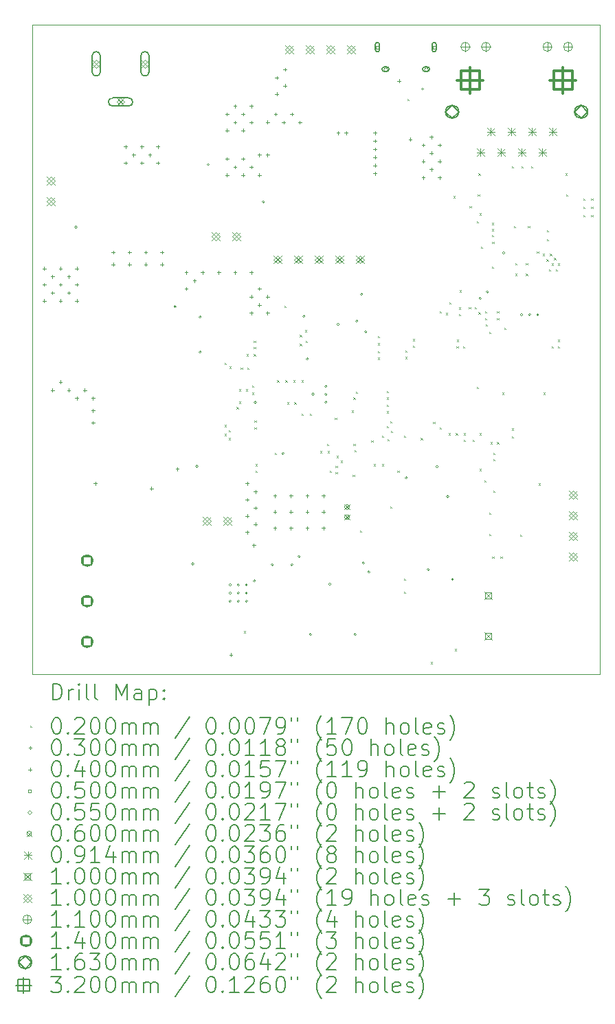
<source format=gbr>
%TF.GenerationSoftware,KiCad,Pcbnew,(6.0.8-1)-1*%
%TF.CreationDate,2022-11-24T03:45:07+08:00*%
%TF.ProjectId,CCTV3_F407_REV200,43435456-335f-4463-9430-375f52455632,rev?*%
%TF.SameCoordinates,Original*%
%TF.FileFunction,Drillmap*%
%TF.FilePolarity,Positive*%
%FSLAX45Y45*%
G04 Gerber Fmt 4.5, Leading zero omitted, Abs format (unit mm)*
G04 Created by KiCad (PCBNEW (6.0.8-1)-1) date 2022-11-24 03:45:07*
%MOMM*%
%LPD*%
G01*
G04 APERTURE LIST*
%ADD10C,0.100000*%
%ADD11C,0.200000*%
%ADD12C,0.020000*%
%ADD13C,0.030000*%
%ADD14C,0.040000*%
%ADD15C,0.049997*%
%ADD16C,0.055001*%
%ADD17C,0.059994*%
%ADD18C,0.091440*%
%ADD19C,0.099999*%
%ADD20C,0.110002*%
%ADD21C,0.140000*%
%ADD22C,0.163002*%
%ADD23C,0.320000*%
G04 APERTURE END LIST*
D10*
X2000000Y-2000000D02*
X9000000Y-2000000D01*
X9000000Y-2000000D02*
X9000000Y-10000000D01*
X9000000Y-10000000D02*
X2000000Y-10000000D01*
X2000000Y-10000000D02*
X2000000Y-2000000D01*
D11*
D12*
X4370000Y-6160000D02*
X4390000Y-6180000D01*
X4390000Y-6160000D02*
X4370000Y-6180000D01*
X4370000Y-6930000D02*
X4390000Y-6950000D01*
X4390000Y-6930000D02*
X4370000Y-6950000D01*
X4370000Y-7040000D02*
X4390000Y-7060000D01*
X4390000Y-7040000D02*
X4370000Y-7060000D01*
X4420000Y-6990000D02*
X4440000Y-7010000D01*
X4440000Y-6990000D02*
X4420000Y-7010000D01*
X4420000Y-7090000D02*
X4440000Y-7110000D01*
X4440000Y-7090000D02*
X4420000Y-7110000D01*
X4430000Y-6210000D02*
X4450000Y-6230000D01*
X4450000Y-6210000D02*
X4430000Y-6230000D01*
X4520000Y-6710000D02*
X4540000Y-6730000D01*
X4540000Y-6710000D02*
X4520000Y-6730000D01*
X4550000Y-6490000D02*
X4570000Y-6510000D01*
X4570000Y-6490000D02*
X4550000Y-6510000D01*
X4550000Y-6640000D02*
X4570000Y-6660000D01*
X4570000Y-6640000D02*
X4550000Y-6660000D01*
X4570000Y-6220000D02*
X4590000Y-6240000D01*
X4590000Y-6220000D02*
X4570000Y-6240000D01*
X4610000Y-9470000D02*
X4630000Y-9490000D01*
X4630000Y-9470000D02*
X4610000Y-9490000D01*
X4635623Y-6490000D02*
X4655623Y-6510000D01*
X4655623Y-6490000D02*
X4635623Y-6510000D01*
X4640000Y-6056550D02*
X4660000Y-6076550D01*
X4660000Y-6056550D02*
X4640000Y-6076550D01*
X4650000Y-6220000D02*
X4670000Y-6240000D01*
X4670000Y-6220000D02*
X4650000Y-6240000D01*
X4710000Y-6440000D02*
X4730000Y-6460000D01*
X4730000Y-6440000D02*
X4710000Y-6460000D01*
X4710000Y-6530000D02*
X4730000Y-6550000D01*
X4730000Y-6530000D02*
X4710000Y-6550000D01*
X4730000Y-5890000D02*
X4750000Y-5910000D01*
X4750000Y-5890000D02*
X4730000Y-5910000D01*
X4730000Y-5970000D02*
X4750000Y-5990000D01*
X4750000Y-5970000D02*
X4730000Y-5990000D01*
X4730000Y-6056550D02*
X4750000Y-6076550D01*
X4750000Y-6056550D02*
X4730000Y-6076550D01*
X4740000Y-6871450D02*
X4760000Y-6891450D01*
X4760000Y-6871450D02*
X4740000Y-6891450D01*
X4740000Y-6960000D02*
X4760000Y-6980000D01*
X4760000Y-6960000D02*
X4740000Y-6980000D01*
X4750000Y-7410000D02*
X4770000Y-7430000D01*
X4770000Y-7410000D02*
X4750000Y-7430000D01*
X4750000Y-7490000D02*
X4770000Y-7510000D01*
X4770000Y-7490000D02*
X4750000Y-7510000D01*
X4990000Y-7270000D02*
X5010000Y-7290000D01*
X5010000Y-7270000D02*
X4990000Y-7290000D01*
X5020000Y-6380000D02*
X5040000Y-6400000D01*
X5040000Y-6380000D02*
X5020000Y-6400000D01*
X5110000Y-5460000D02*
X5130000Y-5480000D01*
X5130000Y-5460000D02*
X5110000Y-5480000D01*
X5120000Y-6380000D02*
X5140000Y-6400000D01*
X5140000Y-6380000D02*
X5120000Y-6400000D01*
X5140000Y-6650000D02*
X5160000Y-6670000D01*
X5160000Y-6650000D02*
X5140000Y-6670000D01*
X5220000Y-6380000D02*
X5240000Y-6400000D01*
X5240000Y-6380000D02*
X5220000Y-6400000D01*
X5230000Y-6650000D02*
X5250000Y-6670000D01*
X5250000Y-6650000D02*
X5230000Y-6670000D01*
X5300000Y-5820000D02*
X5320000Y-5840000D01*
X5320000Y-5820000D02*
X5300000Y-5840000D01*
X5300000Y-5930000D02*
X5320000Y-5950000D01*
X5320000Y-5930000D02*
X5300000Y-5950000D01*
X5320000Y-6380000D02*
X5340000Y-6400000D01*
X5340000Y-6380000D02*
X5320000Y-6400000D01*
X5320000Y-6790000D02*
X5340000Y-6810000D01*
X5340000Y-6790000D02*
X5320000Y-6810000D01*
X5360000Y-5760000D02*
X5380000Y-5780000D01*
X5380000Y-5760000D02*
X5360000Y-5780000D01*
X5370000Y-5890000D02*
X5390000Y-5910000D01*
X5390000Y-5890000D02*
X5370000Y-5910000D01*
X5420000Y-6790000D02*
X5440000Y-6810000D01*
X5440000Y-6790000D02*
X5420000Y-6810000D01*
X5550000Y-7250000D02*
X5570000Y-7270000D01*
X5570000Y-7250000D02*
X5550000Y-7270000D01*
X5635000Y-7163753D02*
X5655000Y-7183753D01*
X5655000Y-7163753D02*
X5635000Y-7183753D01*
X5640000Y-7250000D02*
X5660000Y-7270000D01*
X5660000Y-7250000D02*
X5640000Y-7270000D01*
X5664481Y-7489904D02*
X5684481Y-7509904D01*
X5684481Y-7489904D02*
X5664481Y-7509904D01*
X5730000Y-6840000D02*
X5750000Y-6860000D01*
X5750000Y-6840000D02*
X5730000Y-6860000D01*
X5740000Y-7432454D02*
X5760000Y-7452454D01*
X5760000Y-7432454D02*
X5740000Y-7452454D01*
X5740000Y-7510000D02*
X5760000Y-7530000D01*
X5760000Y-7510000D02*
X5740000Y-7530000D01*
X5750623Y-7310623D02*
X5770623Y-7330623D01*
X5770623Y-7310623D02*
X5750623Y-7330623D01*
X5800000Y-7370000D02*
X5820000Y-7390000D01*
X5820000Y-7370000D02*
X5800000Y-7390000D01*
X5940000Y-6750000D02*
X5960000Y-6770000D01*
X5960000Y-6750000D02*
X5940000Y-6770000D01*
X5950000Y-7540000D02*
X5970000Y-7560000D01*
X5970000Y-7540000D02*
X5950000Y-7560000D01*
X5959065Y-6590323D02*
X5979065Y-6610323D01*
X5979065Y-6590323D02*
X5959065Y-6610323D01*
X5960000Y-7160000D02*
X5980000Y-7180000D01*
X5980000Y-7160000D02*
X5960000Y-7180000D01*
X5970000Y-7240000D02*
X5990000Y-7260000D01*
X5990000Y-7240000D02*
X5970000Y-7260000D01*
X5990000Y-6520000D02*
X6010000Y-6540000D01*
X6010000Y-6520000D02*
X5990000Y-6540000D01*
X6040000Y-8230000D02*
X6060000Y-8250000D01*
X6060000Y-8230000D02*
X6040000Y-8250000D01*
X6179377Y-7119377D02*
X6199377Y-7139377D01*
X6199377Y-7119377D02*
X6179377Y-7139377D01*
X6210000Y-7411950D02*
X6230000Y-7431950D01*
X6230000Y-7411950D02*
X6210000Y-7431950D01*
X6260000Y-5830000D02*
X6280000Y-5850000D01*
X6280000Y-5830000D02*
X6260000Y-5850000D01*
X6260000Y-5920000D02*
X6280000Y-5940000D01*
X6280000Y-5920000D02*
X6260000Y-5940000D01*
X6260000Y-6020000D02*
X6280000Y-6040000D01*
X6280000Y-6020000D02*
X6260000Y-6040000D01*
X6260000Y-6100000D02*
X6280000Y-6120000D01*
X6280000Y-6100000D02*
X6260000Y-6120000D01*
X6310000Y-7057450D02*
X6330000Y-7077450D01*
X6330000Y-7057450D02*
X6310000Y-7077450D01*
X6310000Y-7411950D02*
X6330000Y-7431950D01*
X6330000Y-7411950D02*
X6310000Y-7431950D01*
X6370000Y-6510000D02*
X6390000Y-6530000D01*
X6390000Y-6510000D02*
X6370000Y-6530000D01*
X6370000Y-6590000D02*
X6390000Y-6610000D01*
X6390000Y-6590000D02*
X6370000Y-6610000D01*
X6370000Y-6680000D02*
X6390000Y-6700000D01*
X6390000Y-6680000D02*
X6370000Y-6700000D01*
X6370000Y-6760000D02*
X6390000Y-6780000D01*
X6390000Y-6760000D02*
X6370000Y-6780000D01*
X6370000Y-6940000D02*
X6390000Y-6960000D01*
X6390000Y-6940000D02*
X6370000Y-6960000D01*
X6375505Y-7103654D02*
X6395505Y-7123654D01*
X6395505Y-7103654D02*
X6375505Y-7123654D01*
X6410000Y-6880000D02*
X6430000Y-6900000D01*
X6430000Y-6880000D02*
X6410000Y-6900000D01*
X6410000Y-7930000D02*
X6430000Y-7950000D01*
X6430000Y-7930000D02*
X6410000Y-7950000D01*
X6420000Y-7000000D02*
X6440000Y-7020000D01*
X6440000Y-7000000D02*
X6420000Y-7020000D01*
X6500000Y-7492000D02*
X6520000Y-7512000D01*
X6520000Y-7492000D02*
X6500000Y-7512000D01*
X6580000Y-7060000D02*
X6600000Y-7080000D01*
X6600000Y-7060000D02*
X6580000Y-7080000D01*
X6580000Y-8820000D02*
X6600000Y-8840000D01*
X6600000Y-8820000D02*
X6580000Y-8840000D01*
X6580000Y-8980000D02*
X6600000Y-9000000D01*
X6600000Y-8980000D02*
X6580000Y-9000000D01*
X6600000Y-6010000D02*
X6620000Y-6030000D01*
X6620000Y-6010000D02*
X6600000Y-6030000D01*
X6600000Y-6090000D02*
X6620000Y-6110000D01*
X6620000Y-6090000D02*
X6600000Y-6110000D01*
X6625000Y-2914000D02*
X6645000Y-2934000D01*
X6645000Y-2914000D02*
X6625000Y-2934000D01*
X6690000Y-5870000D02*
X6710000Y-5890000D01*
X6710000Y-5870000D02*
X6690000Y-5890000D01*
X6690000Y-5950000D02*
X6710000Y-5970000D01*
X6710000Y-5950000D02*
X6690000Y-5970000D01*
X6790000Y-7090000D02*
X6810000Y-7110000D01*
X6810000Y-7090000D02*
X6790000Y-7110000D01*
X6910000Y-9851000D02*
X6930000Y-9871000D01*
X6930000Y-9851000D02*
X6910000Y-9871000D01*
X6940000Y-6890000D02*
X6960000Y-6910000D01*
X6960000Y-6890000D02*
X6940000Y-6910000D01*
X7020000Y-5530000D02*
X7040000Y-5550000D01*
X7040000Y-5530000D02*
X7020000Y-5550000D01*
X7020000Y-6960000D02*
X7040000Y-6980000D01*
X7040000Y-6960000D02*
X7020000Y-6980000D01*
X7100000Y-5550000D02*
X7120000Y-5570000D01*
X7120000Y-5550000D02*
X7100000Y-5570000D01*
X7131257Y-7030000D02*
X7151257Y-7050000D01*
X7151257Y-7030000D02*
X7131257Y-7050000D01*
X7140000Y-5420000D02*
X7160000Y-5440000D01*
X7160000Y-5420000D02*
X7140000Y-5440000D01*
X7190000Y-4110000D02*
X7210000Y-4130000D01*
X7210000Y-4110000D02*
X7190000Y-4130000D01*
X7210000Y-9690000D02*
X7230000Y-9710000D01*
X7230000Y-9690000D02*
X7210000Y-9710000D01*
X7220000Y-7030000D02*
X7240000Y-7050000D01*
X7240000Y-7030000D02*
X7220000Y-7050000D01*
X7230000Y-5960000D02*
X7250000Y-5980000D01*
X7250000Y-5960000D02*
X7230000Y-5980000D01*
X7232550Y-5880000D02*
X7252550Y-5900000D01*
X7252550Y-5880000D02*
X7232550Y-5900000D01*
X7260000Y-5480000D02*
X7280000Y-5500000D01*
X7280000Y-5480000D02*
X7260000Y-5500000D01*
X7260000Y-5560000D02*
X7280000Y-5580000D01*
X7280000Y-5560000D02*
X7260000Y-5580000D01*
X7268500Y-5270500D02*
X7288500Y-5290500D01*
X7288500Y-5270500D02*
X7268500Y-5290500D01*
X7310000Y-5960000D02*
X7330000Y-5980000D01*
X7330000Y-5960000D02*
X7310000Y-5980000D01*
X7320000Y-7030000D02*
X7340000Y-7050000D01*
X7340000Y-7030000D02*
X7320000Y-7050000D01*
X7320000Y-7110000D02*
X7340000Y-7130000D01*
X7340000Y-7110000D02*
X7320000Y-7130000D01*
X7380000Y-5474950D02*
X7400000Y-5494950D01*
X7400000Y-5474950D02*
X7380000Y-5494950D01*
X7390000Y-4230000D02*
X7410000Y-4250000D01*
X7410000Y-4230000D02*
X7390000Y-4250000D01*
X7430000Y-7110000D02*
X7450000Y-7130000D01*
X7450000Y-7110000D02*
X7430000Y-7130000D01*
X7455727Y-5474950D02*
X7475727Y-5494950D01*
X7475727Y-5474950D02*
X7455727Y-5494950D01*
X7480000Y-4420000D02*
X7500000Y-4440000D01*
X7500000Y-4420000D02*
X7480000Y-4440000D01*
X7480000Y-6460000D02*
X7500000Y-6480000D01*
X7500000Y-6460000D02*
X7480000Y-6480000D01*
X7490000Y-4090000D02*
X7510000Y-4110000D01*
X7510000Y-4090000D02*
X7490000Y-4110000D01*
X7500000Y-3830000D02*
X7520000Y-3850000D01*
X7520000Y-3830000D02*
X7500000Y-3850000D01*
X7500000Y-5540000D02*
X7520000Y-5560000D01*
X7520000Y-5540000D02*
X7500000Y-5560000D01*
X7510000Y-4320000D02*
X7530000Y-4340000D01*
X7530000Y-4320000D02*
X7510000Y-4340000D01*
X7510000Y-7030000D02*
X7530000Y-7050000D01*
X7530000Y-7030000D02*
X7510000Y-7050000D01*
X7512550Y-7471449D02*
X7532550Y-7491449D01*
X7532550Y-7471449D02*
X7512550Y-7491449D01*
X7528500Y-4730500D02*
X7548500Y-4750500D01*
X7548500Y-4730500D02*
X7528500Y-4750500D01*
X7570000Y-7610000D02*
X7590000Y-7630000D01*
X7590000Y-7610000D02*
X7570000Y-7630000D01*
X7579024Y-5530000D02*
X7599024Y-5550000D01*
X7599024Y-5530000D02*
X7579024Y-5550000D01*
X7580000Y-5610000D02*
X7600000Y-5630000D01*
X7600000Y-5610000D02*
X7580000Y-5630000D01*
X7590000Y-5690000D02*
X7610000Y-5710000D01*
X7610000Y-5690000D02*
X7590000Y-5710000D01*
X7630000Y-5780000D02*
X7650000Y-5800000D01*
X7650000Y-5780000D02*
X7630000Y-5800000D01*
X7630000Y-8010000D02*
X7650000Y-8030000D01*
X7650000Y-8010000D02*
X7630000Y-8030000D01*
X7630000Y-8270000D02*
X7650000Y-8290000D01*
X7650000Y-8270000D02*
X7630000Y-8290000D01*
X7650000Y-7140000D02*
X7670000Y-7160000D01*
X7670000Y-7140000D02*
X7650000Y-7160000D01*
X7662377Y-4979950D02*
X7682377Y-4999950D01*
X7682377Y-4979950D02*
X7662377Y-4999950D01*
X7665000Y-4440000D02*
X7685000Y-4460000D01*
X7685000Y-4440000D02*
X7665000Y-4460000D01*
X7665000Y-4515000D02*
X7685000Y-4535000D01*
X7685000Y-4515000D02*
X7665000Y-4535000D01*
X7665000Y-4590000D02*
X7685000Y-4610000D01*
X7685000Y-4590000D02*
X7665000Y-4610000D01*
X7670000Y-4670000D02*
X7690000Y-4690000D01*
X7690000Y-4670000D02*
X7670000Y-4690000D01*
X7670000Y-8550000D02*
X7690000Y-8570000D01*
X7690000Y-8550000D02*
X7670000Y-8570000D01*
X7680000Y-7270000D02*
X7700000Y-7290000D01*
X7700000Y-7270000D02*
X7680000Y-7290000D01*
X7680000Y-7350000D02*
X7700000Y-7370000D01*
X7700000Y-7350000D02*
X7680000Y-7370000D01*
X7680000Y-7740000D02*
X7700000Y-7760000D01*
X7700000Y-7740000D02*
X7680000Y-7760000D01*
X7730000Y-5530000D02*
X7750000Y-5550000D01*
X7750000Y-5530000D02*
X7730000Y-5550000D01*
X7730000Y-5610000D02*
X7750000Y-5630000D01*
X7750000Y-5610000D02*
X7730000Y-5630000D01*
X7730000Y-7140000D02*
X7750000Y-7160000D01*
X7750000Y-7140000D02*
X7730000Y-7160000D01*
X7770000Y-8550000D02*
X7790000Y-8570000D01*
X7790000Y-8550000D02*
X7770000Y-8570000D01*
X7790000Y-6530000D02*
X7810000Y-6550000D01*
X7810000Y-6530000D02*
X7790000Y-6550000D01*
X7820000Y-5730000D02*
X7840000Y-5750000D01*
X7840000Y-5730000D02*
X7820000Y-5750000D01*
X7910000Y-3740000D02*
X7930000Y-3760000D01*
X7930000Y-3740000D02*
X7910000Y-3760000D01*
X7910000Y-6970000D02*
X7930000Y-6990000D01*
X7930000Y-6970000D02*
X7910000Y-6990000D01*
X7910000Y-7070000D02*
X7930000Y-7090000D01*
X7930000Y-7070000D02*
X7910000Y-7090000D01*
X7937710Y-4480000D02*
X7957710Y-4500000D01*
X7957710Y-4480000D02*
X7937710Y-4500000D01*
X7955000Y-4935000D02*
X7975000Y-4955000D01*
X7975000Y-4935000D02*
X7955000Y-4955000D01*
X7955000Y-5065000D02*
X7975000Y-5085000D01*
X7975000Y-5065000D02*
X7955000Y-5085000D01*
X8010000Y-8280000D02*
X8030000Y-8300000D01*
X8030000Y-8280000D02*
X8010000Y-8300000D01*
X8030000Y-3740000D02*
X8050000Y-3760000D01*
X8050000Y-3740000D02*
X8030000Y-3760000D01*
X8085000Y-4935000D02*
X8105000Y-4955000D01*
X8105000Y-4935000D02*
X8085000Y-4955000D01*
X8085000Y-5065000D02*
X8105000Y-5085000D01*
X8105000Y-5065000D02*
X8085000Y-5085000D01*
X8110000Y-4480000D02*
X8130000Y-4500000D01*
X8130000Y-4480000D02*
X8110000Y-4500000D01*
X8150000Y-3740000D02*
X8170000Y-3760000D01*
X8170000Y-3740000D02*
X8150000Y-3760000D01*
X8220000Y-4790000D02*
X8240000Y-4810000D01*
X8240000Y-4790000D02*
X8220000Y-4810000D01*
X8240000Y-7650000D02*
X8260000Y-7670000D01*
X8260000Y-7650000D02*
X8240000Y-7670000D01*
X8290000Y-4820000D02*
X8310000Y-4840000D01*
X8310000Y-4820000D02*
X8290000Y-4840000D01*
X8300000Y-6530000D02*
X8320000Y-6550000D01*
X8320000Y-6530000D02*
X8300000Y-6550000D01*
X8338427Y-4888725D02*
X8358427Y-4908725D01*
X8358427Y-4888725D02*
X8338427Y-4908725D01*
X8340000Y-4530000D02*
X8360000Y-4550000D01*
X8360000Y-4530000D02*
X8340000Y-4550000D01*
X8340000Y-4640000D02*
X8360000Y-4660000D01*
X8360000Y-4640000D02*
X8340000Y-4660000D01*
X8370000Y-5010000D02*
X8390000Y-5030000D01*
X8390000Y-5010000D02*
X8370000Y-5030000D01*
X8380000Y-4820000D02*
X8400000Y-4840000D01*
X8400000Y-4820000D02*
X8380000Y-4840000D01*
X8400000Y-4940000D02*
X8420000Y-4960000D01*
X8420000Y-4940000D02*
X8400000Y-4960000D01*
X8400000Y-5960000D02*
X8420000Y-5980000D01*
X8420000Y-5960000D02*
X8400000Y-5980000D01*
X8430000Y-4870000D02*
X8450000Y-4890000D01*
X8450000Y-4870000D02*
X8430000Y-4890000D01*
X8450000Y-5010000D02*
X8470000Y-5030000D01*
X8470000Y-5010000D02*
X8450000Y-5030000D01*
X8479377Y-5960623D02*
X8499377Y-5980623D01*
X8499377Y-5960623D02*
X8479377Y-5980623D01*
X8480000Y-4940000D02*
X8500000Y-4960000D01*
X8500000Y-4940000D02*
X8480000Y-4960000D01*
X8480000Y-5880000D02*
X8500000Y-5900000D01*
X8500000Y-5880000D02*
X8480000Y-5900000D01*
X8570000Y-3830000D02*
X8590000Y-3850000D01*
X8590000Y-3830000D02*
X8570000Y-3850000D01*
X8580000Y-4090000D02*
X8600000Y-4110000D01*
X8600000Y-4090000D02*
X8580000Y-4110000D01*
X8790000Y-4140000D02*
X8810000Y-4160000D01*
X8810000Y-4140000D02*
X8790000Y-4160000D01*
X8790000Y-4240000D02*
X8810000Y-4260000D01*
X8810000Y-4240000D02*
X8790000Y-4260000D01*
X8790000Y-4340000D02*
X8810000Y-4360000D01*
X8810000Y-4340000D02*
X8790000Y-4360000D01*
X8890000Y-4140000D02*
X8910000Y-4160000D01*
X8910000Y-4140000D02*
X8890000Y-4160000D01*
X8890000Y-4240000D02*
X8910000Y-4260000D01*
X8910000Y-4240000D02*
X8890000Y-4260000D01*
X8890000Y-4340000D02*
X8910000Y-4360000D01*
X8910000Y-4340000D02*
X8890000Y-4360000D01*
D13*
X2555000Y-4490000D02*
G75*
G03*
X2555000Y-4490000I-15000J0D01*
G01*
X3775000Y-5471000D02*
G75*
G03*
X3775000Y-5471000I-15000J0D01*
G01*
X3995000Y-8640000D02*
G75*
G03*
X3995000Y-8640000I-15000J0D01*
G01*
X4045000Y-7440000D02*
G75*
G03*
X4045000Y-7440000I-15000J0D01*
G01*
X4085000Y-5600000D02*
G75*
G03*
X4085000Y-5600000I-15000J0D01*
G01*
X4085000Y-6030000D02*
G75*
G03*
X4085000Y-6030000I-15000J0D01*
G01*
X4185000Y-3720000D02*
G75*
G03*
X4185000Y-3720000I-15000J0D01*
G01*
X4455000Y-8900000D02*
G75*
G03*
X4455000Y-8900000I-15000J0D01*
G01*
X4455000Y-9000000D02*
G75*
G03*
X4455000Y-9000000I-15000J0D01*
G01*
X4455000Y-9100000D02*
G75*
G03*
X4455000Y-9100000I-15000J0D01*
G01*
X4555000Y-8900000D02*
G75*
G03*
X4555000Y-8900000I-15000J0D01*
G01*
X4555000Y-9000000D02*
G75*
G03*
X4555000Y-9000000I-15000J0D01*
G01*
X4555000Y-9100000D02*
G75*
G03*
X4555000Y-9100000I-15000J0D01*
G01*
X4655000Y-8900000D02*
G75*
G03*
X4655000Y-8900000I-15000J0D01*
G01*
X4655000Y-9000000D02*
G75*
G03*
X4655000Y-9000000I-15000J0D01*
G01*
X4655000Y-9100000D02*
G75*
G03*
X4655000Y-9100000I-15000J0D01*
G01*
X4755000Y-8850000D02*
G75*
G03*
X4755000Y-8850000I-15000J0D01*
G01*
X4765000Y-6650000D02*
G75*
G03*
X4765000Y-6650000I-15000J0D01*
G01*
X4865000Y-4180000D02*
G75*
G03*
X4865000Y-4180000I-15000J0D01*
G01*
X4975000Y-8650000D02*
G75*
G03*
X4975000Y-8650000I-15000J0D01*
G01*
X5105000Y-7280000D02*
G75*
G03*
X5105000Y-7280000I-15000J0D01*
G01*
X5215000Y-8650000D02*
G75*
G03*
X5215000Y-8650000I-15000J0D01*
G01*
X5305000Y-8550000D02*
G75*
G03*
X5305000Y-8550000I-15000J0D01*
G01*
X5365000Y-5590000D02*
G75*
G03*
X5365000Y-5590000I-15000J0D01*
G01*
X5405000Y-6115050D02*
G75*
G03*
X5405000Y-6115050I-15000J0D01*
G01*
X5445000Y-9510000D02*
G75*
G03*
X5445000Y-9510000I-15000J0D01*
G01*
X5475000Y-6550000D02*
G75*
G03*
X5475000Y-6550000I-15000J0D01*
G01*
X5635000Y-6454450D02*
G75*
G03*
X5635000Y-6454450I-15000J0D01*
G01*
X5635000Y-6550000D02*
G75*
G03*
X5635000Y-6550000I-15000J0D01*
G01*
X5635000Y-6650000D02*
G75*
G03*
X5635000Y-6650000I-15000J0D01*
G01*
X5685000Y-8890000D02*
G75*
G03*
X5685000Y-8890000I-15000J0D01*
G01*
X5785000Y-5690000D02*
G75*
G03*
X5785000Y-5690000I-15000J0D01*
G01*
X5995000Y-9510000D02*
G75*
G03*
X5995000Y-9510000I-15000J0D01*
G01*
X6015000Y-5650000D02*
G75*
G03*
X6015000Y-5650000I-15000J0D01*
G01*
X6075000Y-5320000D02*
G75*
G03*
X6075000Y-5320000I-15000J0D01*
G01*
X6095000Y-8630000D02*
G75*
G03*
X6095000Y-8630000I-15000J0D01*
G01*
X6125000Y-5780000D02*
G75*
G03*
X6125000Y-5780000I-15000J0D01*
G01*
X6165000Y-8740000D02*
G75*
G03*
X6165000Y-8740000I-15000J0D01*
G01*
X6625000Y-7582000D02*
G75*
G03*
X6625000Y-7582000I-15000J0D01*
G01*
X6825000Y-2790000D02*
G75*
G03*
X6825000Y-2790000I-15000J0D01*
G01*
X6895000Y-8710000D02*
G75*
G03*
X6895000Y-8710000I-15000J0D01*
G01*
X7005000Y-7442000D02*
G75*
G03*
X7005000Y-7442000I-15000J0D01*
G01*
X7135000Y-7812000D02*
G75*
G03*
X7135000Y-7812000I-15000J0D01*
G01*
X7195000Y-8830000D02*
G75*
G03*
X7195000Y-8830000I-15000J0D01*
G01*
X7535000Y-5370000D02*
G75*
G03*
X7535000Y-5370000I-15000J0D01*
G01*
X7625000Y-5290000D02*
G75*
G03*
X7625000Y-5290000I-15000J0D01*
G01*
X7825000Y-4810000D02*
G75*
G03*
X7825000Y-4810000I-15000J0D01*
G01*
X8045000Y-5570000D02*
G75*
G03*
X8045000Y-5570000I-15000J0D01*
G01*
X8145000Y-5570000D02*
G75*
G03*
X8145000Y-5570000I-15000J0D01*
G01*
X8245000Y-5570000D02*
G75*
G03*
X8245000Y-5570000I-15000J0D01*
G01*
D14*
X2150000Y-4980000D02*
X2150000Y-5020000D01*
X2130000Y-5000000D02*
X2170000Y-5000000D01*
X2150000Y-5180000D02*
X2150000Y-5220000D01*
X2130000Y-5200000D02*
X2170000Y-5200000D01*
X2150000Y-5380000D02*
X2150000Y-5420000D01*
X2130000Y-5400000D02*
X2170000Y-5400000D01*
X2250000Y-5080000D02*
X2250000Y-5120000D01*
X2230000Y-5100000D02*
X2270000Y-5100000D01*
X2250000Y-5280000D02*
X2250000Y-5320000D01*
X2230000Y-5300000D02*
X2270000Y-5300000D01*
X2250000Y-6480000D02*
X2250000Y-6520000D01*
X2230000Y-6500000D02*
X2270000Y-6500000D01*
X2350000Y-4980000D02*
X2350000Y-5020000D01*
X2330000Y-5000000D02*
X2370000Y-5000000D01*
X2350000Y-5180000D02*
X2350000Y-5220000D01*
X2330000Y-5200000D02*
X2370000Y-5200000D01*
X2350000Y-5380000D02*
X2350000Y-5420000D01*
X2330000Y-5400000D02*
X2370000Y-5400000D01*
X2350000Y-6380000D02*
X2350000Y-6420000D01*
X2330000Y-6400000D02*
X2370000Y-6400000D01*
X2450000Y-5080000D02*
X2450000Y-5120000D01*
X2430000Y-5100000D02*
X2470000Y-5100000D01*
X2450000Y-5280000D02*
X2450000Y-5320000D01*
X2430000Y-5300000D02*
X2470000Y-5300000D01*
X2450000Y-6480000D02*
X2450000Y-6520000D01*
X2430000Y-6500000D02*
X2470000Y-6500000D01*
X2549490Y-5380056D02*
X2549490Y-5420056D01*
X2529490Y-5400056D02*
X2569490Y-5400056D01*
X2550000Y-4980000D02*
X2550000Y-5020000D01*
X2530000Y-5000000D02*
X2570000Y-5000000D01*
X2550000Y-5180000D02*
X2550000Y-5220000D01*
X2530000Y-5200000D02*
X2570000Y-5200000D01*
X2550000Y-6580000D02*
X2550000Y-6620000D01*
X2530000Y-6600000D02*
X2570000Y-6600000D01*
X2650000Y-6480000D02*
X2650000Y-6520000D01*
X2630000Y-6500000D02*
X2670000Y-6500000D01*
X2750000Y-6580000D02*
X2750000Y-6620000D01*
X2730000Y-6600000D02*
X2770000Y-6600000D01*
X2750000Y-6730000D02*
X2750000Y-6770000D01*
X2730000Y-6750000D02*
X2770000Y-6750000D01*
X2750000Y-6880000D02*
X2750000Y-6920000D01*
X2730000Y-6900000D02*
X2770000Y-6900000D01*
X2780000Y-7630000D02*
X2780000Y-7670000D01*
X2760000Y-7650000D02*
X2800000Y-7650000D01*
X3000000Y-4780000D02*
X3000000Y-4820000D01*
X2980000Y-4800000D02*
X3020000Y-4800000D01*
X3000000Y-4930000D02*
X3000000Y-4970000D01*
X2980000Y-4950000D02*
X3020000Y-4950000D01*
X3150000Y-3480000D02*
X3150000Y-3520000D01*
X3130000Y-3500000D02*
X3170000Y-3500000D01*
X3150000Y-3680000D02*
X3150000Y-3720000D01*
X3130000Y-3700000D02*
X3170000Y-3700000D01*
X3200000Y-4780000D02*
X3200000Y-4820000D01*
X3180000Y-4800000D02*
X3220000Y-4800000D01*
X3200000Y-4930000D02*
X3200000Y-4970000D01*
X3180000Y-4950000D02*
X3220000Y-4950000D01*
X3250000Y-3580000D02*
X3250000Y-3620000D01*
X3230000Y-3600000D02*
X3270000Y-3600000D01*
X3350000Y-3480000D02*
X3350000Y-3520000D01*
X3330000Y-3500000D02*
X3370000Y-3500000D01*
X3350000Y-3680000D02*
X3350000Y-3720000D01*
X3330000Y-3700000D02*
X3370000Y-3700000D01*
X3400000Y-4780000D02*
X3400000Y-4820000D01*
X3380000Y-4800000D02*
X3420000Y-4800000D01*
X3400000Y-4930000D02*
X3400000Y-4970000D01*
X3380000Y-4950000D02*
X3420000Y-4950000D01*
X3450000Y-3580000D02*
X3450000Y-3620000D01*
X3430000Y-3600000D02*
X3470000Y-3600000D01*
X3470000Y-7690000D02*
X3470000Y-7730000D01*
X3450000Y-7710000D02*
X3490000Y-7710000D01*
X3550000Y-3480000D02*
X3550000Y-3520000D01*
X3530000Y-3500000D02*
X3570000Y-3500000D01*
X3550000Y-3680000D02*
X3550000Y-3720000D01*
X3530000Y-3700000D02*
X3570000Y-3700000D01*
X3600000Y-4780000D02*
X3600000Y-4820000D01*
X3580000Y-4800000D02*
X3620000Y-4800000D01*
X3600000Y-4930000D02*
X3600000Y-4970000D01*
X3580000Y-4950000D02*
X3620000Y-4950000D01*
X3790000Y-7450000D02*
X3790000Y-7490000D01*
X3770000Y-7470000D02*
X3810000Y-7470000D01*
X3900000Y-5030000D02*
X3900000Y-5070000D01*
X3880000Y-5050000D02*
X3920000Y-5050000D01*
X3900000Y-5230000D02*
X3900000Y-5270000D01*
X3880000Y-5250000D02*
X3920000Y-5250000D01*
X4000000Y-5130000D02*
X4000000Y-5170000D01*
X3980000Y-5150000D02*
X4020000Y-5150000D01*
X4100000Y-5030000D02*
X4100000Y-5070000D01*
X4080000Y-5050000D02*
X4120000Y-5050000D01*
X4300000Y-5030000D02*
X4300000Y-5070000D01*
X4280000Y-5050000D02*
X4320000Y-5050000D01*
X4400000Y-3080000D02*
X4400000Y-3120000D01*
X4380000Y-3100000D02*
X4420000Y-3100000D01*
X4400000Y-3280000D02*
X4400000Y-3320000D01*
X4380000Y-3300000D02*
X4420000Y-3300000D01*
X4400000Y-3630000D02*
X4400000Y-3670000D01*
X4380000Y-3650000D02*
X4420000Y-3650000D01*
X4400000Y-3830000D02*
X4400000Y-3870000D01*
X4380000Y-3850000D02*
X4420000Y-3850000D01*
X4450000Y-9740000D02*
X4450000Y-9780000D01*
X4430000Y-9760000D02*
X4470000Y-9760000D01*
X4500000Y-2980000D02*
X4500000Y-3020000D01*
X4480000Y-3000000D02*
X4520000Y-3000000D01*
X4500000Y-3180000D02*
X4500000Y-3220000D01*
X4480000Y-3200000D02*
X4520000Y-3200000D01*
X4500000Y-3730000D02*
X4500000Y-3770000D01*
X4480000Y-3750000D02*
X4520000Y-3750000D01*
X4500000Y-5030000D02*
X4500000Y-5070000D01*
X4480000Y-5050000D02*
X4520000Y-5050000D01*
X4600000Y-3080000D02*
X4600000Y-3120000D01*
X4580000Y-3100000D02*
X4620000Y-3100000D01*
X4600000Y-3280000D02*
X4600000Y-3320000D01*
X4580000Y-3300000D02*
X4620000Y-3300000D01*
X4600000Y-3630000D02*
X4600000Y-3670000D01*
X4580000Y-3650000D02*
X4620000Y-3650000D01*
X4600000Y-3830000D02*
X4600000Y-3870000D01*
X4580000Y-3850000D02*
X4620000Y-3850000D01*
X4650000Y-7630000D02*
X4650000Y-7670000D01*
X4630000Y-7650000D02*
X4670000Y-7650000D01*
X4650000Y-7830000D02*
X4650000Y-7870000D01*
X4630000Y-7850000D02*
X4670000Y-7850000D01*
X4650000Y-8030000D02*
X4650000Y-8070000D01*
X4630000Y-8050000D02*
X4670000Y-8050000D01*
X4650000Y-8230000D02*
X4650000Y-8270000D01*
X4630000Y-8250000D02*
X4670000Y-8250000D01*
X4700000Y-2980000D02*
X4700000Y-3020000D01*
X4680000Y-3000000D02*
X4720000Y-3000000D01*
X4700000Y-3180000D02*
X4700000Y-3220000D01*
X4680000Y-3200000D02*
X4720000Y-3200000D01*
X4700000Y-3730000D02*
X4700000Y-3770000D01*
X4680000Y-3750000D02*
X4720000Y-3750000D01*
X4700000Y-5030000D02*
X4700000Y-5070000D01*
X4680000Y-5050000D02*
X4720000Y-5050000D01*
X4700000Y-5330000D02*
X4700000Y-5370000D01*
X4680000Y-5350000D02*
X4720000Y-5350000D01*
X4700000Y-5530000D02*
X4700000Y-5570000D01*
X4680000Y-5550000D02*
X4720000Y-5550000D01*
X4730000Y-8390000D02*
X4730000Y-8430000D01*
X4710000Y-8410000D02*
X4750000Y-8410000D01*
X4750000Y-7730000D02*
X4750000Y-7770000D01*
X4730000Y-7750000D02*
X4770000Y-7750000D01*
X4750000Y-7930000D02*
X4750000Y-7970000D01*
X4730000Y-7950000D02*
X4770000Y-7950000D01*
X4750000Y-8130000D02*
X4750000Y-8170000D01*
X4730000Y-8150000D02*
X4770000Y-8150000D01*
X4800000Y-3580000D02*
X4800000Y-3620000D01*
X4780000Y-3600000D02*
X4820000Y-3600000D01*
X4800000Y-3830000D02*
X4800000Y-3870000D01*
X4780000Y-3850000D02*
X4820000Y-3850000D01*
X4800000Y-5230000D02*
X4800000Y-5270000D01*
X4780000Y-5250000D02*
X4820000Y-5250000D01*
X4800000Y-5430000D02*
X4800000Y-5470000D01*
X4780000Y-5450000D02*
X4820000Y-5450000D01*
X4900000Y-3580000D02*
X4900000Y-3620000D01*
X4880000Y-3600000D02*
X4920000Y-3600000D01*
X4900000Y-5330000D02*
X4900000Y-5370000D01*
X4880000Y-5350000D02*
X4920000Y-5350000D01*
X4900000Y-5530000D02*
X4900000Y-5570000D01*
X4880000Y-5550000D02*
X4920000Y-5550000D01*
X4901408Y-3178592D02*
X4901408Y-3218592D01*
X4881408Y-3198592D02*
X4921408Y-3198592D01*
X4990000Y-7780000D02*
X4990000Y-7820000D01*
X4970000Y-7800000D02*
X5010000Y-7800000D01*
X4990000Y-7980000D02*
X4990000Y-8020000D01*
X4970000Y-8000000D02*
X5010000Y-8000000D01*
X4990000Y-8180000D02*
X4990000Y-8220000D01*
X4970000Y-8200000D02*
X5010000Y-8200000D01*
X5000000Y-3080000D02*
X5000000Y-3120000D01*
X4980000Y-3100000D02*
X5020000Y-3100000D01*
X5015000Y-2630000D02*
X5015000Y-2670000D01*
X4995000Y-2650000D02*
X5035000Y-2650000D01*
X5015000Y-2830000D02*
X5015000Y-2870000D01*
X4995000Y-2850000D02*
X5035000Y-2850000D01*
X5100000Y-3180000D02*
X5100000Y-3220000D01*
X5080000Y-3200000D02*
X5120000Y-3200000D01*
X5115000Y-2530000D02*
X5115000Y-2570000D01*
X5095000Y-2550000D02*
X5135000Y-2550000D01*
X5115000Y-2730000D02*
X5115000Y-2770000D01*
X5095000Y-2750000D02*
X5135000Y-2750000D01*
X5190000Y-7780000D02*
X5190000Y-7820000D01*
X5170000Y-7800000D02*
X5210000Y-7800000D01*
X5190000Y-7980000D02*
X5190000Y-8020000D01*
X5170000Y-8000000D02*
X5210000Y-8000000D01*
X5190000Y-8180000D02*
X5190000Y-8220000D01*
X5170000Y-8200000D02*
X5210000Y-8200000D01*
X5200000Y-3080000D02*
X5200000Y-3120000D01*
X5180000Y-3100000D02*
X5220000Y-3100000D01*
X5300000Y-3180000D02*
X5300000Y-3220000D01*
X5280000Y-3200000D02*
X5320000Y-3200000D01*
X5390000Y-7780000D02*
X5390000Y-7820000D01*
X5370000Y-7800000D02*
X5410000Y-7800000D01*
X5390000Y-7980000D02*
X5390000Y-8020000D01*
X5370000Y-8000000D02*
X5410000Y-8000000D01*
X5390000Y-8180000D02*
X5390000Y-8220000D01*
X5370000Y-8200000D02*
X5410000Y-8200000D01*
X5590000Y-7780000D02*
X5590000Y-7820000D01*
X5570000Y-7800000D02*
X5610000Y-7800000D01*
X5590000Y-7980000D02*
X5590000Y-8020000D01*
X5570000Y-8000000D02*
X5610000Y-8000000D01*
X5590000Y-8180000D02*
X5590000Y-8220000D01*
X5570000Y-8200000D02*
X5610000Y-8200000D01*
X5770000Y-3310000D02*
X5770000Y-3350000D01*
X5750000Y-3330000D02*
X5790000Y-3330000D01*
X5870000Y-3310000D02*
X5870000Y-3350000D01*
X5850000Y-3330000D02*
X5890000Y-3330000D01*
X6225000Y-3310000D02*
X6225000Y-3350000D01*
X6205000Y-3330000D02*
X6245000Y-3330000D01*
X6225000Y-3410000D02*
X6225000Y-3450000D01*
X6205000Y-3430000D02*
X6245000Y-3430000D01*
X6225000Y-3510000D02*
X6225000Y-3550000D01*
X6205000Y-3530000D02*
X6245000Y-3530000D01*
X6225000Y-3610000D02*
X6225000Y-3650000D01*
X6205000Y-3630000D02*
X6245000Y-3630000D01*
X6225000Y-3710000D02*
X6225000Y-3750000D01*
X6205000Y-3730000D02*
X6245000Y-3730000D01*
X6225000Y-3810000D02*
X6225000Y-3850000D01*
X6205000Y-3830000D02*
X6245000Y-3830000D01*
X6520000Y-2670000D02*
X6520000Y-2710000D01*
X6500000Y-2690000D02*
X6540000Y-2690000D01*
X6660000Y-3390000D02*
X6660000Y-3430000D01*
X6640000Y-3410000D02*
X6680000Y-3410000D01*
X6820000Y-3460000D02*
X6820000Y-3500000D01*
X6800000Y-3480000D02*
X6840000Y-3480000D01*
X6820000Y-3660000D02*
X6820000Y-3700000D01*
X6800000Y-3680000D02*
X6840000Y-3680000D01*
X6820000Y-3860000D02*
X6820000Y-3900000D01*
X6800000Y-3880000D02*
X6840000Y-3880000D01*
X6920000Y-3360000D02*
X6920000Y-3400000D01*
X6900000Y-3380000D02*
X6940000Y-3380000D01*
X6920000Y-3560000D02*
X6920000Y-3600000D01*
X6900000Y-3580000D02*
X6940000Y-3580000D01*
X6920000Y-3760000D02*
X6920000Y-3800000D01*
X6900000Y-3780000D02*
X6940000Y-3780000D01*
X7020000Y-3460000D02*
X7020000Y-3500000D01*
X7000000Y-3480000D02*
X7040000Y-3480000D01*
X7020000Y-3660000D02*
X7020000Y-3700000D01*
X7000000Y-3680000D02*
X7040000Y-3680000D01*
X7020000Y-3860000D02*
X7020000Y-3900000D01*
X7000000Y-3880000D02*
X7040000Y-3880000D01*
D15*
X6271427Y-2292677D02*
X6271427Y-2257323D01*
X6236073Y-2257323D01*
X6236073Y-2292677D01*
X6271427Y-2292677D01*
D11*
X6278749Y-2307512D02*
X6278749Y-2242488D01*
X6228751Y-2307512D02*
X6228751Y-2242488D01*
X6278749Y-2242488D02*
G75*
G03*
X6228751Y-2242488I-24999J0D01*
G01*
X6228751Y-2307512D02*
G75*
G03*
X6278749Y-2307512I24999J0D01*
G01*
D15*
X6971427Y-2292677D02*
X6971427Y-2257323D01*
X6936073Y-2257323D01*
X6936073Y-2292677D01*
X6971427Y-2292677D01*
D11*
X6978749Y-2307512D02*
X6978749Y-2242488D01*
X6928751Y-2307512D02*
X6928751Y-2242488D01*
X6978749Y-2242488D02*
G75*
G03*
X6928751Y-2242488I-24999J0D01*
G01*
X6928751Y-2307512D02*
G75*
G03*
X6978749Y-2307512I24999J0D01*
G01*
D16*
X6353750Y-2572501D02*
X6381251Y-2545000D01*
X6353750Y-2517499D01*
X6326249Y-2545000D01*
X6353750Y-2572501D01*
D11*
X6368750Y-2517499D02*
X6338750Y-2517499D01*
X6368750Y-2572501D02*
X6338750Y-2572501D01*
X6338750Y-2517499D02*
G75*
G03*
X6338750Y-2572501I0J-27501D01*
G01*
X6368750Y-2572501D02*
G75*
G03*
X6368750Y-2517499I0J27501D01*
G01*
D16*
X6853750Y-2572501D02*
X6881251Y-2545000D01*
X6853750Y-2517499D01*
X6826249Y-2545000D01*
X6853750Y-2572501D01*
D11*
X6868750Y-2517499D02*
X6838750Y-2517499D01*
X6868750Y-2572501D02*
X6838750Y-2572501D01*
X6838750Y-2517499D02*
G75*
G03*
X6838750Y-2572501I0J-27501D01*
G01*
X6868750Y-2572501D02*
G75*
G03*
X6868750Y-2517499I0J27501D01*
G01*
D17*
X5850003Y-7910003D02*
X5909997Y-7969997D01*
X5909997Y-7910003D02*
X5850003Y-7969997D01*
X5909997Y-7940000D02*
G75*
G03*
X5909997Y-7940000I-29997J0D01*
G01*
X5850003Y-8035003D02*
X5909997Y-8094997D01*
X5909997Y-8035003D02*
X5850003Y-8094997D01*
X5909997Y-8065000D02*
G75*
G03*
X5909997Y-8065000I-29997J0D01*
G01*
D18*
X7480280Y-3524280D02*
X7571720Y-3615720D01*
X7571720Y-3524280D02*
X7480280Y-3615720D01*
X7526000Y-3524280D02*
X7526000Y-3615720D01*
X7480280Y-3570000D02*
X7571720Y-3570000D01*
X7607280Y-3270280D02*
X7698720Y-3361720D01*
X7698720Y-3270280D02*
X7607280Y-3361720D01*
X7653000Y-3270280D02*
X7653000Y-3361720D01*
X7607280Y-3316000D02*
X7698720Y-3316000D01*
X7734280Y-3524280D02*
X7825720Y-3615720D01*
X7825720Y-3524280D02*
X7734280Y-3615720D01*
X7780000Y-3524280D02*
X7780000Y-3615720D01*
X7734280Y-3570000D02*
X7825720Y-3570000D01*
X7861280Y-3270280D02*
X7952720Y-3361720D01*
X7952720Y-3270280D02*
X7861280Y-3361720D01*
X7907000Y-3270280D02*
X7907000Y-3361720D01*
X7861280Y-3316000D02*
X7952720Y-3316000D01*
X7988280Y-3524280D02*
X8079720Y-3615720D01*
X8079720Y-3524280D02*
X7988280Y-3615720D01*
X8034000Y-3524280D02*
X8034000Y-3615720D01*
X7988280Y-3570000D02*
X8079720Y-3570000D01*
X8114280Y-3270280D02*
X8205720Y-3361720D01*
X8205720Y-3270280D02*
X8114280Y-3361720D01*
X8160000Y-3270280D02*
X8160000Y-3361720D01*
X8114280Y-3316000D02*
X8205720Y-3316000D01*
X8242280Y-3524280D02*
X8333720Y-3615720D01*
X8333720Y-3524280D02*
X8242280Y-3615720D01*
X8288000Y-3524280D02*
X8288000Y-3615720D01*
X8242280Y-3570000D02*
X8333720Y-3570000D01*
X8368280Y-3270280D02*
X8459720Y-3361720D01*
X8459720Y-3270280D02*
X8368280Y-3361720D01*
X8414000Y-3270280D02*
X8414000Y-3361720D01*
X8368280Y-3316000D02*
X8459720Y-3316000D01*
D19*
X7570000Y-8980000D02*
X7670000Y-9080000D01*
X7670000Y-8980000D02*
X7570000Y-9080000D01*
X7655356Y-9065356D02*
X7655356Y-8994644D01*
X7584644Y-8994644D01*
X7584644Y-9065356D01*
X7655356Y-9065356D01*
X7570000Y-9480000D02*
X7670000Y-9580000D01*
X7670000Y-9480000D02*
X7570000Y-9580000D01*
X7655356Y-9565356D02*
X7655356Y-9494644D01*
X7584644Y-9494644D01*
X7584644Y-9565356D01*
X7655356Y-9565356D01*
D10*
X2180500Y-3867500D02*
X2280500Y-3967500D01*
X2280500Y-3867500D02*
X2180500Y-3967500D01*
X2230500Y-3967500D02*
X2280500Y-3917500D01*
X2230500Y-3867500D01*
X2180500Y-3917500D01*
X2230500Y-3967500D01*
X2180500Y-4121500D02*
X2280500Y-4221500D01*
X2280500Y-4121500D02*
X2180500Y-4221500D01*
X2230500Y-4221500D02*
X2280500Y-4171500D01*
X2230500Y-4121500D01*
X2180500Y-4171500D01*
X2230500Y-4221500D01*
X2740000Y-2430000D02*
X2840000Y-2530000D01*
X2840000Y-2430000D02*
X2740000Y-2530000D01*
X2790000Y-2530000D02*
X2840000Y-2480000D01*
X2790000Y-2430000D01*
X2740000Y-2480000D01*
X2790000Y-2530000D01*
D11*
X2740000Y-2380000D02*
X2740000Y-2580000D01*
X2840000Y-2380000D02*
X2840000Y-2580000D01*
X2740000Y-2580000D02*
G75*
G03*
X2840000Y-2580000I50000J0D01*
G01*
X2840000Y-2380000D02*
G75*
G03*
X2740000Y-2380000I-50000J0D01*
G01*
D10*
X3040000Y-2900000D02*
X3140000Y-3000000D01*
X3140000Y-2900000D02*
X3040000Y-3000000D01*
X3090000Y-3000000D02*
X3140000Y-2950000D01*
X3090000Y-2900000D01*
X3040000Y-2950000D01*
X3090000Y-3000000D01*
D11*
X2990000Y-3000000D02*
X3190000Y-3000000D01*
X2990000Y-2900000D02*
X3190000Y-2900000D01*
X3190000Y-3000000D02*
G75*
G03*
X3190000Y-2900000I0J50000D01*
G01*
X2990000Y-2900000D02*
G75*
G03*
X2990000Y-3000000I0J-50000D01*
G01*
D10*
X3340000Y-2430000D02*
X3440000Y-2530000D01*
X3440000Y-2430000D02*
X3340000Y-2530000D01*
X3390000Y-2530000D02*
X3440000Y-2480000D01*
X3390000Y-2430000D01*
X3340000Y-2480000D01*
X3390000Y-2530000D01*
D11*
X3340000Y-2380000D02*
X3340000Y-2580000D01*
X3440000Y-2380000D02*
X3440000Y-2580000D01*
X3340000Y-2580000D02*
G75*
G03*
X3440000Y-2580000I50000J0D01*
G01*
X3440000Y-2380000D02*
G75*
G03*
X3340000Y-2380000I-50000J0D01*
G01*
D10*
X4103500Y-8060000D02*
X4203500Y-8160000D01*
X4203500Y-8060000D02*
X4103500Y-8160000D01*
X4153500Y-8160000D02*
X4203500Y-8110000D01*
X4153500Y-8060000D01*
X4103500Y-8110000D01*
X4153500Y-8160000D01*
X4216000Y-4555000D02*
X4316000Y-4655000D01*
X4316000Y-4555000D02*
X4216000Y-4655000D01*
X4266000Y-4655000D02*
X4316000Y-4605000D01*
X4266000Y-4555000D01*
X4216000Y-4605000D01*
X4266000Y-4655000D01*
X4357500Y-8060000D02*
X4457500Y-8160000D01*
X4457500Y-8060000D02*
X4357500Y-8160000D01*
X4407500Y-8160000D02*
X4457500Y-8110000D01*
X4407500Y-8060000D01*
X4357500Y-8110000D01*
X4407500Y-8160000D01*
X4470000Y-4555000D02*
X4570000Y-4655000D01*
X4570000Y-4555000D02*
X4470000Y-4655000D01*
X4520000Y-4655000D02*
X4570000Y-4605000D01*
X4520000Y-4555000D01*
X4470000Y-4605000D01*
X4520000Y-4655000D01*
X4976000Y-4840000D02*
X5076000Y-4940000D01*
X5076000Y-4840000D02*
X4976000Y-4940000D01*
X5026000Y-4940000D02*
X5076000Y-4890000D01*
X5026000Y-4840000D01*
X4976000Y-4890000D01*
X5026000Y-4940000D01*
X5118000Y-2250000D02*
X5218000Y-2350000D01*
X5218000Y-2250000D02*
X5118000Y-2350000D01*
X5168000Y-2350000D02*
X5218000Y-2300000D01*
X5168000Y-2250000D01*
X5118000Y-2300000D01*
X5168000Y-2350000D01*
X5230000Y-4840000D02*
X5330000Y-4940000D01*
X5330000Y-4840000D02*
X5230000Y-4940000D01*
X5280000Y-4940000D02*
X5330000Y-4890000D01*
X5280000Y-4840000D01*
X5230000Y-4890000D01*
X5280000Y-4940000D01*
X5372000Y-2250000D02*
X5472000Y-2350000D01*
X5472000Y-2250000D02*
X5372000Y-2350000D01*
X5422000Y-2350000D02*
X5472000Y-2300000D01*
X5422000Y-2250000D01*
X5372000Y-2300000D01*
X5422000Y-2350000D01*
X5484000Y-4840000D02*
X5584000Y-4940000D01*
X5584000Y-4840000D02*
X5484000Y-4940000D01*
X5534000Y-4940000D02*
X5584000Y-4890000D01*
X5534000Y-4840000D01*
X5484000Y-4890000D01*
X5534000Y-4940000D01*
X5626000Y-2250000D02*
X5726000Y-2350000D01*
X5726000Y-2250000D02*
X5626000Y-2350000D01*
X5676000Y-2350000D02*
X5726000Y-2300000D01*
X5676000Y-2250000D01*
X5626000Y-2300000D01*
X5676000Y-2350000D01*
X5738000Y-4840000D02*
X5838000Y-4940000D01*
X5838000Y-4840000D02*
X5738000Y-4940000D01*
X5788000Y-4940000D02*
X5838000Y-4890000D01*
X5788000Y-4840000D01*
X5738000Y-4890000D01*
X5788000Y-4940000D01*
X5880000Y-2250000D02*
X5980000Y-2350000D01*
X5980000Y-2250000D02*
X5880000Y-2350000D01*
X5930000Y-2350000D02*
X5980000Y-2300000D01*
X5930000Y-2250000D01*
X5880000Y-2300000D01*
X5930000Y-2350000D01*
X5992000Y-4840000D02*
X6092000Y-4940000D01*
X6092000Y-4840000D02*
X5992000Y-4940000D01*
X6042000Y-4940000D02*
X6092000Y-4890000D01*
X6042000Y-4840000D01*
X5992000Y-4890000D01*
X6042000Y-4940000D01*
X8615000Y-7742000D02*
X8715000Y-7842000D01*
X8715000Y-7742000D02*
X8615000Y-7842000D01*
X8665000Y-7842000D02*
X8715000Y-7792000D01*
X8665000Y-7742000D01*
X8615000Y-7792000D01*
X8665000Y-7842000D01*
X8615000Y-7996000D02*
X8715000Y-8096000D01*
X8715000Y-7996000D02*
X8615000Y-8096000D01*
X8665000Y-8096000D02*
X8715000Y-8046000D01*
X8665000Y-7996000D01*
X8615000Y-8046000D01*
X8665000Y-8096000D01*
X8615000Y-8250000D02*
X8715000Y-8350000D01*
X8715000Y-8250000D02*
X8615000Y-8350000D01*
X8665000Y-8350000D02*
X8715000Y-8300000D01*
X8665000Y-8250000D01*
X8615000Y-8300000D01*
X8665000Y-8350000D01*
X8615000Y-8504000D02*
X8715000Y-8604000D01*
X8715000Y-8504000D02*
X8615000Y-8604000D01*
X8665000Y-8604000D02*
X8715000Y-8554000D01*
X8665000Y-8504000D01*
X8615000Y-8554000D01*
X8665000Y-8604000D01*
D20*
X7338000Y-2214999D02*
X7338000Y-2325001D01*
X7282999Y-2270000D02*
X7393001Y-2270000D01*
X7393001Y-2270000D02*
G75*
G03*
X7393001Y-2270000I-55001J0D01*
G01*
X7592000Y-2214999D02*
X7592000Y-2325001D01*
X7536999Y-2270000D02*
X7647001Y-2270000D01*
X7647001Y-2270000D02*
G75*
G03*
X7647001Y-2270000I-55001J0D01*
G01*
X8349000Y-2214999D02*
X8349000Y-2325001D01*
X8293999Y-2270000D02*
X8404001Y-2270000D01*
X8404001Y-2270000D02*
G75*
G03*
X8404001Y-2270000I-55001J0D01*
G01*
X8603000Y-2214999D02*
X8603000Y-2325001D01*
X8547999Y-2270000D02*
X8658001Y-2270000D01*
X8658001Y-2270000D02*
G75*
G03*
X8658001Y-2270000I-55001J0D01*
G01*
D21*
X2727248Y-8649498D02*
X2727248Y-8550502D01*
X2628252Y-8550502D01*
X2628252Y-8649498D01*
X2727248Y-8649498D01*
X2747750Y-8600000D02*
G75*
G03*
X2747750Y-8600000I-70000J0D01*
G01*
X2727248Y-9149498D02*
X2727248Y-9050502D01*
X2628252Y-9050502D01*
X2628252Y-9149498D01*
X2727248Y-9149498D01*
X2747750Y-9100000D02*
G75*
G03*
X2747750Y-9100000I-70000J0D01*
G01*
X2727248Y-9649498D02*
X2727248Y-9550502D01*
X2628252Y-9550502D01*
X2628252Y-9649498D01*
X2727248Y-9649498D01*
X2747750Y-9600000D02*
G75*
G03*
X2747750Y-9600000I-70000J0D01*
G01*
D22*
X7175000Y-3152501D02*
X7256501Y-3071000D01*
X7175000Y-2989499D01*
X7093499Y-3071000D01*
X7175000Y-3152501D01*
X7256501Y-3071000D02*
G75*
G03*
X7256501Y-3071000I-81501J0D01*
G01*
X8765000Y-3152501D02*
X8846501Y-3071000D01*
X8765000Y-2989499D01*
X8683499Y-3071000D01*
X8765000Y-3152501D01*
X8846501Y-3071000D02*
G75*
G03*
X8846501Y-3071000I-81501J0D01*
G01*
D23*
X7399000Y-2521000D02*
X7399000Y-2841000D01*
X7239000Y-2681000D02*
X7559000Y-2681000D01*
X7512138Y-2794138D02*
X7512138Y-2567862D01*
X7285862Y-2567862D01*
X7285862Y-2794138D01*
X7512138Y-2794138D01*
X8542000Y-2521000D02*
X8542000Y-2841000D01*
X8382000Y-2681000D02*
X8702000Y-2681000D01*
X8655138Y-2794138D02*
X8655138Y-2567862D01*
X8428862Y-2567862D01*
X8428862Y-2794138D01*
X8655138Y-2794138D01*
D11*
X2252619Y-10315476D02*
X2252619Y-10115476D01*
X2300238Y-10115476D01*
X2328810Y-10125000D01*
X2347857Y-10144048D01*
X2357381Y-10163095D01*
X2366905Y-10201190D01*
X2366905Y-10229762D01*
X2357381Y-10267857D01*
X2347857Y-10286905D01*
X2328810Y-10305952D01*
X2300238Y-10315476D01*
X2252619Y-10315476D01*
X2452619Y-10315476D02*
X2452619Y-10182143D01*
X2452619Y-10220238D02*
X2462143Y-10201190D01*
X2471667Y-10191667D01*
X2490714Y-10182143D01*
X2509762Y-10182143D01*
X2576429Y-10315476D02*
X2576429Y-10182143D01*
X2576429Y-10115476D02*
X2566905Y-10125000D01*
X2576429Y-10134524D01*
X2585952Y-10125000D01*
X2576429Y-10115476D01*
X2576429Y-10134524D01*
X2700238Y-10315476D02*
X2681190Y-10305952D01*
X2671667Y-10286905D01*
X2671667Y-10115476D01*
X2805000Y-10315476D02*
X2785952Y-10305952D01*
X2776429Y-10286905D01*
X2776429Y-10115476D01*
X3033571Y-10315476D02*
X3033571Y-10115476D01*
X3100238Y-10258333D01*
X3166905Y-10115476D01*
X3166905Y-10315476D01*
X3347857Y-10315476D02*
X3347857Y-10210714D01*
X3338333Y-10191667D01*
X3319286Y-10182143D01*
X3281190Y-10182143D01*
X3262143Y-10191667D01*
X3347857Y-10305952D02*
X3328809Y-10315476D01*
X3281190Y-10315476D01*
X3262143Y-10305952D01*
X3252619Y-10286905D01*
X3252619Y-10267857D01*
X3262143Y-10248810D01*
X3281190Y-10239286D01*
X3328809Y-10239286D01*
X3347857Y-10229762D01*
X3443095Y-10182143D02*
X3443095Y-10382143D01*
X3443095Y-10191667D02*
X3462143Y-10182143D01*
X3500238Y-10182143D01*
X3519286Y-10191667D01*
X3528809Y-10201190D01*
X3538333Y-10220238D01*
X3538333Y-10277381D01*
X3528809Y-10296429D01*
X3519286Y-10305952D01*
X3500238Y-10315476D01*
X3462143Y-10315476D01*
X3443095Y-10305952D01*
X3624048Y-10296429D02*
X3633571Y-10305952D01*
X3624048Y-10315476D01*
X3614524Y-10305952D01*
X3624048Y-10296429D01*
X3624048Y-10315476D01*
X3624048Y-10191667D02*
X3633571Y-10201190D01*
X3624048Y-10210714D01*
X3614524Y-10201190D01*
X3624048Y-10191667D01*
X3624048Y-10210714D01*
D12*
X1975000Y-10635000D02*
X1995000Y-10655000D01*
X1995000Y-10635000D02*
X1975000Y-10655000D01*
D11*
X2290714Y-10535476D02*
X2309762Y-10535476D01*
X2328810Y-10545000D01*
X2338333Y-10554524D01*
X2347857Y-10573571D01*
X2357381Y-10611667D01*
X2357381Y-10659286D01*
X2347857Y-10697381D01*
X2338333Y-10716429D01*
X2328810Y-10725952D01*
X2309762Y-10735476D01*
X2290714Y-10735476D01*
X2271667Y-10725952D01*
X2262143Y-10716429D01*
X2252619Y-10697381D01*
X2243095Y-10659286D01*
X2243095Y-10611667D01*
X2252619Y-10573571D01*
X2262143Y-10554524D01*
X2271667Y-10545000D01*
X2290714Y-10535476D01*
X2443095Y-10716429D02*
X2452619Y-10725952D01*
X2443095Y-10735476D01*
X2433571Y-10725952D01*
X2443095Y-10716429D01*
X2443095Y-10735476D01*
X2528810Y-10554524D02*
X2538333Y-10545000D01*
X2557381Y-10535476D01*
X2605000Y-10535476D01*
X2624048Y-10545000D01*
X2633571Y-10554524D01*
X2643095Y-10573571D01*
X2643095Y-10592619D01*
X2633571Y-10621190D01*
X2519286Y-10735476D01*
X2643095Y-10735476D01*
X2766905Y-10535476D02*
X2785952Y-10535476D01*
X2805000Y-10545000D01*
X2814524Y-10554524D01*
X2824048Y-10573571D01*
X2833571Y-10611667D01*
X2833571Y-10659286D01*
X2824048Y-10697381D01*
X2814524Y-10716429D01*
X2805000Y-10725952D01*
X2785952Y-10735476D01*
X2766905Y-10735476D01*
X2747857Y-10725952D01*
X2738333Y-10716429D01*
X2728810Y-10697381D01*
X2719286Y-10659286D01*
X2719286Y-10611667D01*
X2728810Y-10573571D01*
X2738333Y-10554524D01*
X2747857Y-10545000D01*
X2766905Y-10535476D01*
X2957381Y-10535476D02*
X2976428Y-10535476D01*
X2995476Y-10545000D01*
X3005000Y-10554524D01*
X3014524Y-10573571D01*
X3024048Y-10611667D01*
X3024048Y-10659286D01*
X3014524Y-10697381D01*
X3005000Y-10716429D01*
X2995476Y-10725952D01*
X2976428Y-10735476D01*
X2957381Y-10735476D01*
X2938333Y-10725952D01*
X2928809Y-10716429D01*
X2919286Y-10697381D01*
X2909762Y-10659286D01*
X2909762Y-10611667D01*
X2919286Y-10573571D01*
X2928809Y-10554524D01*
X2938333Y-10545000D01*
X2957381Y-10535476D01*
X3109762Y-10735476D02*
X3109762Y-10602143D01*
X3109762Y-10621190D02*
X3119286Y-10611667D01*
X3138333Y-10602143D01*
X3166905Y-10602143D01*
X3185952Y-10611667D01*
X3195476Y-10630714D01*
X3195476Y-10735476D01*
X3195476Y-10630714D02*
X3205000Y-10611667D01*
X3224048Y-10602143D01*
X3252619Y-10602143D01*
X3271667Y-10611667D01*
X3281190Y-10630714D01*
X3281190Y-10735476D01*
X3376428Y-10735476D02*
X3376428Y-10602143D01*
X3376428Y-10621190D02*
X3385952Y-10611667D01*
X3405000Y-10602143D01*
X3433571Y-10602143D01*
X3452619Y-10611667D01*
X3462143Y-10630714D01*
X3462143Y-10735476D01*
X3462143Y-10630714D02*
X3471667Y-10611667D01*
X3490714Y-10602143D01*
X3519286Y-10602143D01*
X3538333Y-10611667D01*
X3547857Y-10630714D01*
X3547857Y-10735476D01*
X3938333Y-10525952D02*
X3766905Y-10783095D01*
X4195476Y-10535476D02*
X4214524Y-10535476D01*
X4233571Y-10545000D01*
X4243095Y-10554524D01*
X4252619Y-10573571D01*
X4262143Y-10611667D01*
X4262143Y-10659286D01*
X4252619Y-10697381D01*
X4243095Y-10716429D01*
X4233571Y-10725952D01*
X4214524Y-10735476D01*
X4195476Y-10735476D01*
X4176428Y-10725952D01*
X4166905Y-10716429D01*
X4157381Y-10697381D01*
X4147857Y-10659286D01*
X4147857Y-10611667D01*
X4157381Y-10573571D01*
X4166905Y-10554524D01*
X4176428Y-10545000D01*
X4195476Y-10535476D01*
X4347857Y-10716429D02*
X4357381Y-10725952D01*
X4347857Y-10735476D01*
X4338333Y-10725952D01*
X4347857Y-10716429D01*
X4347857Y-10735476D01*
X4481190Y-10535476D02*
X4500238Y-10535476D01*
X4519286Y-10545000D01*
X4528810Y-10554524D01*
X4538333Y-10573571D01*
X4547857Y-10611667D01*
X4547857Y-10659286D01*
X4538333Y-10697381D01*
X4528810Y-10716429D01*
X4519286Y-10725952D01*
X4500238Y-10735476D01*
X4481190Y-10735476D01*
X4462143Y-10725952D01*
X4452619Y-10716429D01*
X4443095Y-10697381D01*
X4433571Y-10659286D01*
X4433571Y-10611667D01*
X4443095Y-10573571D01*
X4452619Y-10554524D01*
X4462143Y-10545000D01*
X4481190Y-10535476D01*
X4671667Y-10535476D02*
X4690714Y-10535476D01*
X4709762Y-10545000D01*
X4719286Y-10554524D01*
X4728810Y-10573571D01*
X4738333Y-10611667D01*
X4738333Y-10659286D01*
X4728810Y-10697381D01*
X4719286Y-10716429D01*
X4709762Y-10725952D01*
X4690714Y-10735476D01*
X4671667Y-10735476D01*
X4652619Y-10725952D01*
X4643095Y-10716429D01*
X4633571Y-10697381D01*
X4624048Y-10659286D01*
X4624048Y-10611667D01*
X4633571Y-10573571D01*
X4643095Y-10554524D01*
X4652619Y-10545000D01*
X4671667Y-10535476D01*
X4805000Y-10535476D02*
X4938333Y-10535476D01*
X4852619Y-10735476D01*
X5024048Y-10735476D02*
X5062143Y-10735476D01*
X5081190Y-10725952D01*
X5090714Y-10716429D01*
X5109762Y-10687857D01*
X5119286Y-10649762D01*
X5119286Y-10573571D01*
X5109762Y-10554524D01*
X5100238Y-10545000D01*
X5081190Y-10535476D01*
X5043095Y-10535476D01*
X5024048Y-10545000D01*
X5014524Y-10554524D01*
X5005000Y-10573571D01*
X5005000Y-10621190D01*
X5014524Y-10640238D01*
X5024048Y-10649762D01*
X5043095Y-10659286D01*
X5081190Y-10659286D01*
X5100238Y-10649762D01*
X5109762Y-10640238D01*
X5119286Y-10621190D01*
X5195476Y-10535476D02*
X5195476Y-10573571D01*
X5271667Y-10535476D02*
X5271667Y-10573571D01*
X5566905Y-10811667D02*
X5557381Y-10802143D01*
X5538333Y-10773571D01*
X5528810Y-10754524D01*
X5519286Y-10725952D01*
X5509762Y-10678333D01*
X5509762Y-10640238D01*
X5519286Y-10592619D01*
X5528810Y-10564048D01*
X5538333Y-10545000D01*
X5557381Y-10516429D01*
X5566905Y-10506905D01*
X5747857Y-10735476D02*
X5633571Y-10735476D01*
X5690714Y-10735476D02*
X5690714Y-10535476D01*
X5671667Y-10564048D01*
X5652619Y-10583095D01*
X5633571Y-10592619D01*
X5814524Y-10535476D02*
X5947857Y-10535476D01*
X5862143Y-10735476D01*
X6062143Y-10535476D02*
X6081190Y-10535476D01*
X6100238Y-10545000D01*
X6109762Y-10554524D01*
X6119286Y-10573571D01*
X6128809Y-10611667D01*
X6128809Y-10659286D01*
X6119286Y-10697381D01*
X6109762Y-10716429D01*
X6100238Y-10725952D01*
X6081190Y-10735476D01*
X6062143Y-10735476D01*
X6043095Y-10725952D01*
X6033571Y-10716429D01*
X6024048Y-10697381D01*
X6014524Y-10659286D01*
X6014524Y-10611667D01*
X6024048Y-10573571D01*
X6033571Y-10554524D01*
X6043095Y-10545000D01*
X6062143Y-10535476D01*
X6366905Y-10735476D02*
X6366905Y-10535476D01*
X6452619Y-10735476D02*
X6452619Y-10630714D01*
X6443095Y-10611667D01*
X6424048Y-10602143D01*
X6395476Y-10602143D01*
X6376428Y-10611667D01*
X6366905Y-10621190D01*
X6576428Y-10735476D02*
X6557381Y-10725952D01*
X6547857Y-10716429D01*
X6538333Y-10697381D01*
X6538333Y-10640238D01*
X6547857Y-10621190D01*
X6557381Y-10611667D01*
X6576428Y-10602143D01*
X6605000Y-10602143D01*
X6624048Y-10611667D01*
X6633571Y-10621190D01*
X6643095Y-10640238D01*
X6643095Y-10697381D01*
X6633571Y-10716429D01*
X6624048Y-10725952D01*
X6605000Y-10735476D01*
X6576428Y-10735476D01*
X6757381Y-10735476D02*
X6738333Y-10725952D01*
X6728809Y-10706905D01*
X6728809Y-10535476D01*
X6909762Y-10725952D02*
X6890714Y-10735476D01*
X6852619Y-10735476D01*
X6833571Y-10725952D01*
X6824048Y-10706905D01*
X6824048Y-10630714D01*
X6833571Y-10611667D01*
X6852619Y-10602143D01*
X6890714Y-10602143D01*
X6909762Y-10611667D01*
X6919286Y-10630714D01*
X6919286Y-10649762D01*
X6824048Y-10668810D01*
X6995476Y-10725952D02*
X7014524Y-10735476D01*
X7052619Y-10735476D01*
X7071667Y-10725952D01*
X7081190Y-10706905D01*
X7081190Y-10697381D01*
X7071667Y-10678333D01*
X7052619Y-10668810D01*
X7024048Y-10668810D01*
X7005000Y-10659286D01*
X6995476Y-10640238D01*
X6995476Y-10630714D01*
X7005000Y-10611667D01*
X7024048Y-10602143D01*
X7052619Y-10602143D01*
X7071667Y-10611667D01*
X7147857Y-10811667D02*
X7157381Y-10802143D01*
X7176428Y-10773571D01*
X7185952Y-10754524D01*
X7195476Y-10725952D01*
X7205000Y-10678333D01*
X7205000Y-10640238D01*
X7195476Y-10592619D01*
X7185952Y-10564048D01*
X7176428Y-10545000D01*
X7157381Y-10516429D01*
X7147857Y-10506905D01*
D13*
X1995000Y-10909000D02*
G75*
G03*
X1995000Y-10909000I-15000J0D01*
G01*
D11*
X2290714Y-10799476D02*
X2309762Y-10799476D01*
X2328810Y-10809000D01*
X2338333Y-10818524D01*
X2347857Y-10837571D01*
X2357381Y-10875667D01*
X2357381Y-10923286D01*
X2347857Y-10961381D01*
X2338333Y-10980429D01*
X2328810Y-10989952D01*
X2309762Y-10999476D01*
X2290714Y-10999476D01*
X2271667Y-10989952D01*
X2262143Y-10980429D01*
X2252619Y-10961381D01*
X2243095Y-10923286D01*
X2243095Y-10875667D01*
X2252619Y-10837571D01*
X2262143Y-10818524D01*
X2271667Y-10809000D01*
X2290714Y-10799476D01*
X2443095Y-10980429D02*
X2452619Y-10989952D01*
X2443095Y-10999476D01*
X2433571Y-10989952D01*
X2443095Y-10980429D01*
X2443095Y-10999476D01*
X2519286Y-10799476D02*
X2643095Y-10799476D01*
X2576429Y-10875667D01*
X2605000Y-10875667D01*
X2624048Y-10885190D01*
X2633571Y-10894714D01*
X2643095Y-10913762D01*
X2643095Y-10961381D01*
X2633571Y-10980429D01*
X2624048Y-10989952D01*
X2605000Y-10999476D01*
X2547857Y-10999476D01*
X2528810Y-10989952D01*
X2519286Y-10980429D01*
X2766905Y-10799476D02*
X2785952Y-10799476D01*
X2805000Y-10809000D01*
X2814524Y-10818524D01*
X2824048Y-10837571D01*
X2833571Y-10875667D01*
X2833571Y-10923286D01*
X2824048Y-10961381D01*
X2814524Y-10980429D01*
X2805000Y-10989952D01*
X2785952Y-10999476D01*
X2766905Y-10999476D01*
X2747857Y-10989952D01*
X2738333Y-10980429D01*
X2728810Y-10961381D01*
X2719286Y-10923286D01*
X2719286Y-10875667D01*
X2728810Y-10837571D01*
X2738333Y-10818524D01*
X2747857Y-10809000D01*
X2766905Y-10799476D01*
X2957381Y-10799476D02*
X2976428Y-10799476D01*
X2995476Y-10809000D01*
X3005000Y-10818524D01*
X3014524Y-10837571D01*
X3024048Y-10875667D01*
X3024048Y-10923286D01*
X3014524Y-10961381D01*
X3005000Y-10980429D01*
X2995476Y-10989952D01*
X2976428Y-10999476D01*
X2957381Y-10999476D01*
X2938333Y-10989952D01*
X2928809Y-10980429D01*
X2919286Y-10961381D01*
X2909762Y-10923286D01*
X2909762Y-10875667D01*
X2919286Y-10837571D01*
X2928809Y-10818524D01*
X2938333Y-10809000D01*
X2957381Y-10799476D01*
X3109762Y-10999476D02*
X3109762Y-10866143D01*
X3109762Y-10885190D02*
X3119286Y-10875667D01*
X3138333Y-10866143D01*
X3166905Y-10866143D01*
X3185952Y-10875667D01*
X3195476Y-10894714D01*
X3195476Y-10999476D01*
X3195476Y-10894714D02*
X3205000Y-10875667D01*
X3224048Y-10866143D01*
X3252619Y-10866143D01*
X3271667Y-10875667D01*
X3281190Y-10894714D01*
X3281190Y-10999476D01*
X3376428Y-10999476D02*
X3376428Y-10866143D01*
X3376428Y-10885190D02*
X3385952Y-10875667D01*
X3405000Y-10866143D01*
X3433571Y-10866143D01*
X3452619Y-10875667D01*
X3462143Y-10894714D01*
X3462143Y-10999476D01*
X3462143Y-10894714D02*
X3471667Y-10875667D01*
X3490714Y-10866143D01*
X3519286Y-10866143D01*
X3538333Y-10875667D01*
X3547857Y-10894714D01*
X3547857Y-10999476D01*
X3938333Y-10789952D02*
X3766905Y-11047095D01*
X4195476Y-10799476D02*
X4214524Y-10799476D01*
X4233571Y-10809000D01*
X4243095Y-10818524D01*
X4252619Y-10837571D01*
X4262143Y-10875667D01*
X4262143Y-10923286D01*
X4252619Y-10961381D01*
X4243095Y-10980429D01*
X4233571Y-10989952D01*
X4214524Y-10999476D01*
X4195476Y-10999476D01*
X4176428Y-10989952D01*
X4166905Y-10980429D01*
X4157381Y-10961381D01*
X4147857Y-10923286D01*
X4147857Y-10875667D01*
X4157381Y-10837571D01*
X4166905Y-10818524D01*
X4176428Y-10809000D01*
X4195476Y-10799476D01*
X4347857Y-10980429D02*
X4357381Y-10989952D01*
X4347857Y-10999476D01*
X4338333Y-10989952D01*
X4347857Y-10980429D01*
X4347857Y-10999476D01*
X4481190Y-10799476D02*
X4500238Y-10799476D01*
X4519286Y-10809000D01*
X4528810Y-10818524D01*
X4538333Y-10837571D01*
X4547857Y-10875667D01*
X4547857Y-10923286D01*
X4538333Y-10961381D01*
X4528810Y-10980429D01*
X4519286Y-10989952D01*
X4500238Y-10999476D01*
X4481190Y-10999476D01*
X4462143Y-10989952D01*
X4452619Y-10980429D01*
X4443095Y-10961381D01*
X4433571Y-10923286D01*
X4433571Y-10875667D01*
X4443095Y-10837571D01*
X4452619Y-10818524D01*
X4462143Y-10809000D01*
X4481190Y-10799476D01*
X4738333Y-10999476D02*
X4624048Y-10999476D01*
X4681190Y-10999476D02*
X4681190Y-10799476D01*
X4662143Y-10828048D01*
X4643095Y-10847095D01*
X4624048Y-10856619D01*
X4928810Y-10999476D02*
X4814524Y-10999476D01*
X4871667Y-10999476D02*
X4871667Y-10799476D01*
X4852619Y-10828048D01*
X4833571Y-10847095D01*
X4814524Y-10856619D01*
X5043095Y-10885190D02*
X5024048Y-10875667D01*
X5014524Y-10866143D01*
X5005000Y-10847095D01*
X5005000Y-10837571D01*
X5014524Y-10818524D01*
X5024048Y-10809000D01*
X5043095Y-10799476D01*
X5081190Y-10799476D01*
X5100238Y-10809000D01*
X5109762Y-10818524D01*
X5119286Y-10837571D01*
X5119286Y-10847095D01*
X5109762Y-10866143D01*
X5100238Y-10875667D01*
X5081190Y-10885190D01*
X5043095Y-10885190D01*
X5024048Y-10894714D01*
X5014524Y-10904238D01*
X5005000Y-10923286D01*
X5005000Y-10961381D01*
X5014524Y-10980429D01*
X5024048Y-10989952D01*
X5043095Y-10999476D01*
X5081190Y-10999476D01*
X5100238Y-10989952D01*
X5109762Y-10980429D01*
X5119286Y-10961381D01*
X5119286Y-10923286D01*
X5109762Y-10904238D01*
X5100238Y-10894714D01*
X5081190Y-10885190D01*
X5195476Y-10799476D02*
X5195476Y-10837571D01*
X5271667Y-10799476D02*
X5271667Y-10837571D01*
X5566905Y-11075667D02*
X5557381Y-11066143D01*
X5538333Y-11037571D01*
X5528810Y-11018524D01*
X5519286Y-10989952D01*
X5509762Y-10942333D01*
X5509762Y-10904238D01*
X5519286Y-10856619D01*
X5528810Y-10828048D01*
X5538333Y-10809000D01*
X5557381Y-10780429D01*
X5566905Y-10770905D01*
X5738333Y-10799476D02*
X5643095Y-10799476D01*
X5633571Y-10894714D01*
X5643095Y-10885190D01*
X5662143Y-10875667D01*
X5709762Y-10875667D01*
X5728809Y-10885190D01*
X5738333Y-10894714D01*
X5747857Y-10913762D01*
X5747857Y-10961381D01*
X5738333Y-10980429D01*
X5728809Y-10989952D01*
X5709762Y-10999476D01*
X5662143Y-10999476D01*
X5643095Y-10989952D01*
X5633571Y-10980429D01*
X5871667Y-10799476D02*
X5890714Y-10799476D01*
X5909762Y-10809000D01*
X5919286Y-10818524D01*
X5928809Y-10837571D01*
X5938333Y-10875667D01*
X5938333Y-10923286D01*
X5928809Y-10961381D01*
X5919286Y-10980429D01*
X5909762Y-10989952D01*
X5890714Y-10999476D01*
X5871667Y-10999476D01*
X5852619Y-10989952D01*
X5843095Y-10980429D01*
X5833571Y-10961381D01*
X5824048Y-10923286D01*
X5824048Y-10875667D01*
X5833571Y-10837571D01*
X5843095Y-10818524D01*
X5852619Y-10809000D01*
X5871667Y-10799476D01*
X6176428Y-10999476D02*
X6176428Y-10799476D01*
X6262143Y-10999476D02*
X6262143Y-10894714D01*
X6252619Y-10875667D01*
X6233571Y-10866143D01*
X6205000Y-10866143D01*
X6185952Y-10875667D01*
X6176428Y-10885190D01*
X6385952Y-10999476D02*
X6366905Y-10989952D01*
X6357381Y-10980429D01*
X6347857Y-10961381D01*
X6347857Y-10904238D01*
X6357381Y-10885190D01*
X6366905Y-10875667D01*
X6385952Y-10866143D01*
X6414524Y-10866143D01*
X6433571Y-10875667D01*
X6443095Y-10885190D01*
X6452619Y-10904238D01*
X6452619Y-10961381D01*
X6443095Y-10980429D01*
X6433571Y-10989952D01*
X6414524Y-10999476D01*
X6385952Y-10999476D01*
X6566905Y-10999476D02*
X6547857Y-10989952D01*
X6538333Y-10970905D01*
X6538333Y-10799476D01*
X6719286Y-10989952D02*
X6700238Y-10999476D01*
X6662143Y-10999476D01*
X6643095Y-10989952D01*
X6633571Y-10970905D01*
X6633571Y-10894714D01*
X6643095Y-10875667D01*
X6662143Y-10866143D01*
X6700238Y-10866143D01*
X6719286Y-10875667D01*
X6728809Y-10894714D01*
X6728809Y-10913762D01*
X6633571Y-10932810D01*
X6805000Y-10989952D02*
X6824048Y-10999476D01*
X6862143Y-10999476D01*
X6881190Y-10989952D01*
X6890714Y-10970905D01*
X6890714Y-10961381D01*
X6881190Y-10942333D01*
X6862143Y-10932810D01*
X6833571Y-10932810D01*
X6814524Y-10923286D01*
X6805000Y-10904238D01*
X6805000Y-10894714D01*
X6814524Y-10875667D01*
X6833571Y-10866143D01*
X6862143Y-10866143D01*
X6881190Y-10875667D01*
X6957381Y-11075667D02*
X6966905Y-11066143D01*
X6985952Y-11037571D01*
X6995476Y-11018524D01*
X7005000Y-10989952D01*
X7014524Y-10942333D01*
X7014524Y-10904238D01*
X7005000Y-10856619D01*
X6995476Y-10828048D01*
X6985952Y-10809000D01*
X6966905Y-10780429D01*
X6957381Y-10770905D01*
D14*
X1975000Y-11153000D02*
X1975000Y-11193000D01*
X1955000Y-11173000D02*
X1995000Y-11173000D01*
D11*
X2290714Y-11063476D02*
X2309762Y-11063476D01*
X2328810Y-11073000D01*
X2338333Y-11082524D01*
X2347857Y-11101571D01*
X2357381Y-11139667D01*
X2357381Y-11187286D01*
X2347857Y-11225381D01*
X2338333Y-11244428D01*
X2328810Y-11253952D01*
X2309762Y-11263476D01*
X2290714Y-11263476D01*
X2271667Y-11253952D01*
X2262143Y-11244428D01*
X2252619Y-11225381D01*
X2243095Y-11187286D01*
X2243095Y-11139667D01*
X2252619Y-11101571D01*
X2262143Y-11082524D01*
X2271667Y-11073000D01*
X2290714Y-11063476D01*
X2443095Y-11244428D02*
X2452619Y-11253952D01*
X2443095Y-11263476D01*
X2433571Y-11253952D01*
X2443095Y-11244428D01*
X2443095Y-11263476D01*
X2624048Y-11130143D02*
X2624048Y-11263476D01*
X2576429Y-11053952D02*
X2528810Y-11196809D01*
X2652619Y-11196809D01*
X2766905Y-11063476D02*
X2785952Y-11063476D01*
X2805000Y-11073000D01*
X2814524Y-11082524D01*
X2824048Y-11101571D01*
X2833571Y-11139667D01*
X2833571Y-11187286D01*
X2824048Y-11225381D01*
X2814524Y-11244428D01*
X2805000Y-11253952D01*
X2785952Y-11263476D01*
X2766905Y-11263476D01*
X2747857Y-11253952D01*
X2738333Y-11244428D01*
X2728810Y-11225381D01*
X2719286Y-11187286D01*
X2719286Y-11139667D01*
X2728810Y-11101571D01*
X2738333Y-11082524D01*
X2747857Y-11073000D01*
X2766905Y-11063476D01*
X2957381Y-11063476D02*
X2976428Y-11063476D01*
X2995476Y-11073000D01*
X3005000Y-11082524D01*
X3014524Y-11101571D01*
X3024048Y-11139667D01*
X3024048Y-11187286D01*
X3014524Y-11225381D01*
X3005000Y-11244428D01*
X2995476Y-11253952D01*
X2976428Y-11263476D01*
X2957381Y-11263476D01*
X2938333Y-11253952D01*
X2928809Y-11244428D01*
X2919286Y-11225381D01*
X2909762Y-11187286D01*
X2909762Y-11139667D01*
X2919286Y-11101571D01*
X2928809Y-11082524D01*
X2938333Y-11073000D01*
X2957381Y-11063476D01*
X3109762Y-11263476D02*
X3109762Y-11130143D01*
X3109762Y-11149190D02*
X3119286Y-11139667D01*
X3138333Y-11130143D01*
X3166905Y-11130143D01*
X3185952Y-11139667D01*
X3195476Y-11158714D01*
X3195476Y-11263476D01*
X3195476Y-11158714D02*
X3205000Y-11139667D01*
X3224048Y-11130143D01*
X3252619Y-11130143D01*
X3271667Y-11139667D01*
X3281190Y-11158714D01*
X3281190Y-11263476D01*
X3376428Y-11263476D02*
X3376428Y-11130143D01*
X3376428Y-11149190D02*
X3385952Y-11139667D01*
X3405000Y-11130143D01*
X3433571Y-11130143D01*
X3452619Y-11139667D01*
X3462143Y-11158714D01*
X3462143Y-11263476D01*
X3462143Y-11158714D02*
X3471667Y-11139667D01*
X3490714Y-11130143D01*
X3519286Y-11130143D01*
X3538333Y-11139667D01*
X3547857Y-11158714D01*
X3547857Y-11263476D01*
X3938333Y-11053952D02*
X3766905Y-11311095D01*
X4195476Y-11063476D02*
X4214524Y-11063476D01*
X4233571Y-11073000D01*
X4243095Y-11082524D01*
X4252619Y-11101571D01*
X4262143Y-11139667D01*
X4262143Y-11187286D01*
X4252619Y-11225381D01*
X4243095Y-11244428D01*
X4233571Y-11253952D01*
X4214524Y-11263476D01*
X4195476Y-11263476D01*
X4176428Y-11253952D01*
X4166905Y-11244428D01*
X4157381Y-11225381D01*
X4147857Y-11187286D01*
X4147857Y-11139667D01*
X4157381Y-11101571D01*
X4166905Y-11082524D01*
X4176428Y-11073000D01*
X4195476Y-11063476D01*
X4347857Y-11244428D02*
X4357381Y-11253952D01*
X4347857Y-11263476D01*
X4338333Y-11253952D01*
X4347857Y-11244428D01*
X4347857Y-11263476D01*
X4481190Y-11063476D02*
X4500238Y-11063476D01*
X4519286Y-11073000D01*
X4528810Y-11082524D01*
X4538333Y-11101571D01*
X4547857Y-11139667D01*
X4547857Y-11187286D01*
X4538333Y-11225381D01*
X4528810Y-11244428D01*
X4519286Y-11253952D01*
X4500238Y-11263476D01*
X4481190Y-11263476D01*
X4462143Y-11253952D01*
X4452619Y-11244428D01*
X4443095Y-11225381D01*
X4433571Y-11187286D01*
X4433571Y-11139667D01*
X4443095Y-11101571D01*
X4452619Y-11082524D01*
X4462143Y-11073000D01*
X4481190Y-11063476D01*
X4738333Y-11263476D02*
X4624048Y-11263476D01*
X4681190Y-11263476D02*
X4681190Y-11063476D01*
X4662143Y-11092048D01*
X4643095Y-11111095D01*
X4624048Y-11120619D01*
X4919286Y-11063476D02*
X4824048Y-11063476D01*
X4814524Y-11158714D01*
X4824048Y-11149190D01*
X4843095Y-11139667D01*
X4890714Y-11139667D01*
X4909762Y-11149190D01*
X4919286Y-11158714D01*
X4928810Y-11177762D01*
X4928810Y-11225381D01*
X4919286Y-11244428D01*
X4909762Y-11253952D01*
X4890714Y-11263476D01*
X4843095Y-11263476D01*
X4824048Y-11253952D01*
X4814524Y-11244428D01*
X4995476Y-11063476D02*
X5128810Y-11063476D01*
X5043095Y-11263476D01*
X5195476Y-11063476D02*
X5195476Y-11101571D01*
X5271667Y-11063476D02*
X5271667Y-11101571D01*
X5566905Y-11339667D02*
X5557381Y-11330143D01*
X5538333Y-11301571D01*
X5528810Y-11282524D01*
X5519286Y-11253952D01*
X5509762Y-11206333D01*
X5509762Y-11168238D01*
X5519286Y-11120619D01*
X5528810Y-11092048D01*
X5538333Y-11073000D01*
X5557381Y-11044429D01*
X5566905Y-11034905D01*
X5747857Y-11263476D02*
X5633571Y-11263476D01*
X5690714Y-11263476D02*
X5690714Y-11063476D01*
X5671667Y-11092048D01*
X5652619Y-11111095D01*
X5633571Y-11120619D01*
X5938333Y-11263476D02*
X5824048Y-11263476D01*
X5881190Y-11263476D02*
X5881190Y-11063476D01*
X5862143Y-11092048D01*
X5843095Y-11111095D01*
X5824048Y-11120619D01*
X6033571Y-11263476D02*
X6071667Y-11263476D01*
X6090714Y-11253952D01*
X6100238Y-11244428D01*
X6119286Y-11215857D01*
X6128809Y-11177762D01*
X6128809Y-11101571D01*
X6119286Y-11082524D01*
X6109762Y-11073000D01*
X6090714Y-11063476D01*
X6052619Y-11063476D01*
X6033571Y-11073000D01*
X6024048Y-11082524D01*
X6014524Y-11101571D01*
X6014524Y-11149190D01*
X6024048Y-11168238D01*
X6033571Y-11177762D01*
X6052619Y-11187286D01*
X6090714Y-11187286D01*
X6109762Y-11177762D01*
X6119286Y-11168238D01*
X6128809Y-11149190D01*
X6366905Y-11263476D02*
X6366905Y-11063476D01*
X6452619Y-11263476D02*
X6452619Y-11158714D01*
X6443095Y-11139667D01*
X6424048Y-11130143D01*
X6395476Y-11130143D01*
X6376428Y-11139667D01*
X6366905Y-11149190D01*
X6576428Y-11263476D02*
X6557381Y-11253952D01*
X6547857Y-11244428D01*
X6538333Y-11225381D01*
X6538333Y-11168238D01*
X6547857Y-11149190D01*
X6557381Y-11139667D01*
X6576428Y-11130143D01*
X6605000Y-11130143D01*
X6624048Y-11139667D01*
X6633571Y-11149190D01*
X6643095Y-11168238D01*
X6643095Y-11225381D01*
X6633571Y-11244428D01*
X6624048Y-11253952D01*
X6605000Y-11263476D01*
X6576428Y-11263476D01*
X6757381Y-11263476D02*
X6738333Y-11253952D01*
X6728809Y-11234905D01*
X6728809Y-11063476D01*
X6909762Y-11253952D02*
X6890714Y-11263476D01*
X6852619Y-11263476D01*
X6833571Y-11253952D01*
X6824048Y-11234905D01*
X6824048Y-11158714D01*
X6833571Y-11139667D01*
X6852619Y-11130143D01*
X6890714Y-11130143D01*
X6909762Y-11139667D01*
X6919286Y-11158714D01*
X6919286Y-11177762D01*
X6824048Y-11196809D01*
X6995476Y-11253952D02*
X7014524Y-11263476D01*
X7052619Y-11263476D01*
X7071667Y-11253952D01*
X7081190Y-11234905D01*
X7081190Y-11225381D01*
X7071667Y-11206333D01*
X7052619Y-11196809D01*
X7024048Y-11196809D01*
X7005000Y-11187286D01*
X6995476Y-11168238D01*
X6995476Y-11158714D01*
X7005000Y-11139667D01*
X7024048Y-11130143D01*
X7052619Y-11130143D01*
X7071667Y-11139667D01*
X7147857Y-11339667D02*
X7157381Y-11330143D01*
X7176428Y-11301571D01*
X7185952Y-11282524D01*
X7195476Y-11253952D01*
X7205000Y-11206333D01*
X7205000Y-11168238D01*
X7195476Y-11120619D01*
X7185952Y-11092048D01*
X7176428Y-11073000D01*
X7157381Y-11044429D01*
X7147857Y-11034905D01*
D15*
X1987678Y-11454677D02*
X1987678Y-11419323D01*
X1952324Y-11419323D01*
X1952324Y-11454677D01*
X1987678Y-11454677D01*
D11*
X2290714Y-11327476D02*
X2309762Y-11327476D01*
X2328810Y-11337000D01*
X2338333Y-11346524D01*
X2347857Y-11365571D01*
X2357381Y-11403667D01*
X2357381Y-11451286D01*
X2347857Y-11489381D01*
X2338333Y-11508428D01*
X2328810Y-11517952D01*
X2309762Y-11527476D01*
X2290714Y-11527476D01*
X2271667Y-11517952D01*
X2262143Y-11508428D01*
X2252619Y-11489381D01*
X2243095Y-11451286D01*
X2243095Y-11403667D01*
X2252619Y-11365571D01*
X2262143Y-11346524D01*
X2271667Y-11337000D01*
X2290714Y-11327476D01*
X2443095Y-11508428D02*
X2452619Y-11517952D01*
X2443095Y-11527476D01*
X2433571Y-11517952D01*
X2443095Y-11508428D01*
X2443095Y-11527476D01*
X2633571Y-11327476D02*
X2538333Y-11327476D01*
X2528810Y-11422714D01*
X2538333Y-11413190D01*
X2557381Y-11403667D01*
X2605000Y-11403667D01*
X2624048Y-11413190D01*
X2633571Y-11422714D01*
X2643095Y-11441762D01*
X2643095Y-11489381D01*
X2633571Y-11508428D01*
X2624048Y-11517952D01*
X2605000Y-11527476D01*
X2557381Y-11527476D01*
X2538333Y-11517952D01*
X2528810Y-11508428D01*
X2766905Y-11327476D02*
X2785952Y-11327476D01*
X2805000Y-11337000D01*
X2814524Y-11346524D01*
X2824048Y-11365571D01*
X2833571Y-11403667D01*
X2833571Y-11451286D01*
X2824048Y-11489381D01*
X2814524Y-11508428D01*
X2805000Y-11517952D01*
X2785952Y-11527476D01*
X2766905Y-11527476D01*
X2747857Y-11517952D01*
X2738333Y-11508428D01*
X2728810Y-11489381D01*
X2719286Y-11451286D01*
X2719286Y-11403667D01*
X2728810Y-11365571D01*
X2738333Y-11346524D01*
X2747857Y-11337000D01*
X2766905Y-11327476D01*
X2957381Y-11327476D02*
X2976428Y-11327476D01*
X2995476Y-11337000D01*
X3005000Y-11346524D01*
X3014524Y-11365571D01*
X3024048Y-11403667D01*
X3024048Y-11451286D01*
X3014524Y-11489381D01*
X3005000Y-11508428D01*
X2995476Y-11517952D01*
X2976428Y-11527476D01*
X2957381Y-11527476D01*
X2938333Y-11517952D01*
X2928809Y-11508428D01*
X2919286Y-11489381D01*
X2909762Y-11451286D01*
X2909762Y-11403667D01*
X2919286Y-11365571D01*
X2928809Y-11346524D01*
X2938333Y-11337000D01*
X2957381Y-11327476D01*
X3109762Y-11527476D02*
X3109762Y-11394143D01*
X3109762Y-11413190D02*
X3119286Y-11403667D01*
X3138333Y-11394143D01*
X3166905Y-11394143D01*
X3185952Y-11403667D01*
X3195476Y-11422714D01*
X3195476Y-11527476D01*
X3195476Y-11422714D02*
X3205000Y-11403667D01*
X3224048Y-11394143D01*
X3252619Y-11394143D01*
X3271667Y-11403667D01*
X3281190Y-11422714D01*
X3281190Y-11527476D01*
X3376428Y-11527476D02*
X3376428Y-11394143D01*
X3376428Y-11413190D02*
X3385952Y-11403667D01*
X3405000Y-11394143D01*
X3433571Y-11394143D01*
X3452619Y-11403667D01*
X3462143Y-11422714D01*
X3462143Y-11527476D01*
X3462143Y-11422714D02*
X3471667Y-11403667D01*
X3490714Y-11394143D01*
X3519286Y-11394143D01*
X3538333Y-11403667D01*
X3547857Y-11422714D01*
X3547857Y-11527476D01*
X3938333Y-11317952D02*
X3766905Y-11575095D01*
X4195476Y-11327476D02*
X4214524Y-11327476D01*
X4233571Y-11337000D01*
X4243095Y-11346524D01*
X4252619Y-11365571D01*
X4262143Y-11403667D01*
X4262143Y-11451286D01*
X4252619Y-11489381D01*
X4243095Y-11508428D01*
X4233571Y-11517952D01*
X4214524Y-11527476D01*
X4195476Y-11527476D01*
X4176428Y-11517952D01*
X4166905Y-11508428D01*
X4157381Y-11489381D01*
X4147857Y-11451286D01*
X4147857Y-11403667D01*
X4157381Y-11365571D01*
X4166905Y-11346524D01*
X4176428Y-11337000D01*
X4195476Y-11327476D01*
X4347857Y-11508428D02*
X4357381Y-11517952D01*
X4347857Y-11527476D01*
X4338333Y-11517952D01*
X4347857Y-11508428D01*
X4347857Y-11527476D01*
X4481190Y-11327476D02*
X4500238Y-11327476D01*
X4519286Y-11337000D01*
X4528810Y-11346524D01*
X4538333Y-11365571D01*
X4547857Y-11403667D01*
X4547857Y-11451286D01*
X4538333Y-11489381D01*
X4528810Y-11508428D01*
X4519286Y-11517952D01*
X4500238Y-11527476D01*
X4481190Y-11527476D01*
X4462143Y-11517952D01*
X4452619Y-11508428D01*
X4443095Y-11489381D01*
X4433571Y-11451286D01*
X4433571Y-11403667D01*
X4443095Y-11365571D01*
X4452619Y-11346524D01*
X4462143Y-11337000D01*
X4481190Y-11327476D01*
X4738333Y-11527476D02*
X4624048Y-11527476D01*
X4681190Y-11527476D02*
X4681190Y-11327476D01*
X4662143Y-11356048D01*
X4643095Y-11375095D01*
X4624048Y-11384619D01*
X4833571Y-11527476D02*
X4871667Y-11527476D01*
X4890714Y-11517952D01*
X4900238Y-11508428D01*
X4919286Y-11479857D01*
X4928810Y-11441762D01*
X4928810Y-11365571D01*
X4919286Y-11346524D01*
X4909762Y-11337000D01*
X4890714Y-11327476D01*
X4852619Y-11327476D01*
X4833571Y-11337000D01*
X4824048Y-11346524D01*
X4814524Y-11365571D01*
X4814524Y-11413190D01*
X4824048Y-11432238D01*
X4833571Y-11441762D01*
X4852619Y-11451286D01*
X4890714Y-11451286D01*
X4909762Y-11441762D01*
X4919286Y-11432238D01*
X4928810Y-11413190D01*
X4995476Y-11327476D02*
X5128810Y-11327476D01*
X5043095Y-11527476D01*
X5195476Y-11327476D02*
X5195476Y-11365571D01*
X5271667Y-11327476D02*
X5271667Y-11365571D01*
X5566905Y-11603667D02*
X5557381Y-11594143D01*
X5538333Y-11565571D01*
X5528810Y-11546524D01*
X5519286Y-11517952D01*
X5509762Y-11470333D01*
X5509762Y-11432238D01*
X5519286Y-11384619D01*
X5528810Y-11356048D01*
X5538333Y-11337000D01*
X5557381Y-11308428D01*
X5566905Y-11298905D01*
X5681190Y-11327476D02*
X5700238Y-11327476D01*
X5719286Y-11337000D01*
X5728809Y-11346524D01*
X5738333Y-11365571D01*
X5747857Y-11403667D01*
X5747857Y-11451286D01*
X5738333Y-11489381D01*
X5728809Y-11508428D01*
X5719286Y-11517952D01*
X5700238Y-11527476D01*
X5681190Y-11527476D01*
X5662143Y-11517952D01*
X5652619Y-11508428D01*
X5643095Y-11489381D01*
X5633571Y-11451286D01*
X5633571Y-11403667D01*
X5643095Y-11365571D01*
X5652619Y-11346524D01*
X5662143Y-11337000D01*
X5681190Y-11327476D01*
X5985952Y-11527476D02*
X5985952Y-11327476D01*
X6071667Y-11527476D02*
X6071667Y-11422714D01*
X6062143Y-11403667D01*
X6043095Y-11394143D01*
X6014524Y-11394143D01*
X5995476Y-11403667D01*
X5985952Y-11413190D01*
X6195476Y-11527476D02*
X6176428Y-11517952D01*
X6166905Y-11508428D01*
X6157381Y-11489381D01*
X6157381Y-11432238D01*
X6166905Y-11413190D01*
X6176428Y-11403667D01*
X6195476Y-11394143D01*
X6224048Y-11394143D01*
X6243095Y-11403667D01*
X6252619Y-11413190D01*
X6262143Y-11432238D01*
X6262143Y-11489381D01*
X6252619Y-11508428D01*
X6243095Y-11517952D01*
X6224048Y-11527476D01*
X6195476Y-11527476D01*
X6376428Y-11527476D02*
X6357381Y-11517952D01*
X6347857Y-11498905D01*
X6347857Y-11327476D01*
X6528809Y-11517952D02*
X6509762Y-11527476D01*
X6471667Y-11527476D01*
X6452619Y-11517952D01*
X6443095Y-11498905D01*
X6443095Y-11422714D01*
X6452619Y-11403667D01*
X6471667Y-11394143D01*
X6509762Y-11394143D01*
X6528809Y-11403667D01*
X6538333Y-11422714D01*
X6538333Y-11441762D01*
X6443095Y-11460809D01*
X6614524Y-11517952D02*
X6633571Y-11527476D01*
X6671667Y-11527476D01*
X6690714Y-11517952D01*
X6700238Y-11498905D01*
X6700238Y-11489381D01*
X6690714Y-11470333D01*
X6671667Y-11460809D01*
X6643095Y-11460809D01*
X6624048Y-11451286D01*
X6614524Y-11432238D01*
X6614524Y-11422714D01*
X6624048Y-11403667D01*
X6643095Y-11394143D01*
X6671667Y-11394143D01*
X6690714Y-11403667D01*
X6938333Y-11451286D02*
X7090714Y-11451286D01*
X7014524Y-11527476D02*
X7014524Y-11375095D01*
X7328809Y-11346524D02*
X7338333Y-11337000D01*
X7357381Y-11327476D01*
X7405000Y-11327476D01*
X7424048Y-11337000D01*
X7433571Y-11346524D01*
X7443095Y-11365571D01*
X7443095Y-11384619D01*
X7433571Y-11413190D01*
X7319286Y-11527476D01*
X7443095Y-11527476D01*
X7671667Y-11517952D02*
X7690714Y-11527476D01*
X7728809Y-11527476D01*
X7747857Y-11517952D01*
X7757381Y-11498905D01*
X7757381Y-11489381D01*
X7747857Y-11470333D01*
X7728809Y-11460809D01*
X7700238Y-11460809D01*
X7681190Y-11451286D01*
X7671667Y-11432238D01*
X7671667Y-11422714D01*
X7681190Y-11403667D01*
X7700238Y-11394143D01*
X7728809Y-11394143D01*
X7747857Y-11403667D01*
X7871667Y-11527476D02*
X7852619Y-11517952D01*
X7843095Y-11498905D01*
X7843095Y-11327476D01*
X7976428Y-11527476D02*
X7957381Y-11517952D01*
X7947857Y-11508428D01*
X7938333Y-11489381D01*
X7938333Y-11432238D01*
X7947857Y-11413190D01*
X7957381Y-11403667D01*
X7976428Y-11394143D01*
X8005000Y-11394143D01*
X8024048Y-11403667D01*
X8033571Y-11413190D01*
X8043095Y-11432238D01*
X8043095Y-11489381D01*
X8033571Y-11508428D01*
X8024048Y-11517952D01*
X8005000Y-11527476D01*
X7976428Y-11527476D01*
X8100238Y-11394143D02*
X8176428Y-11394143D01*
X8128809Y-11327476D02*
X8128809Y-11498905D01*
X8138333Y-11517952D01*
X8157381Y-11527476D01*
X8176428Y-11527476D01*
X8233571Y-11517952D02*
X8252619Y-11527476D01*
X8290714Y-11527476D01*
X8309762Y-11517952D01*
X8319286Y-11498905D01*
X8319286Y-11489381D01*
X8309762Y-11470333D01*
X8290714Y-11460809D01*
X8262143Y-11460809D01*
X8243095Y-11451286D01*
X8233571Y-11432238D01*
X8233571Y-11422714D01*
X8243095Y-11403667D01*
X8262143Y-11394143D01*
X8290714Y-11394143D01*
X8309762Y-11403667D01*
X8385952Y-11603667D02*
X8395476Y-11594143D01*
X8414524Y-11565571D01*
X8424048Y-11546524D01*
X8433571Y-11517952D01*
X8443095Y-11470333D01*
X8443095Y-11432238D01*
X8433571Y-11384619D01*
X8424048Y-11356048D01*
X8414524Y-11337000D01*
X8395476Y-11308428D01*
X8385952Y-11298905D01*
D16*
X1967499Y-11728501D02*
X1995000Y-11701000D01*
X1967499Y-11673499D01*
X1939999Y-11701000D01*
X1967499Y-11728501D01*
D11*
X2290714Y-11591476D02*
X2309762Y-11591476D01*
X2328810Y-11601000D01*
X2338333Y-11610524D01*
X2347857Y-11629571D01*
X2357381Y-11667667D01*
X2357381Y-11715286D01*
X2347857Y-11753381D01*
X2338333Y-11772428D01*
X2328810Y-11781952D01*
X2309762Y-11791476D01*
X2290714Y-11791476D01*
X2271667Y-11781952D01*
X2262143Y-11772428D01*
X2252619Y-11753381D01*
X2243095Y-11715286D01*
X2243095Y-11667667D01*
X2252619Y-11629571D01*
X2262143Y-11610524D01*
X2271667Y-11601000D01*
X2290714Y-11591476D01*
X2443095Y-11772428D02*
X2452619Y-11781952D01*
X2443095Y-11791476D01*
X2433571Y-11781952D01*
X2443095Y-11772428D01*
X2443095Y-11791476D01*
X2633571Y-11591476D02*
X2538333Y-11591476D01*
X2528810Y-11686714D01*
X2538333Y-11677190D01*
X2557381Y-11667667D01*
X2605000Y-11667667D01*
X2624048Y-11677190D01*
X2633571Y-11686714D01*
X2643095Y-11705762D01*
X2643095Y-11753381D01*
X2633571Y-11772428D01*
X2624048Y-11781952D01*
X2605000Y-11791476D01*
X2557381Y-11791476D01*
X2538333Y-11781952D01*
X2528810Y-11772428D01*
X2824048Y-11591476D02*
X2728810Y-11591476D01*
X2719286Y-11686714D01*
X2728810Y-11677190D01*
X2747857Y-11667667D01*
X2795476Y-11667667D01*
X2814524Y-11677190D01*
X2824048Y-11686714D01*
X2833571Y-11705762D01*
X2833571Y-11753381D01*
X2824048Y-11772428D01*
X2814524Y-11781952D01*
X2795476Y-11791476D01*
X2747857Y-11791476D01*
X2728810Y-11781952D01*
X2719286Y-11772428D01*
X2957381Y-11591476D02*
X2976428Y-11591476D01*
X2995476Y-11601000D01*
X3005000Y-11610524D01*
X3014524Y-11629571D01*
X3024048Y-11667667D01*
X3024048Y-11715286D01*
X3014524Y-11753381D01*
X3005000Y-11772428D01*
X2995476Y-11781952D01*
X2976428Y-11791476D01*
X2957381Y-11791476D01*
X2938333Y-11781952D01*
X2928809Y-11772428D01*
X2919286Y-11753381D01*
X2909762Y-11715286D01*
X2909762Y-11667667D01*
X2919286Y-11629571D01*
X2928809Y-11610524D01*
X2938333Y-11601000D01*
X2957381Y-11591476D01*
X3109762Y-11791476D02*
X3109762Y-11658143D01*
X3109762Y-11677190D02*
X3119286Y-11667667D01*
X3138333Y-11658143D01*
X3166905Y-11658143D01*
X3185952Y-11667667D01*
X3195476Y-11686714D01*
X3195476Y-11791476D01*
X3195476Y-11686714D02*
X3205000Y-11667667D01*
X3224048Y-11658143D01*
X3252619Y-11658143D01*
X3271667Y-11667667D01*
X3281190Y-11686714D01*
X3281190Y-11791476D01*
X3376428Y-11791476D02*
X3376428Y-11658143D01*
X3376428Y-11677190D02*
X3385952Y-11667667D01*
X3405000Y-11658143D01*
X3433571Y-11658143D01*
X3452619Y-11667667D01*
X3462143Y-11686714D01*
X3462143Y-11791476D01*
X3462143Y-11686714D02*
X3471667Y-11667667D01*
X3490714Y-11658143D01*
X3519286Y-11658143D01*
X3538333Y-11667667D01*
X3547857Y-11686714D01*
X3547857Y-11791476D01*
X3938333Y-11581952D02*
X3766905Y-11839095D01*
X4195476Y-11591476D02*
X4214524Y-11591476D01*
X4233571Y-11601000D01*
X4243095Y-11610524D01*
X4252619Y-11629571D01*
X4262143Y-11667667D01*
X4262143Y-11715286D01*
X4252619Y-11753381D01*
X4243095Y-11772428D01*
X4233571Y-11781952D01*
X4214524Y-11791476D01*
X4195476Y-11791476D01*
X4176428Y-11781952D01*
X4166905Y-11772428D01*
X4157381Y-11753381D01*
X4147857Y-11715286D01*
X4147857Y-11667667D01*
X4157381Y-11629571D01*
X4166905Y-11610524D01*
X4176428Y-11601000D01*
X4195476Y-11591476D01*
X4347857Y-11772428D02*
X4357381Y-11781952D01*
X4347857Y-11791476D01*
X4338333Y-11781952D01*
X4347857Y-11772428D01*
X4347857Y-11791476D01*
X4481190Y-11591476D02*
X4500238Y-11591476D01*
X4519286Y-11601000D01*
X4528810Y-11610524D01*
X4538333Y-11629571D01*
X4547857Y-11667667D01*
X4547857Y-11715286D01*
X4538333Y-11753381D01*
X4528810Y-11772428D01*
X4519286Y-11781952D01*
X4500238Y-11791476D01*
X4481190Y-11791476D01*
X4462143Y-11781952D01*
X4452619Y-11772428D01*
X4443095Y-11753381D01*
X4433571Y-11715286D01*
X4433571Y-11667667D01*
X4443095Y-11629571D01*
X4452619Y-11610524D01*
X4462143Y-11601000D01*
X4481190Y-11591476D01*
X4624048Y-11610524D02*
X4633571Y-11601000D01*
X4652619Y-11591476D01*
X4700238Y-11591476D01*
X4719286Y-11601000D01*
X4728810Y-11610524D01*
X4738333Y-11629571D01*
X4738333Y-11648619D01*
X4728810Y-11677190D01*
X4614524Y-11791476D01*
X4738333Y-11791476D01*
X4928810Y-11791476D02*
X4814524Y-11791476D01*
X4871667Y-11791476D02*
X4871667Y-11591476D01*
X4852619Y-11620048D01*
X4833571Y-11639095D01*
X4814524Y-11648619D01*
X4995476Y-11591476D02*
X5128810Y-11591476D01*
X5043095Y-11791476D01*
X5195476Y-11591476D02*
X5195476Y-11629571D01*
X5271667Y-11591476D02*
X5271667Y-11629571D01*
X5566905Y-11867667D02*
X5557381Y-11858143D01*
X5538333Y-11829571D01*
X5528810Y-11810524D01*
X5519286Y-11781952D01*
X5509762Y-11734333D01*
X5509762Y-11696238D01*
X5519286Y-11648619D01*
X5528810Y-11620048D01*
X5538333Y-11601000D01*
X5557381Y-11572428D01*
X5566905Y-11562905D01*
X5681190Y-11591476D02*
X5700238Y-11591476D01*
X5719286Y-11601000D01*
X5728809Y-11610524D01*
X5738333Y-11629571D01*
X5747857Y-11667667D01*
X5747857Y-11715286D01*
X5738333Y-11753381D01*
X5728809Y-11772428D01*
X5719286Y-11781952D01*
X5700238Y-11791476D01*
X5681190Y-11791476D01*
X5662143Y-11781952D01*
X5652619Y-11772428D01*
X5643095Y-11753381D01*
X5633571Y-11715286D01*
X5633571Y-11667667D01*
X5643095Y-11629571D01*
X5652619Y-11610524D01*
X5662143Y-11601000D01*
X5681190Y-11591476D01*
X5985952Y-11791476D02*
X5985952Y-11591476D01*
X6071667Y-11791476D02*
X6071667Y-11686714D01*
X6062143Y-11667667D01*
X6043095Y-11658143D01*
X6014524Y-11658143D01*
X5995476Y-11667667D01*
X5985952Y-11677190D01*
X6195476Y-11791476D02*
X6176428Y-11781952D01*
X6166905Y-11772428D01*
X6157381Y-11753381D01*
X6157381Y-11696238D01*
X6166905Y-11677190D01*
X6176428Y-11667667D01*
X6195476Y-11658143D01*
X6224048Y-11658143D01*
X6243095Y-11667667D01*
X6252619Y-11677190D01*
X6262143Y-11696238D01*
X6262143Y-11753381D01*
X6252619Y-11772428D01*
X6243095Y-11781952D01*
X6224048Y-11791476D01*
X6195476Y-11791476D01*
X6376428Y-11791476D02*
X6357381Y-11781952D01*
X6347857Y-11762905D01*
X6347857Y-11591476D01*
X6528809Y-11781952D02*
X6509762Y-11791476D01*
X6471667Y-11791476D01*
X6452619Y-11781952D01*
X6443095Y-11762905D01*
X6443095Y-11686714D01*
X6452619Y-11667667D01*
X6471667Y-11658143D01*
X6509762Y-11658143D01*
X6528809Y-11667667D01*
X6538333Y-11686714D01*
X6538333Y-11705762D01*
X6443095Y-11724809D01*
X6614524Y-11781952D02*
X6633571Y-11791476D01*
X6671667Y-11791476D01*
X6690714Y-11781952D01*
X6700238Y-11762905D01*
X6700238Y-11753381D01*
X6690714Y-11734333D01*
X6671667Y-11724809D01*
X6643095Y-11724809D01*
X6624048Y-11715286D01*
X6614524Y-11696238D01*
X6614524Y-11686714D01*
X6624048Y-11667667D01*
X6643095Y-11658143D01*
X6671667Y-11658143D01*
X6690714Y-11667667D01*
X6938333Y-11715286D02*
X7090714Y-11715286D01*
X7014524Y-11791476D02*
X7014524Y-11639095D01*
X7328809Y-11610524D02*
X7338333Y-11601000D01*
X7357381Y-11591476D01*
X7405000Y-11591476D01*
X7424048Y-11601000D01*
X7433571Y-11610524D01*
X7443095Y-11629571D01*
X7443095Y-11648619D01*
X7433571Y-11677190D01*
X7319286Y-11791476D01*
X7443095Y-11791476D01*
X7671667Y-11781952D02*
X7690714Y-11791476D01*
X7728809Y-11791476D01*
X7747857Y-11781952D01*
X7757381Y-11762905D01*
X7757381Y-11753381D01*
X7747857Y-11734333D01*
X7728809Y-11724809D01*
X7700238Y-11724809D01*
X7681190Y-11715286D01*
X7671667Y-11696238D01*
X7671667Y-11686714D01*
X7681190Y-11667667D01*
X7700238Y-11658143D01*
X7728809Y-11658143D01*
X7747857Y-11667667D01*
X7871667Y-11791476D02*
X7852619Y-11781952D01*
X7843095Y-11762905D01*
X7843095Y-11591476D01*
X7976428Y-11791476D02*
X7957381Y-11781952D01*
X7947857Y-11772428D01*
X7938333Y-11753381D01*
X7938333Y-11696238D01*
X7947857Y-11677190D01*
X7957381Y-11667667D01*
X7976428Y-11658143D01*
X8005000Y-11658143D01*
X8024048Y-11667667D01*
X8033571Y-11677190D01*
X8043095Y-11696238D01*
X8043095Y-11753381D01*
X8033571Y-11772428D01*
X8024048Y-11781952D01*
X8005000Y-11791476D01*
X7976428Y-11791476D01*
X8100238Y-11658143D02*
X8176428Y-11658143D01*
X8128809Y-11591476D02*
X8128809Y-11762905D01*
X8138333Y-11781952D01*
X8157381Y-11791476D01*
X8176428Y-11791476D01*
X8233571Y-11781952D02*
X8252619Y-11791476D01*
X8290714Y-11791476D01*
X8309762Y-11781952D01*
X8319286Y-11762905D01*
X8319286Y-11753381D01*
X8309762Y-11734333D01*
X8290714Y-11724809D01*
X8262143Y-11724809D01*
X8243095Y-11715286D01*
X8233571Y-11696238D01*
X8233571Y-11686714D01*
X8243095Y-11667667D01*
X8262143Y-11658143D01*
X8290714Y-11658143D01*
X8309762Y-11667667D01*
X8385952Y-11867667D02*
X8395476Y-11858143D01*
X8414524Y-11829571D01*
X8424048Y-11810524D01*
X8433571Y-11781952D01*
X8443095Y-11734333D01*
X8443095Y-11696238D01*
X8433571Y-11648619D01*
X8424048Y-11620048D01*
X8414524Y-11601000D01*
X8395476Y-11572428D01*
X8385952Y-11562905D01*
D17*
X1935005Y-11935003D02*
X1995000Y-11994997D01*
X1995000Y-11935003D02*
X1935005Y-11994997D01*
X1995000Y-11965000D02*
G75*
G03*
X1995000Y-11965000I-29997J0D01*
G01*
D11*
X2290714Y-11855476D02*
X2309762Y-11855476D01*
X2328810Y-11865000D01*
X2338333Y-11874524D01*
X2347857Y-11893571D01*
X2357381Y-11931667D01*
X2357381Y-11979286D01*
X2347857Y-12017381D01*
X2338333Y-12036428D01*
X2328810Y-12045952D01*
X2309762Y-12055476D01*
X2290714Y-12055476D01*
X2271667Y-12045952D01*
X2262143Y-12036428D01*
X2252619Y-12017381D01*
X2243095Y-11979286D01*
X2243095Y-11931667D01*
X2252619Y-11893571D01*
X2262143Y-11874524D01*
X2271667Y-11865000D01*
X2290714Y-11855476D01*
X2443095Y-12036428D02*
X2452619Y-12045952D01*
X2443095Y-12055476D01*
X2433571Y-12045952D01*
X2443095Y-12036428D01*
X2443095Y-12055476D01*
X2624048Y-11855476D02*
X2585952Y-11855476D01*
X2566905Y-11865000D01*
X2557381Y-11874524D01*
X2538333Y-11903095D01*
X2528810Y-11941190D01*
X2528810Y-12017381D01*
X2538333Y-12036428D01*
X2547857Y-12045952D01*
X2566905Y-12055476D01*
X2605000Y-12055476D01*
X2624048Y-12045952D01*
X2633571Y-12036428D01*
X2643095Y-12017381D01*
X2643095Y-11969762D01*
X2633571Y-11950714D01*
X2624048Y-11941190D01*
X2605000Y-11931667D01*
X2566905Y-11931667D01*
X2547857Y-11941190D01*
X2538333Y-11950714D01*
X2528810Y-11969762D01*
X2766905Y-11855476D02*
X2785952Y-11855476D01*
X2805000Y-11865000D01*
X2814524Y-11874524D01*
X2824048Y-11893571D01*
X2833571Y-11931667D01*
X2833571Y-11979286D01*
X2824048Y-12017381D01*
X2814524Y-12036428D01*
X2805000Y-12045952D01*
X2785952Y-12055476D01*
X2766905Y-12055476D01*
X2747857Y-12045952D01*
X2738333Y-12036428D01*
X2728810Y-12017381D01*
X2719286Y-11979286D01*
X2719286Y-11931667D01*
X2728810Y-11893571D01*
X2738333Y-11874524D01*
X2747857Y-11865000D01*
X2766905Y-11855476D01*
X2957381Y-11855476D02*
X2976428Y-11855476D01*
X2995476Y-11865000D01*
X3005000Y-11874524D01*
X3014524Y-11893571D01*
X3024048Y-11931667D01*
X3024048Y-11979286D01*
X3014524Y-12017381D01*
X3005000Y-12036428D01*
X2995476Y-12045952D01*
X2976428Y-12055476D01*
X2957381Y-12055476D01*
X2938333Y-12045952D01*
X2928809Y-12036428D01*
X2919286Y-12017381D01*
X2909762Y-11979286D01*
X2909762Y-11931667D01*
X2919286Y-11893571D01*
X2928809Y-11874524D01*
X2938333Y-11865000D01*
X2957381Y-11855476D01*
X3109762Y-12055476D02*
X3109762Y-11922143D01*
X3109762Y-11941190D02*
X3119286Y-11931667D01*
X3138333Y-11922143D01*
X3166905Y-11922143D01*
X3185952Y-11931667D01*
X3195476Y-11950714D01*
X3195476Y-12055476D01*
X3195476Y-11950714D02*
X3205000Y-11931667D01*
X3224048Y-11922143D01*
X3252619Y-11922143D01*
X3271667Y-11931667D01*
X3281190Y-11950714D01*
X3281190Y-12055476D01*
X3376428Y-12055476D02*
X3376428Y-11922143D01*
X3376428Y-11941190D02*
X3385952Y-11931667D01*
X3405000Y-11922143D01*
X3433571Y-11922143D01*
X3452619Y-11931667D01*
X3462143Y-11950714D01*
X3462143Y-12055476D01*
X3462143Y-11950714D02*
X3471667Y-11931667D01*
X3490714Y-11922143D01*
X3519286Y-11922143D01*
X3538333Y-11931667D01*
X3547857Y-11950714D01*
X3547857Y-12055476D01*
X3938333Y-11845952D02*
X3766905Y-12103095D01*
X4195476Y-11855476D02*
X4214524Y-11855476D01*
X4233571Y-11865000D01*
X4243095Y-11874524D01*
X4252619Y-11893571D01*
X4262143Y-11931667D01*
X4262143Y-11979286D01*
X4252619Y-12017381D01*
X4243095Y-12036428D01*
X4233571Y-12045952D01*
X4214524Y-12055476D01*
X4195476Y-12055476D01*
X4176428Y-12045952D01*
X4166905Y-12036428D01*
X4157381Y-12017381D01*
X4147857Y-11979286D01*
X4147857Y-11931667D01*
X4157381Y-11893571D01*
X4166905Y-11874524D01*
X4176428Y-11865000D01*
X4195476Y-11855476D01*
X4347857Y-12036428D02*
X4357381Y-12045952D01*
X4347857Y-12055476D01*
X4338333Y-12045952D01*
X4347857Y-12036428D01*
X4347857Y-12055476D01*
X4481190Y-11855476D02*
X4500238Y-11855476D01*
X4519286Y-11865000D01*
X4528810Y-11874524D01*
X4538333Y-11893571D01*
X4547857Y-11931667D01*
X4547857Y-11979286D01*
X4538333Y-12017381D01*
X4528810Y-12036428D01*
X4519286Y-12045952D01*
X4500238Y-12055476D01*
X4481190Y-12055476D01*
X4462143Y-12045952D01*
X4452619Y-12036428D01*
X4443095Y-12017381D01*
X4433571Y-11979286D01*
X4433571Y-11931667D01*
X4443095Y-11893571D01*
X4452619Y-11874524D01*
X4462143Y-11865000D01*
X4481190Y-11855476D01*
X4624048Y-11874524D02*
X4633571Y-11865000D01*
X4652619Y-11855476D01*
X4700238Y-11855476D01*
X4719286Y-11865000D01*
X4728810Y-11874524D01*
X4738333Y-11893571D01*
X4738333Y-11912619D01*
X4728810Y-11941190D01*
X4614524Y-12055476D01*
X4738333Y-12055476D01*
X4805000Y-11855476D02*
X4928810Y-11855476D01*
X4862143Y-11931667D01*
X4890714Y-11931667D01*
X4909762Y-11941190D01*
X4919286Y-11950714D01*
X4928810Y-11969762D01*
X4928810Y-12017381D01*
X4919286Y-12036428D01*
X4909762Y-12045952D01*
X4890714Y-12055476D01*
X4833571Y-12055476D01*
X4814524Y-12045952D01*
X4805000Y-12036428D01*
X5100238Y-11855476D02*
X5062143Y-11855476D01*
X5043095Y-11865000D01*
X5033571Y-11874524D01*
X5014524Y-11903095D01*
X5005000Y-11941190D01*
X5005000Y-12017381D01*
X5014524Y-12036428D01*
X5024048Y-12045952D01*
X5043095Y-12055476D01*
X5081190Y-12055476D01*
X5100238Y-12045952D01*
X5109762Y-12036428D01*
X5119286Y-12017381D01*
X5119286Y-11969762D01*
X5109762Y-11950714D01*
X5100238Y-11941190D01*
X5081190Y-11931667D01*
X5043095Y-11931667D01*
X5024048Y-11941190D01*
X5014524Y-11950714D01*
X5005000Y-11969762D01*
X5195476Y-11855476D02*
X5195476Y-11893571D01*
X5271667Y-11855476D02*
X5271667Y-11893571D01*
X5566905Y-12131667D02*
X5557381Y-12122143D01*
X5538333Y-12093571D01*
X5528810Y-12074524D01*
X5519286Y-12045952D01*
X5509762Y-11998333D01*
X5509762Y-11960238D01*
X5519286Y-11912619D01*
X5528810Y-11884048D01*
X5538333Y-11865000D01*
X5557381Y-11836428D01*
X5566905Y-11826905D01*
X5633571Y-11874524D02*
X5643095Y-11865000D01*
X5662143Y-11855476D01*
X5709762Y-11855476D01*
X5728809Y-11865000D01*
X5738333Y-11874524D01*
X5747857Y-11893571D01*
X5747857Y-11912619D01*
X5738333Y-11941190D01*
X5624048Y-12055476D01*
X5747857Y-12055476D01*
X5985952Y-12055476D02*
X5985952Y-11855476D01*
X6071667Y-12055476D02*
X6071667Y-11950714D01*
X6062143Y-11931667D01*
X6043095Y-11922143D01*
X6014524Y-11922143D01*
X5995476Y-11931667D01*
X5985952Y-11941190D01*
X6195476Y-12055476D02*
X6176428Y-12045952D01*
X6166905Y-12036428D01*
X6157381Y-12017381D01*
X6157381Y-11960238D01*
X6166905Y-11941190D01*
X6176428Y-11931667D01*
X6195476Y-11922143D01*
X6224048Y-11922143D01*
X6243095Y-11931667D01*
X6252619Y-11941190D01*
X6262143Y-11960238D01*
X6262143Y-12017381D01*
X6252619Y-12036428D01*
X6243095Y-12045952D01*
X6224048Y-12055476D01*
X6195476Y-12055476D01*
X6376428Y-12055476D02*
X6357381Y-12045952D01*
X6347857Y-12026905D01*
X6347857Y-11855476D01*
X6528809Y-12045952D02*
X6509762Y-12055476D01*
X6471667Y-12055476D01*
X6452619Y-12045952D01*
X6443095Y-12026905D01*
X6443095Y-11950714D01*
X6452619Y-11931667D01*
X6471667Y-11922143D01*
X6509762Y-11922143D01*
X6528809Y-11931667D01*
X6538333Y-11950714D01*
X6538333Y-11969762D01*
X6443095Y-11988809D01*
X6614524Y-12045952D02*
X6633571Y-12055476D01*
X6671667Y-12055476D01*
X6690714Y-12045952D01*
X6700238Y-12026905D01*
X6700238Y-12017381D01*
X6690714Y-11998333D01*
X6671667Y-11988809D01*
X6643095Y-11988809D01*
X6624048Y-11979286D01*
X6614524Y-11960238D01*
X6614524Y-11950714D01*
X6624048Y-11931667D01*
X6643095Y-11922143D01*
X6671667Y-11922143D01*
X6690714Y-11931667D01*
X6766905Y-12131667D02*
X6776428Y-12122143D01*
X6795476Y-12093571D01*
X6805000Y-12074524D01*
X6814524Y-12045952D01*
X6824048Y-11998333D01*
X6824048Y-11960238D01*
X6814524Y-11912619D01*
X6805000Y-11884048D01*
X6795476Y-11865000D01*
X6776428Y-11836428D01*
X6766905Y-11826905D01*
D18*
X1903560Y-12183280D02*
X1995000Y-12274720D01*
X1995000Y-12183280D02*
X1903560Y-12274720D01*
X1949280Y-12183280D02*
X1949280Y-12274720D01*
X1903560Y-12229000D02*
X1995000Y-12229000D01*
D11*
X2290714Y-12119476D02*
X2309762Y-12119476D01*
X2328810Y-12129000D01*
X2338333Y-12138524D01*
X2347857Y-12157571D01*
X2357381Y-12195667D01*
X2357381Y-12243286D01*
X2347857Y-12281381D01*
X2338333Y-12300428D01*
X2328810Y-12309952D01*
X2309762Y-12319476D01*
X2290714Y-12319476D01*
X2271667Y-12309952D01*
X2262143Y-12300428D01*
X2252619Y-12281381D01*
X2243095Y-12243286D01*
X2243095Y-12195667D01*
X2252619Y-12157571D01*
X2262143Y-12138524D01*
X2271667Y-12129000D01*
X2290714Y-12119476D01*
X2443095Y-12300428D02*
X2452619Y-12309952D01*
X2443095Y-12319476D01*
X2433571Y-12309952D01*
X2443095Y-12300428D01*
X2443095Y-12319476D01*
X2547857Y-12319476D02*
X2585952Y-12319476D01*
X2605000Y-12309952D01*
X2614524Y-12300428D01*
X2633571Y-12271857D01*
X2643095Y-12233762D01*
X2643095Y-12157571D01*
X2633571Y-12138524D01*
X2624048Y-12129000D01*
X2605000Y-12119476D01*
X2566905Y-12119476D01*
X2547857Y-12129000D01*
X2538333Y-12138524D01*
X2528810Y-12157571D01*
X2528810Y-12205190D01*
X2538333Y-12224238D01*
X2547857Y-12233762D01*
X2566905Y-12243286D01*
X2605000Y-12243286D01*
X2624048Y-12233762D01*
X2633571Y-12224238D01*
X2643095Y-12205190D01*
X2833571Y-12319476D02*
X2719286Y-12319476D01*
X2776429Y-12319476D02*
X2776429Y-12119476D01*
X2757381Y-12148048D01*
X2738333Y-12167095D01*
X2719286Y-12176619D01*
X3005000Y-12186143D02*
X3005000Y-12319476D01*
X2957381Y-12109952D02*
X2909762Y-12252809D01*
X3033571Y-12252809D01*
X3109762Y-12319476D02*
X3109762Y-12186143D01*
X3109762Y-12205190D02*
X3119286Y-12195667D01*
X3138333Y-12186143D01*
X3166905Y-12186143D01*
X3185952Y-12195667D01*
X3195476Y-12214714D01*
X3195476Y-12319476D01*
X3195476Y-12214714D02*
X3205000Y-12195667D01*
X3224048Y-12186143D01*
X3252619Y-12186143D01*
X3271667Y-12195667D01*
X3281190Y-12214714D01*
X3281190Y-12319476D01*
X3376428Y-12319476D02*
X3376428Y-12186143D01*
X3376428Y-12205190D02*
X3385952Y-12195667D01*
X3405000Y-12186143D01*
X3433571Y-12186143D01*
X3452619Y-12195667D01*
X3462143Y-12214714D01*
X3462143Y-12319476D01*
X3462143Y-12214714D02*
X3471667Y-12195667D01*
X3490714Y-12186143D01*
X3519286Y-12186143D01*
X3538333Y-12195667D01*
X3547857Y-12214714D01*
X3547857Y-12319476D01*
X3938333Y-12109952D02*
X3766905Y-12367095D01*
X4195476Y-12119476D02*
X4214524Y-12119476D01*
X4233571Y-12129000D01*
X4243095Y-12138524D01*
X4252619Y-12157571D01*
X4262143Y-12195667D01*
X4262143Y-12243286D01*
X4252619Y-12281381D01*
X4243095Y-12300428D01*
X4233571Y-12309952D01*
X4214524Y-12319476D01*
X4195476Y-12319476D01*
X4176428Y-12309952D01*
X4166905Y-12300428D01*
X4157381Y-12281381D01*
X4147857Y-12243286D01*
X4147857Y-12195667D01*
X4157381Y-12157571D01*
X4166905Y-12138524D01*
X4176428Y-12129000D01*
X4195476Y-12119476D01*
X4347857Y-12300428D02*
X4357381Y-12309952D01*
X4347857Y-12319476D01*
X4338333Y-12309952D01*
X4347857Y-12300428D01*
X4347857Y-12319476D01*
X4481190Y-12119476D02*
X4500238Y-12119476D01*
X4519286Y-12129000D01*
X4528810Y-12138524D01*
X4538333Y-12157571D01*
X4547857Y-12195667D01*
X4547857Y-12243286D01*
X4538333Y-12281381D01*
X4528810Y-12300428D01*
X4519286Y-12309952D01*
X4500238Y-12319476D01*
X4481190Y-12319476D01*
X4462143Y-12309952D01*
X4452619Y-12300428D01*
X4443095Y-12281381D01*
X4433571Y-12243286D01*
X4433571Y-12195667D01*
X4443095Y-12157571D01*
X4452619Y-12138524D01*
X4462143Y-12129000D01*
X4481190Y-12119476D01*
X4614524Y-12119476D02*
X4738333Y-12119476D01*
X4671667Y-12195667D01*
X4700238Y-12195667D01*
X4719286Y-12205190D01*
X4728810Y-12214714D01*
X4738333Y-12233762D01*
X4738333Y-12281381D01*
X4728810Y-12300428D01*
X4719286Y-12309952D01*
X4700238Y-12319476D01*
X4643095Y-12319476D01*
X4624048Y-12309952D01*
X4614524Y-12300428D01*
X4909762Y-12119476D02*
X4871667Y-12119476D01*
X4852619Y-12129000D01*
X4843095Y-12138524D01*
X4824048Y-12167095D01*
X4814524Y-12205190D01*
X4814524Y-12281381D01*
X4824048Y-12300428D01*
X4833571Y-12309952D01*
X4852619Y-12319476D01*
X4890714Y-12319476D01*
X4909762Y-12309952D01*
X4919286Y-12300428D01*
X4928810Y-12281381D01*
X4928810Y-12233762D01*
X4919286Y-12214714D01*
X4909762Y-12205190D01*
X4890714Y-12195667D01*
X4852619Y-12195667D01*
X4833571Y-12205190D01*
X4824048Y-12214714D01*
X4814524Y-12233762D01*
X5052619Y-12119476D02*
X5071667Y-12119476D01*
X5090714Y-12129000D01*
X5100238Y-12138524D01*
X5109762Y-12157571D01*
X5119286Y-12195667D01*
X5119286Y-12243286D01*
X5109762Y-12281381D01*
X5100238Y-12300428D01*
X5090714Y-12309952D01*
X5071667Y-12319476D01*
X5052619Y-12319476D01*
X5033571Y-12309952D01*
X5024048Y-12300428D01*
X5014524Y-12281381D01*
X5005000Y-12243286D01*
X5005000Y-12195667D01*
X5014524Y-12157571D01*
X5024048Y-12138524D01*
X5033571Y-12129000D01*
X5052619Y-12119476D01*
X5195476Y-12119476D02*
X5195476Y-12157571D01*
X5271667Y-12119476D02*
X5271667Y-12157571D01*
X5566905Y-12395667D02*
X5557381Y-12386143D01*
X5538333Y-12357571D01*
X5528810Y-12338524D01*
X5519286Y-12309952D01*
X5509762Y-12262333D01*
X5509762Y-12224238D01*
X5519286Y-12176619D01*
X5528810Y-12148048D01*
X5538333Y-12129000D01*
X5557381Y-12100428D01*
X5566905Y-12090905D01*
X5671667Y-12205190D02*
X5652619Y-12195667D01*
X5643095Y-12186143D01*
X5633571Y-12167095D01*
X5633571Y-12157571D01*
X5643095Y-12138524D01*
X5652619Y-12129000D01*
X5671667Y-12119476D01*
X5709762Y-12119476D01*
X5728809Y-12129000D01*
X5738333Y-12138524D01*
X5747857Y-12157571D01*
X5747857Y-12167095D01*
X5738333Y-12186143D01*
X5728809Y-12195667D01*
X5709762Y-12205190D01*
X5671667Y-12205190D01*
X5652619Y-12214714D01*
X5643095Y-12224238D01*
X5633571Y-12243286D01*
X5633571Y-12281381D01*
X5643095Y-12300428D01*
X5652619Y-12309952D01*
X5671667Y-12319476D01*
X5709762Y-12319476D01*
X5728809Y-12309952D01*
X5738333Y-12300428D01*
X5747857Y-12281381D01*
X5747857Y-12243286D01*
X5738333Y-12224238D01*
X5728809Y-12214714D01*
X5709762Y-12205190D01*
X5985952Y-12319476D02*
X5985952Y-12119476D01*
X6071667Y-12319476D02*
X6071667Y-12214714D01*
X6062143Y-12195667D01*
X6043095Y-12186143D01*
X6014524Y-12186143D01*
X5995476Y-12195667D01*
X5985952Y-12205190D01*
X6195476Y-12319476D02*
X6176428Y-12309952D01*
X6166905Y-12300428D01*
X6157381Y-12281381D01*
X6157381Y-12224238D01*
X6166905Y-12205190D01*
X6176428Y-12195667D01*
X6195476Y-12186143D01*
X6224048Y-12186143D01*
X6243095Y-12195667D01*
X6252619Y-12205190D01*
X6262143Y-12224238D01*
X6262143Y-12281381D01*
X6252619Y-12300428D01*
X6243095Y-12309952D01*
X6224048Y-12319476D01*
X6195476Y-12319476D01*
X6376428Y-12319476D02*
X6357381Y-12309952D01*
X6347857Y-12290905D01*
X6347857Y-12119476D01*
X6528809Y-12309952D02*
X6509762Y-12319476D01*
X6471667Y-12319476D01*
X6452619Y-12309952D01*
X6443095Y-12290905D01*
X6443095Y-12214714D01*
X6452619Y-12195667D01*
X6471667Y-12186143D01*
X6509762Y-12186143D01*
X6528809Y-12195667D01*
X6538333Y-12214714D01*
X6538333Y-12233762D01*
X6443095Y-12252809D01*
X6614524Y-12309952D02*
X6633571Y-12319476D01*
X6671667Y-12319476D01*
X6690714Y-12309952D01*
X6700238Y-12290905D01*
X6700238Y-12281381D01*
X6690714Y-12262333D01*
X6671667Y-12252809D01*
X6643095Y-12252809D01*
X6624048Y-12243286D01*
X6614524Y-12224238D01*
X6614524Y-12214714D01*
X6624048Y-12195667D01*
X6643095Y-12186143D01*
X6671667Y-12186143D01*
X6690714Y-12195667D01*
X6766905Y-12395667D02*
X6776428Y-12386143D01*
X6795476Y-12357571D01*
X6805000Y-12338524D01*
X6814524Y-12309952D01*
X6824048Y-12262333D01*
X6824048Y-12224238D01*
X6814524Y-12176619D01*
X6805000Y-12148048D01*
X6795476Y-12129000D01*
X6776428Y-12100428D01*
X6766905Y-12090905D01*
D19*
X1895000Y-12443000D02*
X1995000Y-12543000D01*
X1995000Y-12443000D02*
X1895000Y-12543000D01*
X1980356Y-12528356D02*
X1980356Y-12457644D01*
X1909644Y-12457644D01*
X1909644Y-12528356D01*
X1980356Y-12528356D01*
D11*
X2357381Y-12583476D02*
X2243095Y-12583476D01*
X2300238Y-12583476D02*
X2300238Y-12383476D01*
X2281190Y-12412048D01*
X2262143Y-12431095D01*
X2243095Y-12440619D01*
X2443095Y-12564428D02*
X2452619Y-12573952D01*
X2443095Y-12583476D01*
X2433571Y-12573952D01*
X2443095Y-12564428D01*
X2443095Y-12583476D01*
X2576429Y-12383476D02*
X2595476Y-12383476D01*
X2614524Y-12393000D01*
X2624048Y-12402524D01*
X2633571Y-12421571D01*
X2643095Y-12459667D01*
X2643095Y-12507286D01*
X2633571Y-12545381D01*
X2624048Y-12564428D01*
X2614524Y-12573952D01*
X2595476Y-12583476D01*
X2576429Y-12583476D01*
X2557381Y-12573952D01*
X2547857Y-12564428D01*
X2538333Y-12545381D01*
X2528810Y-12507286D01*
X2528810Y-12459667D01*
X2538333Y-12421571D01*
X2547857Y-12402524D01*
X2557381Y-12393000D01*
X2576429Y-12383476D01*
X2766905Y-12383476D02*
X2785952Y-12383476D01*
X2805000Y-12393000D01*
X2814524Y-12402524D01*
X2824048Y-12421571D01*
X2833571Y-12459667D01*
X2833571Y-12507286D01*
X2824048Y-12545381D01*
X2814524Y-12564428D01*
X2805000Y-12573952D01*
X2785952Y-12583476D01*
X2766905Y-12583476D01*
X2747857Y-12573952D01*
X2738333Y-12564428D01*
X2728810Y-12545381D01*
X2719286Y-12507286D01*
X2719286Y-12459667D01*
X2728810Y-12421571D01*
X2738333Y-12402524D01*
X2747857Y-12393000D01*
X2766905Y-12383476D01*
X2957381Y-12383476D02*
X2976428Y-12383476D01*
X2995476Y-12393000D01*
X3005000Y-12402524D01*
X3014524Y-12421571D01*
X3024048Y-12459667D01*
X3024048Y-12507286D01*
X3014524Y-12545381D01*
X3005000Y-12564428D01*
X2995476Y-12573952D01*
X2976428Y-12583476D01*
X2957381Y-12583476D01*
X2938333Y-12573952D01*
X2928809Y-12564428D01*
X2919286Y-12545381D01*
X2909762Y-12507286D01*
X2909762Y-12459667D01*
X2919286Y-12421571D01*
X2928809Y-12402524D01*
X2938333Y-12393000D01*
X2957381Y-12383476D01*
X3109762Y-12583476D02*
X3109762Y-12450143D01*
X3109762Y-12469190D02*
X3119286Y-12459667D01*
X3138333Y-12450143D01*
X3166905Y-12450143D01*
X3185952Y-12459667D01*
X3195476Y-12478714D01*
X3195476Y-12583476D01*
X3195476Y-12478714D02*
X3205000Y-12459667D01*
X3224048Y-12450143D01*
X3252619Y-12450143D01*
X3271667Y-12459667D01*
X3281190Y-12478714D01*
X3281190Y-12583476D01*
X3376428Y-12583476D02*
X3376428Y-12450143D01*
X3376428Y-12469190D02*
X3385952Y-12459667D01*
X3405000Y-12450143D01*
X3433571Y-12450143D01*
X3452619Y-12459667D01*
X3462143Y-12478714D01*
X3462143Y-12583476D01*
X3462143Y-12478714D02*
X3471667Y-12459667D01*
X3490714Y-12450143D01*
X3519286Y-12450143D01*
X3538333Y-12459667D01*
X3547857Y-12478714D01*
X3547857Y-12583476D01*
X3938333Y-12373952D02*
X3766905Y-12631095D01*
X4195476Y-12383476D02*
X4214524Y-12383476D01*
X4233571Y-12393000D01*
X4243095Y-12402524D01*
X4252619Y-12421571D01*
X4262143Y-12459667D01*
X4262143Y-12507286D01*
X4252619Y-12545381D01*
X4243095Y-12564428D01*
X4233571Y-12573952D01*
X4214524Y-12583476D01*
X4195476Y-12583476D01*
X4176428Y-12573952D01*
X4166905Y-12564428D01*
X4157381Y-12545381D01*
X4147857Y-12507286D01*
X4147857Y-12459667D01*
X4157381Y-12421571D01*
X4166905Y-12402524D01*
X4176428Y-12393000D01*
X4195476Y-12383476D01*
X4347857Y-12564428D02*
X4357381Y-12573952D01*
X4347857Y-12583476D01*
X4338333Y-12573952D01*
X4347857Y-12564428D01*
X4347857Y-12583476D01*
X4481190Y-12383476D02*
X4500238Y-12383476D01*
X4519286Y-12393000D01*
X4528810Y-12402524D01*
X4538333Y-12421571D01*
X4547857Y-12459667D01*
X4547857Y-12507286D01*
X4538333Y-12545381D01*
X4528810Y-12564428D01*
X4519286Y-12573952D01*
X4500238Y-12583476D01*
X4481190Y-12583476D01*
X4462143Y-12573952D01*
X4452619Y-12564428D01*
X4443095Y-12545381D01*
X4433571Y-12507286D01*
X4433571Y-12459667D01*
X4443095Y-12421571D01*
X4452619Y-12402524D01*
X4462143Y-12393000D01*
X4481190Y-12383476D01*
X4614524Y-12383476D02*
X4738333Y-12383476D01*
X4671667Y-12459667D01*
X4700238Y-12459667D01*
X4719286Y-12469190D01*
X4728810Y-12478714D01*
X4738333Y-12497762D01*
X4738333Y-12545381D01*
X4728810Y-12564428D01*
X4719286Y-12573952D01*
X4700238Y-12583476D01*
X4643095Y-12583476D01*
X4624048Y-12573952D01*
X4614524Y-12564428D01*
X4833571Y-12583476D02*
X4871667Y-12583476D01*
X4890714Y-12573952D01*
X4900238Y-12564428D01*
X4919286Y-12535857D01*
X4928810Y-12497762D01*
X4928810Y-12421571D01*
X4919286Y-12402524D01*
X4909762Y-12393000D01*
X4890714Y-12383476D01*
X4852619Y-12383476D01*
X4833571Y-12393000D01*
X4824048Y-12402524D01*
X4814524Y-12421571D01*
X4814524Y-12469190D01*
X4824048Y-12488238D01*
X4833571Y-12497762D01*
X4852619Y-12507286D01*
X4890714Y-12507286D01*
X4909762Y-12497762D01*
X4919286Y-12488238D01*
X4928810Y-12469190D01*
X5100238Y-12450143D02*
X5100238Y-12583476D01*
X5052619Y-12373952D02*
X5005000Y-12516809D01*
X5128810Y-12516809D01*
X5195476Y-12383476D02*
X5195476Y-12421571D01*
X5271667Y-12383476D02*
X5271667Y-12421571D01*
X5566905Y-12659667D02*
X5557381Y-12650143D01*
X5538333Y-12621571D01*
X5528810Y-12602524D01*
X5519286Y-12573952D01*
X5509762Y-12526333D01*
X5509762Y-12488238D01*
X5519286Y-12440619D01*
X5528810Y-12412048D01*
X5538333Y-12393000D01*
X5557381Y-12364428D01*
X5566905Y-12354905D01*
X5633571Y-12402524D02*
X5643095Y-12393000D01*
X5662143Y-12383476D01*
X5709762Y-12383476D01*
X5728809Y-12393000D01*
X5738333Y-12402524D01*
X5747857Y-12421571D01*
X5747857Y-12440619D01*
X5738333Y-12469190D01*
X5624048Y-12583476D01*
X5747857Y-12583476D01*
X5985952Y-12583476D02*
X5985952Y-12383476D01*
X6071667Y-12583476D02*
X6071667Y-12478714D01*
X6062143Y-12459667D01*
X6043095Y-12450143D01*
X6014524Y-12450143D01*
X5995476Y-12459667D01*
X5985952Y-12469190D01*
X6195476Y-12583476D02*
X6176428Y-12573952D01*
X6166905Y-12564428D01*
X6157381Y-12545381D01*
X6157381Y-12488238D01*
X6166905Y-12469190D01*
X6176428Y-12459667D01*
X6195476Y-12450143D01*
X6224048Y-12450143D01*
X6243095Y-12459667D01*
X6252619Y-12469190D01*
X6262143Y-12488238D01*
X6262143Y-12545381D01*
X6252619Y-12564428D01*
X6243095Y-12573952D01*
X6224048Y-12583476D01*
X6195476Y-12583476D01*
X6376428Y-12583476D02*
X6357381Y-12573952D01*
X6347857Y-12554905D01*
X6347857Y-12383476D01*
X6528809Y-12573952D02*
X6509762Y-12583476D01*
X6471667Y-12583476D01*
X6452619Y-12573952D01*
X6443095Y-12554905D01*
X6443095Y-12478714D01*
X6452619Y-12459667D01*
X6471667Y-12450143D01*
X6509762Y-12450143D01*
X6528809Y-12459667D01*
X6538333Y-12478714D01*
X6538333Y-12497762D01*
X6443095Y-12516809D01*
X6614524Y-12573952D02*
X6633571Y-12583476D01*
X6671667Y-12583476D01*
X6690714Y-12573952D01*
X6700238Y-12554905D01*
X6700238Y-12545381D01*
X6690714Y-12526333D01*
X6671667Y-12516809D01*
X6643095Y-12516809D01*
X6624048Y-12507286D01*
X6614524Y-12488238D01*
X6614524Y-12478714D01*
X6624048Y-12459667D01*
X6643095Y-12450143D01*
X6671667Y-12450143D01*
X6690714Y-12459667D01*
X6766905Y-12659667D02*
X6776428Y-12650143D01*
X6795476Y-12621571D01*
X6805000Y-12602524D01*
X6814524Y-12573952D01*
X6824048Y-12526333D01*
X6824048Y-12488238D01*
X6814524Y-12440619D01*
X6805000Y-12412048D01*
X6795476Y-12393000D01*
X6776428Y-12364428D01*
X6766905Y-12354905D01*
D10*
X1895000Y-12707000D02*
X1995000Y-12807000D01*
X1995000Y-12707000D02*
X1895000Y-12807000D01*
X1945000Y-12807000D02*
X1995000Y-12757000D01*
X1945000Y-12707000D01*
X1895000Y-12757000D01*
X1945000Y-12807000D01*
D11*
X2357381Y-12847476D02*
X2243095Y-12847476D01*
X2300238Y-12847476D02*
X2300238Y-12647476D01*
X2281190Y-12676048D01*
X2262143Y-12695095D01*
X2243095Y-12704619D01*
X2443095Y-12828428D02*
X2452619Y-12837952D01*
X2443095Y-12847476D01*
X2433571Y-12837952D01*
X2443095Y-12828428D01*
X2443095Y-12847476D01*
X2576429Y-12647476D02*
X2595476Y-12647476D01*
X2614524Y-12657000D01*
X2624048Y-12666524D01*
X2633571Y-12685571D01*
X2643095Y-12723667D01*
X2643095Y-12771286D01*
X2633571Y-12809381D01*
X2624048Y-12828428D01*
X2614524Y-12837952D01*
X2595476Y-12847476D01*
X2576429Y-12847476D01*
X2557381Y-12837952D01*
X2547857Y-12828428D01*
X2538333Y-12809381D01*
X2528810Y-12771286D01*
X2528810Y-12723667D01*
X2538333Y-12685571D01*
X2547857Y-12666524D01*
X2557381Y-12657000D01*
X2576429Y-12647476D01*
X2766905Y-12647476D02*
X2785952Y-12647476D01*
X2805000Y-12657000D01*
X2814524Y-12666524D01*
X2824048Y-12685571D01*
X2833571Y-12723667D01*
X2833571Y-12771286D01*
X2824048Y-12809381D01*
X2814524Y-12828428D01*
X2805000Y-12837952D01*
X2785952Y-12847476D01*
X2766905Y-12847476D01*
X2747857Y-12837952D01*
X2738333Y-12828428D01*
X2728810Y-12809381D01*
X2719286Y-12771286D01*
X2719286Y-12723667D01*
X2728810Y-12685571D01*
X2738333Y-12666524D01*
X2747857Y-12657000D01*
X2766905Y-12647476D01*
X2957381Y-12647476D02*
X2976428Y-12647476D01*
X2995476Y-12657000D01*
X3005000Y-12666524D01*
X3014524Y-12685571D01*
X3024048Y-12723667D01*
X3024048Y-12771286D01*
X3014524Y-12809381D01*
X3005000Y-12828428D01*
X2995476Y-12837952D01*
X2976428Y-12847476D01*
X2957381Y-12847476D01*
X2938333Y-12837952D01*
X2928809Y-12828428D01*
X2919286Y-12809381D01*
X2909762Y-12771286D01*
X2909762Y-12723667D01*
X2919286Y-12685571D01*
X2928809Y-12666524D01*
X2938333Y-12657000D01*
X2957381Y-12647476D01*
X3109762Y-12847476D02*
X3109762Y-12714143D01*
X3109762Y-12733190D02*
X3119286Y-12723667D01*
X3138333Y-12714143D01*
X3166905Y-12714143D01*
X3185952Y-12723667D01*
X3195476Y-12742714D01*
X3195476Y-12847476D01*
X3195476Y-12742714D02*
X3205000Y-12723667D01*
X3224048Y-12714143D01*
X3252619Y-12714143D01*
X3271667Y-12723667D01*
X3281190Y-12742714D01*
X3281190Y-12847476D01*
X3376428Y-12847476D02*
X3376428Y-12714143D01*
X3376428Y-12733190D02*
X3385952Y-12723667D01*
X3405000Y-12714143D01*
X3433571Y-12714143D01*
X3452619Y-12723667D01*
X3462143Y-12742714D01*
X3462143Y-12847476D01*
X3462143Y-12742714D02*
X3471667Y-12723667D01*
X3490714Y-12714143D01*
X3519286Y-12714143D01*
X3538333Y-12723667D01*
X3547857Y-12742714D01*
X3547857Y-12847476D01*
X3938333Y-12637952D02*
X3766905Y-12895095D01*
X4195476Y-12647476D02*
X4214524Y-12647476D01*
X4233571Y-12657000D01*
X4243095Y-12666524D01*
X4252619Y-12685571D01*
X4262143Y-12723667D01*
X4262143Y-12771286D01*
X4252619Y-12809381D01*
X4243095Y-12828428D01*
X4233571Y-12837952D01*
X4214524Y-12847476D01*
X4195476Y-12847476D01*
X4176428Y-12837952D01*
X4166905Y-12828428D01*
X4157381Y-12809381D01*
X4147857Y-12771286D01*
X4147857Y-12723667D01*
X4157381Y-12685571D01*
X4166905Y-12666524D01*
X4176428Y-12657000D01*
X4195476Y-12647476D01*
X4347857Y-12828428D02*
X4357381Y-12837952D01*
X4347857Y-12847476D01*
X4338333Y-12837952D01*
X4347857Y-12828428D01*
X4347857Y-12847476D01*
X4481190Y-12647476D02*
X4500238Y-12647476D01*
X4519286Y-12657000D01*
X4528810Y-12666524D01*
X4538333Y-12685571D01*
X4547857Y-12723667D01*
X4547857Y-12771286D01*
X4538333Y-12809381D01*
X4528810Y-12828428D01*
X4519286Y-12837952D01*
X4500238Y-12847476D01*
X4481190Y-12847476D01*
X4462143Y-12837952D01*
X4452619Y-12828428D01*
X4443095Y-12809381D01*
X4433571Y-12771286D01*
X4433571Y-12723667D01*
X4443095Y-12685571D01*
X4452619Y-12666524D01*
X4462143Y-12657000D01*
X4481190Y-12647476D01*
X4614524Y-12647476D02*
X4738333Y-12647476D01*
X4671667Y-12723667D01*
X4700238Y-12723667D01*
X4719286Y-12733190D01*
X4728810Y-12742714D01*
X4738333Y-12761762D01*
X4738333Y-12809381D01*
X4728810Y-12828428D01*
X4719286Y-12837952D01*
X4700238Y-12847476D01*
X4643095Y-12847476D01*
X4624048Y-12837952D01*
X4614524Y-12828428D01*
X4833571Y-12847476D02*
X4871667Y-12847476D01*
X4890714Y-12837952D01*
X4900238Y-12828428D01*
X4919286Y-12799857D01*
X4928810Y-12761762D01*
X4928810Y-12685571D01*
X4919286Y-12666524D01*
X4909762Y-12657000D01*
X4890714Y-12647476D01*
X4852619Y-12647476D01*
X4833571Y-12657000D01*
X4824048Y-12666524D01*
X4814524Y-12685571D01*
X4814524Y-12733190D01*
X4824048Y-12752238D01*
X4833571Y-12761762D01*
X4852619Y-12771286D01*
X4890714Y-12771286D01*
X4909762Y-12761762D01*
X4919286Y-12752238D01*
X4928810Y-12733190D01*
X5100238Y-12714143D02*
X5100238Y-12847476D01*
X5052619Y-12637952D02*
X5005000Y-12780809D01*
X5128810Y-12780809D01*
X5195476Y-12647476D02*
X5195476Y-12685571D01*
X5271667Y-12647476D02*
X5271667Y-12685571D01*
X5566905Y-12923667D02*
X5557381Y-12914143D01*
X5538333Y-12885571D01*
X5528810Y-12866524D01*
X5519286Y-12837952D01*
X5509762Y-12790333D01*
X5509762Y-12752238D01*
X5519286Y-12704619D01*
X5528810Y-12676048D01*
X5538333Y-12657000D01*
X5557381Y-12628428D01*
X5566905Y-12618905D01*
X5747857Y-12847476D02*
X5633571Y-12847476D01*
X5690714Y-12847476D02*
X5690714Y-12647476D01*
X5671667Y-12676048D01*
X5652619Y-12695095D01*
X5633571Y-12704619D01*
X5843095Y-12847476D02*
X5881190Y-12847476D01*
X5900238Y-12837952D01*
X5909762Y-12828428D01*
X5928809Y-12799857D01*
X5938333Y-12761762D01*
X5938333Y-12685571D01*
X5928809Y-12666524D01*
X5919286Y-12657000D01*
X5900238Y-12647476D01*
X5862143Y-12647476D01*
X5843095Y-12657000D01*
X5833571Y-12666524D01*
X5824048Y-12685571D01*
X5824048Y-12733190D01*
X5833571Y-12752238D01*
X5843095Y-12761762D01*
X5862143Y-12771286D01*
X5900238Y-12771286D01*
X5919286Y-12761762D01*
X5928809Y-12752238D01*
X5938333Y-12733190D01*
X6176428Y-12847476D02*
X6176428Y-12647476D01*
X6262143Y-12847476D02*
X6262143Y-12742714D01*
X6252619Y-12723667D01*
X6233571Y-12714143D01*
X6205000Y-12714143D01*
X6185952Y-12723667D01*
X6176428Y-12733190D01*
X6385952Y-12847476D02*
X6366905Y-12837952D01*
X6357381Y-12828428D01*
X6347857Y-12809381D01*
X6347857Y-12752238D01*
X6357381Y-12733190D01*
X6366905Y-12723667D01*
X6385952Y-12714143D01*
X6414524Y-12714143D01*
X6433571Y-12723667D01*
X6443095Y-12733190D01*
X6452619Y-12752238D01*
X6452619Y-12809381D01*
X6443095Y-12828428D01*
X6433571Y-12837952D01*
X6414524Y-12847476D01*
X6385952Y-12847476D01*
X6566905Y-12847476D02*
X6547857Y-12837952D01*
X6538333Y-12818905D01*
X6538333Y-12647476D01*
X6719286Y-12837952D02*
X6700238Y-12847476D01*
X6662143Y-12847476D01*
X6643095Y-12837952D01*
X6633571Y-12818905D01*
X6633571Y-12742714D01*
X6643095Y-12723667D01*
X6662143Y-12714143D01*
X6700238Y-12714143D01*
X6719286Y-12723667D01*
X6728809Y-12742714D01*
X6728809Y-12761762D01*
X6633571Y-12780809D01*
X6805000Y-12837952D02*
X6824048Y-12847476D01*
X6862143Y-12847476D01*
X6881190Y-12837952D01*
X6890714Y-12818905D01*
X6890714Y-12809381D01*
X6881190Y-12790333D01*
X6862143Y-12780809D01*
X6833571Y-12780809D01*
X6814524Y-12771286D01*
X6805000Y-12752238D01*
X6805000Y-12742714D01*
X6814524Y-12723667D01*
X6833571Y-12714143D01*
X6862143Y-12714143D01*
X6881190Y-12723667D01*
X7128809Y-12771286D02*
X7281190Y-12771286D01*
X7205000Y-12847476D02*
X7205000Y-12695095D01*
X7509762Y-12647476D02*
X7633571Y-12647476D01*
X7566905Y-12723667D01*
X7595476Y-12723667D01*
X7614524Y-12733190D01*
X7624048Y-12742714D01*
X7633571Y-12761762D01*
X7633571Y-12809381D01*
X7624048Y-12828428D01*
X7614524Y-12837952D01*
X7595476Y-12847476D01*
X7538333Y-12847476D01*
X7519286Y-12837952D01*
X7509762Y-12828428D01*
X7862143Y-12837952D02*
X7881190Y-12847476D01*
X7919286Y-12847476D01*
X7938333Y-12837952D01*
X7947857Y-12818905D01*
X7947857Y-12809381D01*
X7938333Y-12790333D01*
X7919286Y-12780809D01*
X7890714Y-12780809D01*
X7871667Y-12771286D01*
X7862143Y-12752238D01*
X7862143Y-12742714D01*
X7871667Y-12723667D01*
X7890714Y-12714143D01*
X7919286Y-12714143D01*
X7938333Y-12723667D01*
X8062143Y-12847476D02*
X8043095Y-12837952D01*
X8033571Y-12818905D01*
X8033571Y-12647476D01*
X8166905Y-12847476D02*
X8147857Y-12837952D01*
X8138333Y-12828428D01*
X8128809Y-12809381D01*
X8128809Y-12752238D01*
X8138333Y-12733190D01*
X8147857Y-12723667D01*
X8166905Y-12714143D01*
X8195476Y-12714143D01*
X8214524Y-12723667D01*
X8224048Y-12733190D01*
X8233571Y-12752238D01*
X8233571Y-12809381D01*
X8224048Y-12828428D01*
X8214524Y-12837952D01*
X8195476Y-12847476D01*
X8166905Y-12847476D01*
X8290714Y-12714143D02*
X8366905Y-12714143D01*
X8319286Y-12647476D02*
X8319286Y-12818905D01*
X8328809Y-12837952D01*
X8347857Y-12847476D01*
X8366905Y-12847476D01*
X8424048Y-12837952D02*
X8443095Y-12847476D01*
X8481190Y-12847476D01*
X8500238Y-12837952D01*
X8509762Y-12818905D01*
X8509762Y-12809381D01*
X8500238Y-12790333D01*
X8481190Y-12780809D01*
X8452619Y-12780809D01*
X8433571Y-12771286D01*
X8424048Y-12752238D01*
X8424048Y-12742714D01*
X8433571Y-12723667D01*
X8452619Y-12714143D01*
X8481190Y-12714143D01*
X8500238Y-12723667D01*
X8576429Y-12923667D02*
X8585952Y-12914143D01*
X8605000Y-12885571D01*
X8614524Y-12866524D01*
X8624048Y-12837952D01*
X8633571Y-12790333D01*
X8633571Y-12752238D01*
X8624048Y-12704619D01*
X8614524Y-12676048D01*
X8605000Y-12657000D01*
X8585952Y-12628428D01*
X8576429Y-12618905D01*
D20*
X1939999Y-12965999D02*
X1939999Y-13076001D01*
X1884998Y-13021000D02*
X1995000Y-13021000D01*
X1995000Y-13021000D02*
G75*
G03*
X1995000Y-13021000I-55001J0D01*
G01*
D11*
X2357381Y-13111476D02*
X2243095Y-13111476D01*
X2300238Y-13111476D02*
X2300238Y-12911476D01*
X2281190Y-12940048D01*
X2262143Y-12959095D01*
X2243095Y-12968619D01*
X2443095Y-13092428D02*
X2452619Y-13101952D01*
X2443095Y-13111476D01*
X2433571Y-13101952D01*
X2443095Y-13092428D01*
X2443095Y-13111476D01*
X2643095Y-13111476D02*
X2528810Y-13111476D01*
X2585952Y-13111476D02*
X2585952Y-12911476D01*
X2566905Y-12940048D01*
X2547857Y-12959095D01*
X2528810Y-12968619D01*
X2766905Y-12911476D02*
X2785952Y-12911476D01*
X2805000Y-12921000D01*
X2814524Y-12930524D01*
X2824048Y-12949571D01*
X2833571Y-12987667D01*
X2833571Y-13035286D01*
X2824048Y-13073381D01*
X2814524Y-13092428D01*
X2805000Y-13101952D01*
X2785952Y-13111476D01*
X2766905Y-13111476D01*
X2747857Y-13101952D01*
X2738333Y-13092428D01*
X2728810Y-13073381D01*
X2719286Y-13035286D01*
X2719286Y-12987667D01*
X2728810Y-12949571D01*
X2738333Y-12930524D01*
X2747857Y-12921000D01*
X2766905Y-12911476D01*
X2957381Y-12911476D02*
X2976428Y-12911476D01*
X2995476Y-12921000D01*
X3005000Y-12930524D01*
X3014524Y-12949571D01*
X3024048Y-12987667D01*
X3024048Y-13035286D01*
X3014524Y-13073381D01*
X3005000Y-13092428D01*
X2995476Y-13101952D01*
X2976428Y-13111476D01*
X2957381Y-13111476D01*
X2938333Y-13101952D01*
X2928809Y-13092428D01*
X2919286Y-13073381D01*
X2909762Y-13035286D01*
X2909762Y-12987667D01*
X2919286Y-12949571D01*
X2928809Y-12930524D01*
X2938333Y-12921000D01*
X2957381Y-12911476D01*
X3109762Y-13111476D02*
X3109762Y-12978143D01*
X3109762Y-12997190D02*
X3119286Y-12987667D01*
X3138333Y-12978143D01*
X3166905Y-12978143D01*
X3185952Y-12987667D01*
X3195476Y-13006714D01*
X3195476Y-13111476D01*
X3195476Y-13006714D02*
X3205000Y-12987667D01*
X3224048Y-12978143D01*
X3252619Y-12978143D01*
X3271667Y-12987667D01*
X3281190Y-13006714D01*
X3281190Y-13111476D01*
X3376428Y-13111476D02*
X3376428Y-12978143D01*
X3376428Y-12997190D02*
X3385952Y-12987667D01*
X3405000Y-12978143D01*
X3433571Y-12978143D01*
X3452619Y-12987667D01*
X3462143Y-13006714D01*
X3462143Y-13111476D01*
X3462143Y-13006714D02*
X3471667Y-12987667D01*
X3490714Y-12978143D01*
X3519286Y-12978143D01*
X3538333Y-12987667D01*
X3547857Y-13006714D01*
X3547857Y-13111476D01*
X3938333Y-12901952D02*
X3766905Y-13159095D01*
X4195476Y-12911476D02*
X4214524Y-12911476D01*
X4233571Y-12921000D01*
X4243095Y-12930524D01*
X4252619Y-12949571D01*
X4262143Y-12987667D01*
X4262143Y-13035286D01*
X4252619Y-13073381D01*
X4243095Y-13092428D01*
X4233571Y-13101952D01*
X4214524Y-13111476D01*
X4195476Y-13111476D01*
X4176428Y-13101952D01*
X4166905Y-13092428D01*
X4157381Y-13073381D01*
X4147857Y-13035286D01*
X4147857Y-12987667D01*
X4157381Y-12949571D01*
X4166905Y-12930524D01*
X4176428Y-12921000D01*
X4195476Y-12911476D01*
X4347857Y-13092428D02*
X4357381Y-13101952D01*
X4347857Y-13111476D01*
X4338333Y-13101952D01*
X4347857Y-13092428D01*
X4347857Y-13111476D01*
X4481190Y-12911476D02*
X4500238Y-12911476D01*
X4519286Y-12921000D01*
X4528810Y-12930524D01*
X4538333Y-12949571D01*
X4547857Y-12987667D01*
X4547857Y-13035286D01*
X4538333Y-13073381D01*
X4528810Y-13092428D01*
X4519286Y-13101952D01*
X4500238Y-13111476D01*
X4481190Y-13111476D01*
X4462143Y-13101952D01*
X4452619Y-13092428D01*
X4443095Y-13073381D01*
X4433571Y-13035286D01*
X4433571Y-12987667D01*
X4443095Y-12949571D01*
X4452619Y-12930524D01*
X4462143Y-12921000D01*
X4481190Y-12911476D01*
X4719286Y-12978143D02*
X4719286Y-13111476D01*
X4671667Y-12901952D02*
X4624048Y-13044809D01*
X4747857Y-13044809D01*
X4805000Y-12911476D02*
X4928810Y-12911476D01*
X4862143Y-12987667D01*
X4890714Y-12987667D01*
X4909762Y-12997190D01*
X4919286Y-13006714D01*
X4928810Y-13025762D01*
X4928810Y-13073381D01*
X4919286Y-13092428D01*
X4909762Y-13101952D01*
X4890714Y-13111476D01*
X4833571Y-13111476D01*
X4814524Y-13101952D01*
X4805000Y-13092428D01*
X4995476Y-12911476D02*
X5119286Y-12911476D01*
X5052619Y-12987667D01*
X5081190Y-12987667D01*
X5100238Y-12997190D01*
X5109762Y-13006714D01*
X5119286Y-13025762D01*
X5119286Y-13073381D01*
X5109762Y-13092428D01*
X5100238Y-13101952D01*
X5081190Y-13111476D01*
X5024048Y-13111476D01*
X5005000Y-13101952D01*
X4995476Y-13092428D01*
X5195476Y-12911476D02*
X5195476Y-12949571D01*
X5271667Y-12911476D02*
X5271667Y-12949571D01*
X5566905Y-13187667D02*
X5557381Y-13178143D01*
X5538333Y-13149571D01*
X5528810Y-13130524D01*
X5519286Y-13101952D01*
X5509762Y-13054333D01*
X5509762Y-13016238D01*
X5519286Y-12968619D01*
X5528810Y-12940048D01*
X5538333Y-12921000D01*
X5557381Y-12892428D01*
X5566905Y-12882905D01*
X5728809Y-12978143D02*
X5728809Y-13111476D01*
X5681190Y-12901952D02*
X5633571Y-13044809D01*
X5757381Y-13044809D01*
X5985952Y-13111476D02*
X5985952Y-12911476D01*
X6071667Y-13111476D02*
X6071667Y-13006714D01*
X6062143Y-12987667D01*
X6043095Y-12978143D01*
X6014524Y-12978143D01*
X5995476Y-12987667D01*
X5985952Y-12997190D01*
X6195476Y-13111476D02*
X6176428Y-13101952D01*
X6166905Y-13092428D01*
X6157381Y-13073381D01*
X6157381Y-13016238D01*
X6166905Y-12997190D01*
X6176428Y-12987667D01*
X6195476Y-12978143D01*
X6224048Y-12978143D01*
X6243095Y-12987667D01*
X6252619Y-12997190D01*
X6262143Y-13016238D01*
X6262143Y-13073381D01*
X6252619Y-13092428D01*
X6243095Y-13101952D01*
X6224048Y-13111476D01*
X6195476Y-13111476D01*
X6376428Y-13111476D02*
X6357381Y-13101952D01*
X6347857Y-13082905D01*
X6347857Y-12911476D01*
X6528809Y-13101952D02*
X6509762Y-13111476D01*
X6471667Y-13111476D01*
X6452619Y-13101952D01*
X6443095Y-13082905D01*
X6443095Y-13006714D01*
X6452619Y-12987667D01*
X6471667Y-12978143D01*
X6509762Y-12978143D01*
X6528809Y-12987667D01*
X6538333Y-13006714D01*
X6538333Y-13025762D01*
X6443095Y-13044809D01*
X6614524Y-13101952D02*
X6633571Y-13111476D01*
X6671667Y-13111476D01*
X6690714Y-13101952D01*
X6700238Y-13082905D01*
X6700238Y-13073381D01*
X6690714Y-13054333D01*
X6671667Y-13044809D01*
X6643095Y-13044809D01*
X6624048Y-13035286D01*
X6614524Y-13016238D01*
X6614524Y-13006714D01*
X6624048Y-12987667D01*
X6643095Y-12978143D01*
X6671667Y-12978143D01*
X6690714Y-12987667D01*
X6766905Y-13187667D02*
X6776428Y-13178143D01*
X6795476Y-13149571D01*
X6805000Y-13130524D01*
X6814524Y-13101952D01*
X6824048Y-13054333D01*
X6824048Y-13016238D01*
X6814524Y-12968619D01*
X6805000Y-12940048D01*
X6795476Y-12921000D01*
X6776428Y-12892428D01*
X6766905Y-12882905D01*
D21*
X1974498Y-13334498D02*
X1974498Y-13235502D01*
X1875502Y-13235502D01*
X1875502Y-13334498D01*
X1974498Y-13334498D01*
X1995000Y-13285000D02*
G75*
G03*
X1995000Y-13285000I-70000J0D01*
G01*
D11*
X2357381Y-13375476D02*
X2243095Y-13375476D01*
X2300238Y-13375476D02*
X2300238Y-13175476D01*
X2281190Y-13204048D01*
X2262143Y-13223095D01*
X2243095Y-13232619D01*
X2443095Y-13356428D02*
X2452619Y-13365952D01*
X2443095Y-13375476D01*
X2433571Y-13365952D01*
X2443095Y-13356428D01*
X2443095Y-13375476D01*
X2624048Y-13242143D02*
X2624048Y-13375476D01*
X2576429Y-13165952D02*
X2528810Y-13308809D01*
X2652619Y-13308809D01*
X2766905Y-13175476D02*
X2785952Y-13175476D01*
X2805000Y-13185000D01*
X2814524Y-13194524D01*
X2824048Y-13213571D01*
X2833571Y-13251667D01*
X2833571Y-13299286D01*
X2824048Y-13337381D01*
X2814524Y-13356428D01*
X2805000Y-13365952D01*
X2785952Y-13375476D01*
X2766905Y-13375476D01*
X2747857Y-13365952D01*
X2738333Y-13356428D01*
X2728810Y-13337381D01*
X2719286Y-13299286D01*
X2719286Y-13251667D01*
X2728810Y-13213571D01*
X2738333Y-13194524D01*
X2747857Y-13185000D01*
X2766905Y-13175476D01*
X2957381Y-13175476D02*
X2976428Y-13175476D01*
X2995476Y-13185000D01*
X3005000Y-13194524D01*
X3014524Y-13213571D01*
X3024048Y-13251667D01*
X3024048Y-13299286D01*
X3014524Y-13337381D01*
X3005000Y-13356428D01*
X2995476Y-13365952D01*
X2976428Y-13375476D01*
X2957381Y-13375476D01*
X2938333Y-13365952D01*
X2928809Y-13356428D01*
X2919286Y-13337381D01*
X2909762Y-13299286D01*
X2909762Y-13251667D01*
X2919286Y-13213571D01*
X2928809Y-13194524D01*
X2938333Y-13185000D01*
X2957381Y-13175476D01*
X3109762Y-13375476D02*
X3109762Y-13242143D01*
X3109762Y-13261190D02*
X3119286Y-13251667D01*
X3138333Y-13242143D01*
X3166905Y-13242143D01*
X3185952Y-13251667D01*
X3195476Y-13270714D01*
X3195476Y-13375476D01*
X3195476Y-13270714D02*
X3205000Y-13251667D01*
X3224048Y-13242143D01*
X3252619Y-13242143D01*
X3271667Y-13251667D01*
X3281190Y-13270714D01*
X3281190Y-13375476D01*
X3376428Y-13375476D02*
X3376428Y-13242143D01*
X3376428Y-13261190D02*
X3385952Y-13251667D01*
X3405000Y-13242143D01*
X3433571Y-13242143D01*
X3452619Y-13251667D01*
X3462143Y-13270714D01*
X3462143Y-13375476D01*
X3462143Y-13270714D02*
X3471667Y-13251667D01*
X3490714Y-13242143D01*
X3519286Y-13242143D01*
X3538333Y-13251667D01*
X3547857Y-13270714D01*
X3547857Y-13375476D01*
X3938333Y-13165952D02*
X3766905Y-13423095D01*
X4195476Y-13175476D02*
X4214524Y-13175476D01*
X4233571Y-13185000D01*
X4243095Y-13194524D01*
X4252619Y-13213571D01*
X4262143Y-13251667D01*
X4262143Y-13299286D01*
X4252619Y-13337381D01*
X4243095Y-13356428D01*
X4233571Y-13365952D01*
X4214524Y-13375476D01*
X4195476Y-13375476D01*
X4176428Y-13365952D01*
X4166905Y-13356428D01*
X4157381Y-13337381D01*
X4147857Y-13299286D01*
X4147857Y-13251667D01*
X4157381Y-13213571D01*
X4166905Y-13194524D01*
X4176428Y-13185000D01*
X4195476Y-13175476D01*
X4347857Y-13356428D02*
X4357381Y-13365952D01*
X4347857Y-13375476D01*
X4338333Y-13365952D01*
X4347857Y-13356428D01*
X4347857Y-13375476D01*
X4481190Y-13175476D02*
X4500238Y-13175476D01*
X4519286Y-13185000D01*
X4528810Y-13194524D01*
X4538333Y-13213571D01*
X4547857Y-13251667D01*
X4547857Y-13299286D01*
X4538333Y-13337381D01*
X4528810Y-13356428D01*
X4519286Y-13365952D01*
X4500238Y-13375476D01*
X4481190Y-13375476D01*
X4462143Y-13365952D01*
X4452619Y-13356428D01*
X4443095Y-13337381D01*
X4433571Y-13299286D01*
X4433571Y-13251667D01*
X4443095Y-13213571D01*
X4452619Y-13194524D01*
X4462143Y-13185000D01*
X4481190Y-13175476D01*
X4728810Y-13175476D02*
X4633571Y-13175476D01*
X4624048Y-13270714D01*
X4633571Y-13261190D01*
X4652619Y-13251667D01*
X4700238Y-13251667D01*
X4719286Y-13261190D01*
X4728810Y-13270714D01*
X4738333Y-13289762D01*
X4738333Y-13337381D01*
X4728810Y-13356428D01*
X4719286Y-13365952D01*
X4700238Y-13375476D01*
X4652619Y-13375476D01*
X4633571Y-13365952D01*
X4624048Y-13356428D01*
X4919286Y-13175476D02*
X4824048Y-13175476D01*
X4814524Y-13270714D01*
X4824048Y-13261190D01*
X4843095Y-13251667D01*
X4890714Y-13251667D01*
X4909762Y-13261190D01*
X4919286Y-13270714D01*
X4928810Y-13289762D01*
X4928810Y-13337381D01*
X4919286Y-13356428D01*
X4909762Y-13365952D01*
X4890714Y-13375476D01*
X4843095Y-13375476D01*
X4824048Y-13365952D01*
X4814524Y-13356428D01*
X5119286Y-13375476D02*
X5005000Y-13375476D01*
X5062143Y-13375476D02*
X5062143Y-13175476D01*
X5043095Y-13204048D01*
X5024048Y-13223095D01*
X5005000Y-13232619D01*
X5195476Y-13175476D02*
X5195476Y-13213571D01*
X5271667Y-13175476D02*
X5271667Y-13213571D01*
X5566905Y-13451667D02*
X5557381Y-13442143D01*
X5538333Y-13413571D01*
X5528810Y-13394524D01*
X5519286Y-13365952D01*
X5509762Y-13318333D01*
X5509762Y-13280238D01*
X5519286Y-13232619D01*
X5528810Y-13204048D01*
X5538333Y-13185000D01*
X5557381Y-13156428D01*
X5566905Y-13146905D01*
X5624048Y-13175476D02*
X5747857Y-13175476D01*
X5681190Y-13251667D01*
X5709762Y-13251667D01*
X5728809Y-13261190D01*
X5738333Y-13270714D01*
X5747857Y-13289762D01*
X5747857Y-13337381D01*
X5738333Y-13356428D01*
X5728809Y-13365952D01*
X5709762Y-13375476D01*
X5652619Y-13375476D01*
X5633571Y-13365952D01*
X5624048Y-13356428D01*
X5985952Y-13375476D02*
X5985952Y-13175476D01*
X6071667Y-13375476D02*
X6071667Y-13270714D01*
X6062143Y-13251667D01*
X6043095Y-13242143D01*
X6014524Y-13242143D01*
X5995476Y-13251667D01*
X5985952Y-13261190D01*
X6195476Y-13375476D02*
X6176428Y-13365952D01*
X6166905Y-13356428D01*
X6157381Y-13337381D01*
X6157381Y-13280238D01*
X6166905Y-13261190D01*
X6176428Y-13251667D01*
X6195476Y-13242143D01*
X6224048Y-13242143D01*
X6243095Y-13251667D01*
X6252619Y-13261190D01*
X6262143Y-13280238D01*
X6262143Y-13337381D01*
X6252619Y-13356428D01*
X6243095Y-13365952D01*
X6224048Y-13375476D01*
X6195476Y-13375476D01*
X6376428Y-13375476D02*
X6357381Y-13365952D01*
X6347857Y-13346905D01*
X6347857Y-13175476D01*
X6528809Y-13365952D02*
X6509762Y-13375476D01*
X6471667Y-13375476D01*
X6452619Y-13365952D01*
X6443095Y-13346905D01*
X6443095Y-13270714D01*
X6452619Y-13251667D01*
X6471667Y-13242143D01*
X6509762Y-13242143D01*
X6528809Y-13251667D01*
X6538333Y-13270714D01*
X6538333Y-13289762D01*
X6443095Y-13308809D01*
X6614524Y-13365952D02*
X6633571Y-13375476D01*
X6671667Y-13375476D01*
X6690714Y-13365952D01*
X6700238Y-13346905D01*
X6700238Y-13337381D01*
X6690714Y-13318333D01*
X6671667Y-13308809D01*
X6643095Y-13308809D01*
X6624048Y-13299286D01*
X6614524Y-13280238D01*
X6614524Y-13270714D01*
X6624048Y-13251667D01*
X6643095Y-13242143D01*
X6671667Y-13242143D01*
X6690714Y-13251667D01*
X6766905Y-13451667D02*
X6776428Y-13442143D01*
X6795476Y-13413571D01*
X6805000Y-13394524D01*
X6814524Y-13365952D01*
X6824048Y-13318333D01*
X6824048Y-13280238D01*
X6814524Y-13232619D01*
X6805000Y-13204048D01*
X6795476Y-13185000D01*
X6776428Y-13156428D01*
X6766905Y-13146905D01*
D22*
X1913499Y-13630501D02*
X1995000Y-13549000D01*
X1913499Y-13467499D01*
X1831998Y-13549000D01*
X1913499Y-13630501D01*
X1995000Y-13549000D02*
G75*
G03*
X1995000Y-13549000I-81501J0D01*
G01*
D11*
X2357381Y-13639476D02*
X2243095Y-13639476D01*
X2300238Y-13639476D02*
X2300238Y-13439476D01*
X2281190Y-13468048D01*
X2262143Y-13487095D01*
X2243095Y-13496619D01*
X2443095Y-13620428D02*
X2452619Y-13629952D01*
X2443095Y-13639476D01*
X2433571Y-13629952D01*
X2443095Y-13620428D01*
X2443095Y-13639476D01*
X2624048Y-13439476D02*
X2585952Y-13439476D01*
X2566905Y-13449000D01*
X2557381Y-13458524D01*
X2538333Y-13487095D01*
X2528810Y-13525190D01*
X2528810Y-13601381D01*
X2538333Y-13620428D01*
X2547857Y-13629952D01*
X2566905Y-13639476D01*
X2605000Y-13639476D01*
X2624048Y-13629952D01*
X2633571Y-13620428D01*
X2643095Y-13601381D01*
X2643095Y-13553762D01*
X2633571Y-13534714D01*
X2624048Y-13525190D01*
X2605000Y-13515667D01*
X2566905Y-13515667D01*
X2547857Y-13525190D01*
X2538333Y-13534714D01*
X2528810Y-13553762D01*
X2709762Y-13439476D02*
X2833571Y-13439476D01*
X2766905Y-13515667D01*
X2795476Y-13515667D01*
X2814524Y-13525190D01*
X2824048Y-13534714D01*
X2833571Y-13553762D01*
X2833571Y-13601381D01*
X2824048Y-13620428D01*
X2814524Y-13629952D01*
X2795476Y-13639476D01*
X2738333Y-13639476D01*
X2719286Y-13629952D01*
X2709762Y-13620428D01*
X2957381Y-13439476D02*
X2976428Y-13439476D01*
X2995476Y-13449000D01*
X3005000Y-13458524D01*
X3014524Y-13477571D01*
X3024048Y-13515667D01*
X3024048Y-13563286D01*
X3014524Y-13601381D01*
X3005000Y-13620428D01*
X2995476Y-13629952D01*
X2976428Y-13639476D01*
X2957381Y-13639476D01*
X2938333Y-13629952D01*
X2928809Y-13620428D01*
X2919286Y-13601381D01*
X2909762Y-13563286D01*
X2909762Y-13515667D01*
X2919286Y-13477571D01*
X2928809Y-13458524D01*
X2938333Y-13449000D01*
X2957381Y-13439476D01*
X3109762Y-13639476D02*
X3109762Y-13506143D01*
X3109762Y-13525190D02*
X3119286Y-13515667D01*
X3138333Y-13506143D01*
X3166905Y-13506143D01*
X3185952Y-13515667D01*
X3195476Y-13534714D01*
X3195476Y-13639476D01*
X3195476Y-13534714D02*
X3205000Y-13515667D01*
X3224048Y-13506143D01*
X3252619Y-13506143D01*
X3271667Y-13515667D01*
X3281190Y-13534714D01*
X3281190Y-13639476D01*
X3376428Y-13639476D02*
X3376428Y-13506143D01*
X3376428Y-13525190D02*
X3385952Y-13515667D01*
X3405000Y-13506143D01*
X3433571Y-13506143D01*
X3452619Y-13515667D01*
X3462143Y-13534714D01*
X3462143Y-13639476D01*
X3462143Y-13534714D02*
X3471667Y-13515667D01*
X3490714Y-13506143D01*
X3519286Y-13506143D01*
X3538333Y-13515667D01*
X3547857Y-13534714D01*
X3547857Y-13639476D01*
X3938333Y-13429952D02*
X3766905Y-13687095D01*
X4195476Y-13439476D02*
X4214524Y-13439476D01*
X4233571Y-13449000D01*
X4243095Y-13458524D01*
X4252619Y-13477571D01*
X4262143Y-13515667D01*
X4262143Y-13563286D01*
X4252619Y-13601381D01*
X4243095Y-13620428D01*
X4233571Y-13629952D01*
X4214524Y-13639476D01*
X4195476Y-13639476D01*
X4176428Y-13629952D01*
X4166905Y-13620428D01*
X4157381Y-13601381D01*
X4147857Y-13563286D01*
X4147857Y-13515667D01*
X4157381Y-13477571D01*
X4166905Y-13458524D01*
X4176428Y-13449000D01*
X4195476Y-13439476D01*
X4347857Y-13620428D02*
X4357381Y-13629952D01*
X4347857Y-13639476D01*
X4338333Y-13629952D01*
X4347857Y-13620428D01*
X4347857Y-13639476D01*
X4481190Y-13439476D02*
X4500238Y-13439476D01*
X4519286Y-13449000D01*
X4528810Y-13458524D01*
X4538333Y-13477571D01*
X4547857Y-13515667D01*
X4547857Y-13563286D01*
X4538333Y-13601381D01*
X4528810Y-13620428D01*
X4519286Y-13629952D01*
X4500238Y-13639476D01*
X4481190Y-13639476D01*
X4462143Y-13629952D01*
X4452619Y-13620428D01*
X4443095Y-13601381D01*
X4433571Y-13563286D01*
X4433571Y-13515667D01*
X4443095Y-13477571D01*
X4452619Y-13458524D01*
X4462143Y-13449000D01*
X4481190Y-13439476D01*
X4719286Y-13439476D02*
X4681190Y-13439476D01*
X4662143Y-13449000D01*
X4652619Y-13458524D01*
X4633571Y-13487095D01*
X4624048Y-13525190D01*
X4624048Y-13601381D01*
X4633571Y-13620428D01*
X4643095Y-13629952D01*
X4662143Y-13639476D01*
X4700238Y-13639476D01*
X4719286Y-13629952D01*
X4728810Y-13620428D01*
X4738333Y-13601381D01*
X4738333Y-13553762D01*
X4728810Y-13534714D01*
X4719286Y-13525190D01*
X4700238Y-13515667D01*
X4662143Y-13515667D01*
X4643095Y-13525190D01*
X4633571Y-13534714D01*
X4624048Y-13553762D01*
X4909762Y-13506143D02*
X4909762Y-13639476D01*
X4862143Y-13429952D02*
X4814524Y-13572809D01*
X4938333Y-13572809D01*
X5005000Y-13458524D02*
X5014524Y-13449000D01*
X5033571Y-13439476D01*
X5081190Y-13439476D01*
X5100238Y-13449000D01*
X5109762Y-13458524D01*
X5119286Y-13477571D01*
X5119286Y-13496619D01*
X5109762Y-13525190D01*
X4995476Y-13639476D01*
X5119286Y-13639476D01*
X5195476Y-13439476D02*
X5195476Y-13477571D01*
X5271667Y-13439476D02*
X5271667Y-13477571D01*
X5566905Y-13715667D02*
X5557381Y-13706143D01*
X5538333Y-13677571D01*
X5528810Y-13658524D01*
X5519286Y-13629952D01*
X5509762Y-13582333D01*
X5509762Y-13544238D01*
X5519286Y-13496619D01*
X5528810Y-13468048D01*
X5538333Y-13449000D01*
X5557381Y-13420428D01*
X5566905Y-13410905D01*
X5633571Y-13458524D02*
X5643095Y-13449000D01*
X5662143Y-13439476D01*
X5709762Y-13439476D01*
X5728809Y-13449000D01*
X5738333Y-13458524D01*
X5747857Y-13477571D01*
X5747857Y-13496619D01*
X5738333Y-13525190D01*
X5624048Y-13639476D01*
X5747857Y-13639476D01*
X5985952Y-13639476D02*
X5985952Y-13439476D01*
X6071667Y-13639476D02*
X6071667Y-13534714D01*
X6062143Y-13515667D01*
X6043095Y-13506143D01*
X6014524Y-13506143D01*
X5995476Y-13515667D01*
X5985952Y-13525190D01*
X6195476Y-13639476D02*
X6176428Y-13629952D01*
X6166905Y-13620428D01*
X6157381Y-13601381D01*
X6157381Y-13544238D01*
X6166905Y-13525190D01*
X6176428Y-13515667D01*
X6195476Y-13506143D01*
X6224048Y-13506143D01*
X6243095Y-13515667D01*
X6252619Y-13525190D01*
X6262143Y-13544238D01*
X6262143Y-13601381D01*
X6252619Y-13620428D01*
X6243095Y-13629952D01*
X6224048Y-13639476D01*
X6195476Y-13639476D01*
X6376428Y-13639476D02*
X6357381Y-13629952D01*
X6347857Y-13610905D01*
X6347857Y-13439476D01*
X6528809Y-13629952D02*
X6509762Y-13639476D01*
X6471667Y-13639476D01*
X6452619Y-13629952D01*
X6443095Y-13610905D01*
X6443095Y-13534714D01*
X6452619Y-13515667D01*
X6471667Y-13506143D01*
X6509762Y-13506143D01*
X6528809Y-13515667D01*
X6538333Y-13534714D01*
X6538333Y-13553762D01*
X6443095Y-13572809D01*
X6614524Y-13629952D02*
X6633571Y-13639476D01*
X6671667Y-13639476D01*
X6690714Y-13629952D01*
X6700238Y-13610905D01*
X6700238Y-13601381D01*
X6690714Y-13582333D01*
X6671667Y-13572809D01*
X6643095Y-13572809D01*
X6624048Y-13563286D01*
X6614524Y-13544238D01*
X6614524Y-13534714D01*
X6624048Y-13515667D01*
X6643095Y-13506143D01*
X6671667Y-13506143D01*
X6690714Y-13515667D01*
X6766905Y-13715667D02*
X6776428Y-13706143D01*
X6795476Y-13677571D01*
X6805000Y-13658524D01*
X6814524Y-13629952D01*
X6824048Y-13582333D01*
X6824048Y-13544238D01*
X6814524Y-13496619D01*
X6805000Y-13468048D01*
X6795476Y-13449000D01*
X6776428Y-13420428D01*
X6766905Y-13410905D01*
X1895000Y-13732002D02*
X1895000Y-13932002D01*
X1795000Y-13832002D02*
X1995000Y-13832002D01*
X1965711Y-13902713D02*
X1965711Y-13761291D01*
X1824289Y-13761291D01*
X1824289Y-13902713D01*
X1965711Y-13902713D01*
X2233571Y-13722478D02*
X2357381Y-13722478D01*
X2290714Y-13798669D01*
X2319286Y-13798669D01*
X2338333Y-13808192D01*
X2347857Y-13817716D01*
X2357381Y-13836764D01*
X2357381Y-13884383D01*
X2347857Y-13903430D01*
X2338333Y-13912954D01*
X2319286Y-13922478D01*
X2262143Y-13922478D01*
X2243095Y-13912954D01*
X2233571Y-13903430D01*
X2443095Y-13903430D02*
X2452619Y-13912954D01*
X2443095Y-13922478D01*
X2433571Y-13912954D01*
X2443095Y-13903430D01*
X2443095Y-13922478D01*
X2528810Y-13741526D02*
X2538333Y-13732002D01*
X2557381Y-13722478D01*
X2605000Y-13722478D01*
X2624048Y-13732002D01*
X2633571Y-13741526D01*
X2643095Y-13760573D01*
X2643095Y-13779621D01*
X2633571Y-13808192D01*
X2519286Y-13922478D01*
X2643095Y-13922478D01*
X2766905Y-13722478D02*
X2785952Y-13722478D01*
X2805000Y-13732002D01*
X2814524Y-13741526D01*
X2824048Y-13760573D01*
X2833571Y-13798669D01*
X2833571Y-13846288D01*
X2824048Y-13884383D01*
X2814524Y-13903430D01*
X2805000Y-13912954D01*
X2785952Y-13922478D01*
X2766905Y-13922478D01*
X2747857Y-13912954D01*
X2738333Y-13903430D01*
X2728810Y-13884383D01*
X2719286Y-13846288D01*
X2719286Y-13798669D01*
X2728810Y-13760573D01*
X2738333Y-13741526D01*
X2747857Y-13732002D01*
X2766905Y-13722478D01*
X2957381Y-13722478D02*
X2976428Y-13722478D01*
X2995476Y-13732002D01*
X3005000Y-13741526D01*
X3014524Y-13760573D01*
X3024048Y-13798669D01*
X3024048Y-13846288D01*
X3014524Y-13884383D01*
X3005000Y-13903430D01*
X2995476Y-13912954D01*
X2976428Y-13922478D01*
X2957381Y-13922478D01*
X2938333Y-13912954D01*
X2928809Y-13903430D01*
X2919286Y-13884383D01*
X2909762Y-13846288D01*
X2909762Y-13798669D01*
X2919286Y-13760573D01*
X2928809Y-13741526D01*
X2938333Y-13732002D01*
X2957381Y-13722478D01*
X3109762Y-13922478D02*
X3109762Y-13789145D01*
X3109762Y-13808192D02*
X3119286Y-13798669D01*
X3138333Y-13789145D01*
X3166905Y-13789145D01*
X3185952Y-13798669D01*
X3195476Y-13817716D01*
X3195476Y-13922478D01*
X3195476Y-13817716D02*
X3205000Y-13798669D01*
X3224048Y-13789145D01*
X3252619Y-13789145D01*
X3271667Y-13798669D01*
X3281190Y-13817716D01*
X3281190Y-13922478D01*
X3376428Y-13922478D02*
X3376428Y-13789145D01*
X3376428Y-13808192D02*
X3385952Y-13798669D01*
X3405000Y-13789145D01*
X3433571Y-13789145D01*
X3452619Y-13798669D01*
X3462143Y-13817716D01*
X3462143Y-13922478D01*
X3462143Y-13817716D02*
X3471667Y-13798669D01*
X3490714Y-13789145D01*
X3519286Y-13789145D01*
X3538333Y-13798669D01*
X3547857Y-13817716D01*
X3547857Y-13922478D01*
X3938333Y-13712954D02*
X3766905Y-13970097D01*
X4195476Y-13722478D02*
X4214524Y-13722478D01*
X4233571Y-13732002D01*
X4243095Y-13741526D01*
X4252619Y-13760573D01*
X4262143Y-13798669D01*
X4262143Y-13846288D01*
X4252619Y-13884383D01*
X4243095Y-13903430D01*
X4233571Y-13912954D01*
X4214524Y-13922478D01*
X4195476Y-13922478D01*
X4176428Y-13912954D01*
X4166905Y-13903430D01*
X4157381Y-13884383D01*
X4147857Y-13846288D01*
X4147857Y-13798669D01*
X4157381Y-13760573D01*
X4166905Y-13741526D01*
X4176428Y-13732002D01*
X4195476Y-13722478D01*
X4347857Y-13903430D02*
X4357381Y-13912954D01*
X4347857Y-13922478D01*
X4338333Y-13912954D01*
X4347857Y-13903430D01*
X4347857Y-13922478D01*
X4547857Y-13922478D02*
X4433571Y-13922478D01*
X4490714Y-13922478D02*
X4490714Y-13722478D01*
X4471667Y-13751050D01*
X4452619Y-13770097D01*
X4433571Y-13779621D01*
X4624048Y-13741526D02*
X4633571Y-13732002D01*
X4652619Y-13722478D01*
X4700238Y-13722478D01*
X4719286Y-13732002D01*
X4728810Y-13741526D01*
X4738333Y-13760573D01*
X4738333Y-13779621D01*
X4728810Y-13808192D01*
X4614524Y-13922478D01*
X4738333Y-13922478D01*
X4909762Y-13722478D02*
X4871667Y-13722478D01*
X4852619Y-13732002D01*
X4843095Y-13741526D01*
X4824048Y-13770097D01*
X4814524Y-13808192D01*
X4814524Y-13884383D01*
X4824048Y-13903430D01*
X4833571Y-13912954D01*
X4852619Y-13922478D01*
X4890714Y-13922478D01*
X4909762Y-13912954D01*
X4919286Y-13903430D01*
X4928810Y-13884383D01*
X4928810Y-13836764D01*
X4919286Y-13817716D01*
X4909762Y-13808192D01*
X4890714Y-13798669D01*
X4852619Y-13798669D01*
X4833571Y-13808192D01*
X4824048Y-13817716D01*
X4814524Y-13836764D01*
X5052619Y-13722478D02*
X5071667Y-13722478D01*
X5090714Y-13732002D01*
X5100238Y-13741526D01*
X5109762Y-13760573D01*
X5119286Y-13798669D01*
X5119286Y-13846288D01*
X5109762Y-13884383D01*
X5100238Y-13903430D01*
X5090714Y-13912954D01*
X5071667Y-13922478D01*
X5052619Y-13922478D01*
X5033571Y-13912954D01*
X5024048Y-13903430D01*
X5014524Y-13884383D01*
X5005000Y-13846288D01*
X5005000Y-13798669D01*
X5014524Y-13760573D01*
X5024048Y-13741526D01*
X5033571Y-13732002D01*
X5052619Y-13722478D01*
X5195476Y-13722478D02*
X5195476Y-13760573D01*
X5271667Y-13722478D02*
X5271667Y-13760573D01*
X5566905Y-13998669D02*
X5557381Y-13989145D01*
X5538333Y-13960573D01*
X5528810Y-13941526D01*
X5519286Y-13912954D01*
X5509762Y-13865335D01*
X5509762Y-13827240D01*
X5519286Y-13779621D01*
X5528810Y-13751050D01*
X5538333Y-13732002D01*
X5557381Y-13703430D01*
X5566905Y-13693907D01*
X5633571Y-13741526D02*
X5643095Y-13732002D01*
X5662143Y-13722478D01*
X5709762Y-13722478D01*
X5728809Y-13732002D01*
X5738333Y-13741526D01*
X5747857Y-13760573D01*
X5747857Y-13779621D01*
X5738333Y-13808192D01*
X5624048Y-13922478D01*
X5747857Y-13922478D01*
X5985952Y-13922478D02*
X5985952Y-13722478D01*
X6071667Y-13922478D02*
X6071667Y-13817716D01*
X6062143Y-13798669D01*
X6043095Y-13789145D01*
X6014524Y-13789145D01*
X5995476Y-13798669D01*
X5985952Y-13808192D01*
X6195476Y-13922478D02*
X6176428Y-13912954D01*
X6166905Y-13903430D01*
X6157381Y-13884383D01*
X6157381Y-13827240D01*
X6166905Y-13808192D01*
X6176428Y-13798669D01*
X6195476Y-13789145D01*
X6224048Y-13789145D01*
X6243095Y-13798669D01*
X6252619Y-13808192D01*
X6262143Y-13827240D01*
X6262143Y-13884383D01*
X6252619Y-13903430D01*
X6243095Y-13912954D01*
X6224048Y-13922478D01*
X6195476Y-13922478D01*
X6376428Y-13922478D02*
X6357381Y-13912954D01*
X6347857Y-13893907D01*
X6347857Y-13722478D01*
X6528809Y-13912954D02*
X6509762Y-13922478D01*
X6471667Y-13922478D01*
X6452619Y-13912954D01*
X6443095Y-13893907D01*
X6443095Y-13817716D01*
X6452619Y-13798669D01*
X6471667Y-13789145D01*
X6509762Y-13789145D01*
X6528809Y-13798669D01*
X6538333Y-13817716D01*
X6538333Y-13836764D01*
X6443095Y-13855811D01*
X6614524Y-13912954D02*
X6633571Y-13922478D01*
X6671667Y-13922478D01*
X6690714Y-13912954D01*
X6700238Y-13893907D01*
X6700238Y-13884383D01*
X6690714Y-13865335D01*
X6671667Y-13855811D01*
X6643095Y-13855811D01*
X6624048Y-13846288D01*
X6614524Y-13827240D01*
X6614524Y-13817716D01*
X6624048Y-13798669D01*
X6643095Y-13789145D01*
X6671667Y-13789145D01*
X6690714Y-13798669D01*
X6766905Y-13998669D02*
X6776428Y-13989145D01*
X6795476Y-13960573D01*
X6805000Y-13941526D01*
X6814524Y-13912954D01*
X6824048Y-13865335D01*
X6824048Y-13827240D01*
X6814524Y-13779621D01*
X6805000Y-13751050D01*
X6795476Y-13732002D01*
X6776428Y-13703430D01*
X6766905Y-13693907D01*
M02*

</source>
